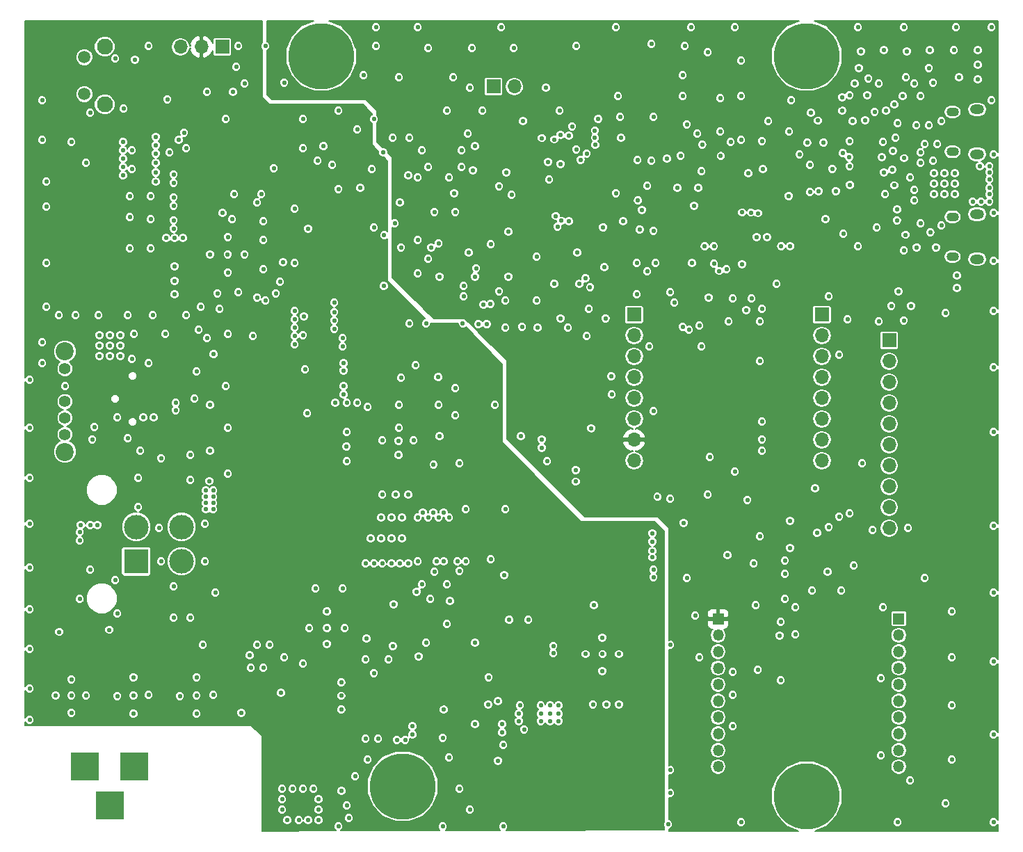
<source format=gbr>
G04 #@! TF.FileFunction,Copper,L3,Inr,Mixed*
%FSLAX46Y46*%
G04 Gerber Fmt 4.6, Leading zero omitted, Abs format (unit mm)*
G04 Created by KiCad (PCBNEW 4.0.7) date 07/05/18 23:16:34*
%MOMM*%
%LPD*%
G01*
G04 APERTURE LIST*
%ADD10C,0.100000*%
%ADD11C,0.558800*%
%ADD12O,1.500000X1.100000*%
%ADD13O,1.700000X1.200000*%
%ADD14R,3.500000X3.500000*%
%ADD15R,3.000000X3.000000*%
%ADD16C,3.000000*%
%ADD17R,1.350000X1.350000*%
%ADD18O,1.350000X1.350000*%
%ADD19R,1.700000X1.700000*%
%ADD20O,1.700000X1.700000*%
%ADD21C,1.498000*%
%ADD22C,1.950000*%
%ADD23C,1.400000*%
%ADD24C,2.200000*%
%ADD25C,8.000000*%
%ADD26C,0.203200*%
G04 APERTURE END LIST*
D10*
D11*
X39624020Y-96012020D03*
X39878020Y-97536020D03*
X57785020Y-78232020D03*
X101473020Y-8128020D03*
X101981020Y-6223020D03*
X102235020Y-4191020D03*
X105029020Y-4064020D03*
X107823020Y-4191020D03*
X107696020Y-7366020D03*
X103124020Y-7493020D03*
X102997020Y-9525020D03*
X104394020Y-8128020D03*
X108712020Y-8128020D03*
X110490020Y-6223020D03*
X110617020Y-4064020D03*
X116459020Y-4064020D03*
X113538020Y-4064020D03*
X116459020Y-5842020D03*
X116459020Y-7620020D03*
X114173020Y-7366020D03*
X110998020Y-8001020D03*
X107315020Y-9652020D03*
X56896020Y-80391020D03*
X55245020Y-76200020D03*
X6096020Y-80645020D03*
X6096020Y-84709020D03*
X4191020Y-82618020D03*
X7874020Y-82618020D03*
X6096020Y-82618020D03*
X11684020Y-82677020D03*
X15494020Y-82550020D03*
X13650000Y-84836020D03*
X13650000Y-80391020D03*
X13650000Y-82618020D03*
X23368020Y-82550020D03*
X19304020Y-82677020D03*
X21336020Y-80391020D03*
X21336020Y-84836020D03*
X21336020Y-82618020D03*
X110667820Y-26212820D03*
X111353620Y-28067020D03*
X109016820Y-28067020D03*
X107670620Y-26517620D03*
X106603820Y-24765020D03*
X106629220Y-23444220D03*
X107492820Y-17195820D03*
X106273620Y-20497820D03*
X106045020Y-18592820D03*
X105029020Y-18923020D03*
X97002620Y-12623820D03*
X97688420Y-15290820D03*
X95681820Y-15316220D03*
X94742020Y-16738620D03*
X93446620Y-21793220D03*
X97078820Y-21209020D03*
X99161620Y-21209020D03*
X98729820Y-18491220D03*
X100888820Y-20447020D03*
X72771020Y-83693020D03*
X69596020Y-83693020D03*
X71247020Y-83693020D03*
X70739020Y-79629020D03*
X70739020Y-75565020D03*
X72771020Y-77564000D03*
X68707020Y-77564000D03*
X70774000Y-77564000D03*
X64389020Y-47498020D03*
X64389020Y-43180020D03*
X66294020Y-45466020D03*
X62357020Y-45466020D03*
X64357347Y-45446195D03*
X18669020Y-33782020D03*
X18669020Y-30353020D03*
X18669020Y-32131020D03*
X25146020Y-26797020D03*
X25146020Y-31115020D03*
X27178020Y-28906020D03*
X22987020Y-28906020D03*
X25140020Y-28906020D03*
X43942020Y-58166020D03*
X47117020Y-58166020D03*
X45593020Y-58166020D03*
X37211020Y-76327020D03*
X37237000Y-72390020D03*
X39370020Y-74422020D03*
X35052020Y-74422020D03*
X37237000Y-74389000D03*
X38956000Y-84328020D03*
X38956000Y-81026020D03*
X38956000Y-82644000D03*
X39624020Y-54102020D03*
X39624020Y-50546020D03*
X39591000Y-52291000D03*
X43942020Y-51562020D03*
X47752020Y-51562020D03*
X45974020Y-50038020D03*
X45941000Y-53340020D03*
X45941000Y-51597000D03*
X3048020Y-20066020D03*
X3048020Y-23114020D03*
X3048020Y-29972020D03*
X52832020Y-48514020D03*
X52832020Y-45212020D03*
X48006020Y-42418020D03*
X46228020Y-43942020D03*
X42164020Y-47498020D03*
X45974020Y-47244020D03*
X53340020Y-54356020D03*
X58928020Y-59944020D03*
X54102020Y-59944020D03*
X25146020Y-38608020D03*
X28194020Y-38862020D03*
X24892020Y-44958020D03*
X25146020Y-50038020D03*
X25146020Y-55626020D03*
X39116020Y-69596020D03*
X35814020Y-69596020D03*
X22098020Y-76454020D03*
X89916020Y-63246020D03*
X83566020Y-58166020D03*
X86868020Y-55372020D03*
X90170020Y-52832020D03*
X81026020Y-68326020D03*
X82042020Y-72898020D03*
X78994020Y-76454020D03*
X82550020Y-77978020D03*
X89662020Y-79502020D03*
X86614020Y-79756020D03*
X101854020Y-27940020D03*
X100076020Y-26416020D03*
X57150020Y-27686020D03*
X76708020Y-3302020D03*
X80772020Y-3556020D03*
X83566020Y-4318020D03*
X76708020Y-17526020D03*
X82804020Y-18796020D03*
X76200020Y-20574020D03*
X90932020Y-12700020D03*
X87630020Y-14986020D03*
X87630020Y-9652020D03*
X87630020Y-5334020D03*
X85090020Y-9906020D03*
X82296020Y-14224020D03*
X85090020Y-13970020D03*
X65532020Y-11430020D03*
X67564020Y-3556020D03*
X59944020Y-3810020D03*
X54864020Y-3810020D03*
X45974020Y-7366020D03*
X52578020Y-7366020D03*
X54610020Y-8636020D03*
X56134020Y-11430020D03*
X49530020Y-18288020D03*
X53594020Y-18288020D03*
X52070020Y-19558020D03*
X54356020Y-14224020D03*
X53594020Y-16256020D03*
X47244020Y-14732020D03*
X48768020Y-16256020D03*
X45212020Y-14732020D03*
X51816020Y-11430020D03*
X38608020Y-11430020D03*
X42926020Y-12446020D03*
X40894020Y-13716020D03*
X34290020Y-12446020D03*
X34290020Y-16002020D03*
X24892020Y-12446020D03*
X27178020Y-8128020D03*
X32004020Y-8001020D03*
X29718020Y-3556020D03*
X26416020Y-3556020D03*
X15494020Y-3556020D03*
X12446020Y-11176020D03*
X2540020Y-14986020D03*
X2540020Y-10160020D03*
X8382020Y-11684020D03*
X6096020Y-15240020D03*
X7874020Y-17780020D03*
X18034020Y-16510020D03*
X20066020Y-16002020D03*
X15748020Y-21844020D03*
X15748020Y-24638020D03*
X15748020Y-28194020D03*
X13208020Y-28194020D03*
X13208020Y-24384020D03*
X13208020Y-21844020D03*
X37846020Y-18034020D03*
X29210020Y-21590020D03*
X25908020Y-21590020D03*
X25654020Y-24638020D03*
X33274020Y-23368020D03*
X29464020Y-24892020D03*
X29464020Y-27178020D03*
X29464020Y-30734020D03*
X31496020Y-32258020D03*
X29718020Y-34544020D03*
X33274020Y-29972020D03*
X34544020Y-42926020D03*
X34798020Y-48260020D03*
X47244020Y-37338020D03*
X49276020Y-37338020D03*
X66548020Y-37846020D03*
X68834020Y-38862020D03*
X78994020Y-33528020D03*
X74930020Y-33782020D03*
X76200020Y-30988020D03*
X77216020Y-29972020D03*
X74930020Y-29972020D03*
X86106020Y-37084020D03*
X82550020Y-37592020D03*
X82804020Y-40132020D03*
X76454020Y-40132020D03*
X76962020Y-48006020D03*
X83820020Y-53594020D03*
X78994020Y-58674020D03*
X90170020Y-49276020D03*
X89916020Y-41910020D03*
X89916020Y-37084020D03*
X88900020Y-34290020D03*
X98298020Y-34036020D03*
X112522020Y-36068020D03*
X104394020Y-37084020D03*
X99568020Y-41148020D03*
X102362020Y-54356020D03*
X107950020Y-62230020D03*
X103632020Y-62484020D03*
X92964020Y-67818020D03*
X92964020Y-70866020D03*
X96266020Y-69850020D03*
X94234020Y-71882020D03*
X92456020Y-73660020D03*
X100838020Y-60452020D03*
X101346020Y-66802020D03*
X99822020Y-69850020D03*
X94234020Y-75184020D03*
X108204020Y-92964020D03*
X112522020Y-95758020D03*
X113284020Y-90424020D03*
X113284020Y-83820020D03*
X113284020Y-77978020D03*
X113284020Y-72390020D03*
X109982020Y-68326020D03*
X104902020Y-71882020D03*
X104648020Y-80518020D03*
X104648020Y-89916020D03*
X92456020Y-80772020D03*
X86614020Y-82550020D03*
X86614020Y-86360020D03*
X78994020Y-91694020D03*
X40640020Y-92456020D03*
X42164020Y-90424020D03*
X58039020Y-83312020D03*
X60706020Y-83820020D03*
X57150020Y-66040020D03*
X50292020Y-67564020D03*
X51816020Y-69088020D03*
X48768020Y-69088020D03*
X49784020Y-70866020D03*
X51816020Y-73914020D03*
X49276020Y-76200020D03*
X44704020Y-78232020D03*
X41910020Y-78232020D03*
X34290020Y-78740020D03*
X32004020Y-77978020D03*
X30226020Y-76454020D03*
X28702020Y-76454020D03*
X23622020Y-70104020D03*
X22352020Y-61722020D03*
X22352020Y-66294020D03*
X16764020Y-62230020D03*
X17018020Y-66294020D03*
X18542020Y-69342020D03*
X20574020Y-73152020D03*
X18542020Y-73152020D03*
X11684020Y-72644020D03*
X7112020Y-70866020D03*
X11430020Y-68580020D03*
X8382020Y-67310020D03*
X14224020Y-56134020D03*
X14224020Y-59690020D03*
X11684020Y-48768020D03*
X12954020Y-51308020D03*
X14478020Y-52832020D03*
X20574020Y-56388020D03*
X20574020Y-53340020D03*
X21082020Y-46482020D03*
X21336020Y-43180020D03*
X13462020Y-41656020D03*
X17526020Y-38608020D03*
X13716020Y-38608020D03*
X21590020Y-38100020D03*
X24130020Y-35560020D03*
X26416020Y-33528020D03*
X23876020Y-33655020D03*
X21844020Y-35306020D03*
X20066020Y-36322020D03*
X16002020Y-36322020D03*
X12954020Y-36322020D03*
X9398020Y-36322020D03*
X6604020Y-36322020D03*
X4572020Y-36322020D03*
X3048020Y-35306020D03*
X2540020Y-39624020D03*
X2540020Y-42164020D03*
X5334020Y-44958020D03*
X1016020Y-44196020D03*
X1016020Y-50038020D03*
X1016020Y-56134020D03*
X1016020Y-61722020D03*
X1016020Y-67056020D03*
X1016020Y-72136020D03*
X1016020Y-76962020D03*
X1016020Y-81788020D03*
X1016020Y-85598020D03*
X38608020Y-98552020D03*
X51308020Y-98552020D03*
X51308020Y-87757020D03*
X52070020Y-90170020D03*
X53340020Y-93980020D03*
X54610020Y-96520020D03*
X58674020Y-98552020D03*
X78994020Y-94488020D03*
X78740020Y-98298020D03*
X87630020Y-98044020D03*
X106680020Y-98044020D03*
X118364020Y-98044020D03*
X118364020Y-87376020D03*
X118364020Y-78486020D03*
X118364020Y-70104020D03*
X118364020Y-61976020D03*
X118364020Y-50546020D03*
X118364020Y-42672020D03*
X118364020Y-35814020D03*
X118364020Y-23876020D03*
X118364020Y-29718020D03*
X107442020Y-28448020D03*
X104140020Y-25654020D03*
X93472020Y-13970020D03*
X93726020Y-10160020D03*
X106680020Y-12954020D03*
X104775020Y-17068820D03*
X106121220Y-16306820D03*
X106426020Y-14732020D03*
X108966020Y-13208020D03*
X110490020Y-13208020D03*
X109474020Y-25146020D03*
X108712020Y-22352020D03*
X108712020Y-21082020D03*
X110998020Y-17526020D03*
X108204020Y-19558020D03*
X109474020Y-17780020D03*
X109474020Y-16510020D03*
X109982020Y-15494020D03*
X111506020Y-15494020D03*
X118364020Y-16764020D03*
X118110020Y-10160020D03*
X118110020Y-1270020D03*
X113792020Y-1270020D03*
X107442020Y-1270020D03*
X101854020Y-1270020D03*
X86868020Y-1270020D03*
X81534020Y-1270020D03*
X72390020Y-1270020D03*
X58420020Y-1270020D03*
X48260020Y-1270020D03*
X43180020Y-1270020D03*
X41656020Y-7112020D03*
X58102520Y-43180020D03*
X79248020Y-96329520D03*
X79184520Y-88773020D03*
X79311520Y-80962520D03*
X79311520Y-72771020D03*
X79629020Y-68326020D03*
X79692520Y-65278020D03*
X76136520Y-60007520D03*
X64770020Y-56515020D03*
X60960020Y-52451020D03*
X59626520Y-43180020D03*
X57658020Y-37719020D03*
X48577520Y-33147020D03*
X43751520Y-13716020D03*
X31432520Y-1397020D03*
X76644520Y-96901020D03*
X76708020Y-89916020D03*
X76708020Y-81915020D03*
X76644520Y-73787020D03*
X77724020Y-70358020D03*
X77914520Y-65405020D03*
X74422020Y-62484020D03*
X62992020Y-56769020D03*
X58102520Y-51435020D03*
X56451520Y-40513020D03*
X45783520Y-33972520D03*
X42227520Y-13716020D03*
X28003520Y-1460520D03*
X64706520Y-8636020D03*
X8636020Y-51435020D03*
X8890020Y-49911020D03*
X58801020Y-67945020D03*
X66421020Y-35052020D03*
X47625020Y-87376020D03*
X47625020Y-86360020D03*
X43434020Y-87884020D03*
X41910020Y-87884020D03*
X42672020Y-18542020D03*
X79883020Y-20828020D03*
X109474020Y-9652020D03*
X112014020Y-12700020D03*
X110998020Y-36830020D03*
X102108020Y-36830020D03*
X108331020Y-35179020D03*
X98425020Y-16637020D03*
X87376020Y-19050020D03*
X84963020Y-21971020D03*
X80010020Y-23114020D03*
X73279020Y-24892020D03*
X73152020Y-13462020D03*
X89281020Y-68072020D03*
X85979020Y-65532020D03*
X95504020Y-47244020D03*
X81915020Y-36449020D03*
X88265020Y-35687020D03*
X59410620Y-73406020D03*
X70993020Y-30480020D03*
X96012020Y-18034020D03*
X7112020Y-63754020D03*
X7112020Y-62738020D03*
X7239020Y-61849020D03*
X8382020Y-61849020D03*
X9271020Y-61849020D03*
X96647020Y-57404020D03*
X98298020Y-62103020D03*
X93599020Y-64643020D03*
X89154020Y-66548020D03*
X98171020Y-67564020D03*
X89408020Y-71628020D03*
X65659020Y-17907020D03*
X65278020Y-25527020D03*
X63881020Y-8636020D03*
X61087020Y-12700020D03*
X80518020Y-7112020D03*
X80518020Y-9652020D03*
X76962020Y-12192020D03*
X90805020Y-26797020D03*
X83693020Y-34163020D03*
X81661020Y-29972020D03*
X80518020Y-37719020D03*
X100584020Y-36830020D03*
X106807020Y-33401020D03*
X113919020Y-33020020D03*
X113919020Y-31496020D03*
X112014020Y-25400020D03*
X115824020Y-22479020D03*
X116840020Y-22479020D03*
X117856020Y-22479020D03*
X117856020Y-21590020D03*
X117856020Y-20828020D03*
X117856020Y-19812020D03*
X117856020Y-18923020D03*
X117856020Y-18161020D03*
X116713020Y-18161020D03*
X97917020Y-24638020D03*
X105156020Y-21590020D03*
X100838020Y-18161020D03*
X104902020Y-15240020D03*
X105283020Y-11430020D03*
X102743020Y-12573020D03*
X103886020Y-11557020D03*
X106299020Y-10668020D03*
X99949020Y-11430020D03*
X99949020Y-9779020D03*
X100838020Y-9525020D03*
X101219020Y-12700020D03*
X96139020Y-11684020D03*
X90170020Y-15113020D03*
X90297020Y-18542020D03*
X88519020Y-19050020D03*
X81915020Y-22987020D03*
X72390020Y-21463020D03*
X69088020Y-35560020D03*
X64871620Y-32512020D03*
X65659020Y-36703020D03*
X60960020Y-37719020D03*
X58166020Y-33401020D03*
X53848020Y-34036020D03*
X44132520Y-32766020D03*
X49530020Y-29464020D03*
X50800020Y-27559020D03*
X54483020Y-28702020D03*
X52705020Y-21463020D03*
X41275020Y-20828020D03*
X45466020Y-25146020D03*
X46101020Y-22606020D03*
X47117020Y-19304020D03*
X38608020Y-20955020D03*
X34925020Y-25781020D03*
X30734020Y-18415020D03*
X49530020Y-3810020D03*
X43180020Y-3556020D03*
X13843020Y-5207020D03*
X11430020Y-5080020D03*
X26162020Y-6096020D03*
X22606020Y-9144020D03*
X17780020Y-10033020D03*
X16383020Y-14605020D03*
X16383020Y-15621020D03*
X16383020Y-16637020D03*
X16383020Y-17780020D03*
X16383020Y-18923020D03*
X16383020Y-20066020D03*
X18542020Y-19177020D03*
X18542020Y-20193020D03*
X18542020Y-21971020D03*
X18542020Y-22987020D03*
X18542020Y-24765020D03*
X18542020Y-25781020D03*
X17653020Y-26924020D03*
X18669020Y-26924020D03*
X19685020Y-26924020D03*
X15494020Y-42164020D03*
X23368020Y-59944020D03*
X23368020Y-59182020D03*
X23368020Y-58420020D03*
X23368020Y-57658020D03*
X22479020Y-57658020D03*
X22479020Y-58420020D03*
X22479020Y-59182020D03*
X22479020Y-59944020D03*
X22987020Y-52832020D03*
X17018020Y-53721020D03*
X18796020Y-46990020D03*
X18796020Y-47879020D03*
X16129020Y-48768020D03*
X14859020Y-48768020D03*
X22987020Y-47244020D03*
X38100020Y-34798020D03*
X38100020Y-35941020D03*
X38100020Y-36957020D03*
X38100020Y-37973020D03*
X39116020Y-39116020D03*
X39116020Y-40132020D03*
X39243020Y-42164020D03*
X39243020Y-43053020D03*
X39243020Y-44958020D03*
X39243020Y-45974020D03*
X38227020Y-46990020D03*
X39624020Y-46990020D03*
X40894020Y-46990020D03*
X50927020Y-51054020D03*
X57658020Y-47244020D03*
X63373020Y-51435020D03*
X63373020Y-52451020D03*
X64008020Y-54102020D03*
X60833020Y-51054020D03*
X69723020Y-71628020D03*
X76962020Y-68199020D03*
X76962020Y-67310020D03*
X76835020Y-65786020D03*
X76835020Y-65024020D03*
X76835020Y-63881020D03*
X76835020Y-62865020D03*
X41910020Y-66548020D03*
X42926020Y-66548020D03*
X43942020Y-66548020D03*
X45085020Y-66548020D03*
X46101020Y-66548020D03*
X47117020Y-66548020D03*
X48260020Y-66294020D03*
X50546020Y-66294020D03*
X51435020Y-66294020D03*
X53086020Y-66294020D03*
X54102020Y-66294020D03*
X53340020Y-67437020D03*
X45339020Y-71501020D03*
X48387020Y-77851020D03*
X42037020Y-75692020D03*
X31623020Y-82296020D03*
X27940020Y-79248020D03*
X26797020Y-84709020D03*
X63246020Y-83820020D03*
X64389020Y-83820020D03*
X65405020Y-83820020D03*
X65405020Y-84836020D03*
X65405020Y-85725020D03*
X64389020Y-85725020D03*
X64389020Y-84836020D03*
X63246020Y-84836020D03*
X63246020Y-85725020D03*
X60579020Y-84836020D03*
X61214020Y-86741020D03*
X60579020Y-85725020D03*
X58547020Y-86106020D03*
X58547020Y-87122020D03*
X55245020Y-86106020D03*
X46736020Y-88011020D03*
X45720020Y-88011020D03*
X35560020Y-93980020D03*
X34290020Y-93980020D03*
X33020020Y-93980020D03*
X31750020Y-93980020D03*
X31750020Y-95250020D03*
X31750020Y-96520020D03*
X32385020Y-97790020D03*
X33782020Y-97790020D03*
X34925020Y-97790020D03*
X36195020Y-97790020D03*
X36195020Y-96520020D03*
X36195020Y-95250020D03*
X38989020Y-94234020D03*
X89154020Y-14224020D03*
X85090020Y-8509020D03*
X85090020Y-5969020D03*
X68961020Y-3175020D03*
X68961020Y-4953020D03*
X68834020Y-8509020D03*
X67945020Y-44196020D03*
X67945020Y-45085020D03*
X67945020Y-46355020D03*
X67945020Y-47625020D03*
X64643020Y-41656020D03*
X63500020Y-41275020D03*
X62230020Y-41275020D03*
X60960020Y-41910020D03*
X60960020Y-43180020D03*
X60960020Y-44450020D03*
X60960020Y-45720020D03*
X60960020Y-46990020D03*
X60960020Y-48260020D03*
X95123020Y-62484020D03*
X66040020Y-31369020D03*
X54483020Y-27178020D03*
X94234020Y-58293020D03*
X82423020Y-33528020D03*
X105156020Y-16256020D03*
X102997020Y-22606020D03*
X94361020Y-24638020D03*
X94361020Y-24638020D03*
X99568020Y-10795020D03*
X90297020Y-19939020D03*
X72771020Y-22733020D03*
X57531020Y-13081020D03*
X62738020Y-12573020D03*
X61849020Y-20828020D03*
X58674020Y-88646020D03*
X9525020Y-76835020D03*
X9525020Y-75565020D03*
X6985020Y-75565020D03*
X5715020Y-75565020D03*
X5715020Y-76835020D03*
X6985020Y-76835020D03*
X9525020Y-38735020D03*
X10795020Y-38735020D03*
X12065020Y-38735020D03*
X12065020Y-40005020D03*
X10795020Y-40005020D03*
X9525020Y-40005020D03*
X9525020Y-41275020D03*
X10795020Y-41275020D03*
X12065020Y-41275020D03*
X111125020Y-21590020D03*
X111125020Y-20320020D03*
X111125020Y-19050020D03*
X112395020Y-19050020D03*
X112395020Y-20320020D03*
X112395020Y-21590020D03*
X113665020Y-21590020D03*
X113665020Y-20320020D03*
X113665020Y-19050020D03*
X60960020Y-62865020D03*
X62230020Y-62865020D03*
X62230020Y-64135020D03*
X60960020Y-65405020D03*
X60960020Y-64135020D03*
X62230020Y-65405020D03*
X66040020Y-66675020D03*
X68580020Y-65405020D03*
X67310020Y-65405020D03*
X66040020Y-65405020D03*
X57785020Y-79375020D03*
X57785020Y-80645020D03*
X57785020Y-81915020D03*
X20066020Y-8382020D03*
X19050020Y-8382020D03*
X20320020Y-18288020D03*
X21209020Y-17526020D03*
X24130020Y-15875020D03*
X22860020Y-15875020D03*
X21590020Y-15875020D03*
X41275020Y-38100020D03*
X45720020Y-39370020D03*
X45085020Y-38100020D03*
X43815020Y-38100020D03*
X42545020Y-38100020D03*
X46355020Y-63500020D03*
X45085020Y-63500020D03*
X43815020Y-63500020D03*
X42545020Y-63500020D03*
X43815020Y-60960020D03*
X45085020Y-60960020D03*
X46355020Y-60960020D03*
X48895020Y-60325020D03*
X50165020Y-60325020D03*
X51435020Y-60325020D03*
X52070020Y-60960020D03*
X50800020Y-60960020D03*
X49530020Y-60960020D03*
X48260020Y-60960020D03*
X34417020Y-36449020D03*
X34290020Y-38735020D03*
X33274020Y-39878020D03*
X33274020Y-38862020D03*
X33274020Y-37846020D03*
X33274020Y-36830020D03*
X33274020Y-35814020D03*
X13462020Y-16256020D03*
X12382520Y-19304020D03*
X13462020Y-18542020D03*
X12382520Y-18288020D03*
X12382520Y-17272020D03*
X12382520Y-15240020D03*
X46355020Y-80010020D03*
X48260020Y-79375020D03*
X48260020Y-83185020D03*
X48260020Y-81915020D03*
X48260020Y-80645020D03*
X47625020Y-80010020D03*
X47625020Y-81280020D03*
X47625020Y-82550020D03*
D12*
X113380000Y-29170000D03*
X113380000Y-24330000D03*
D13*
X116380000Y-29480000D03*
X116380000Y-24020000D03*
D14*
X13750000Y-91281900D03*
X7750000Y-91281900D03*
X10750000Y-95981900D03*
D15*
X14000000Y-66278800D03*
D16*
X14000000Y-62078800D03*
X19500000Y-66278800D03*
X19500000Y-62078800D03*
D17*
X84838000Y-73270000D03*
D18*
X84838000Y-75270000D03*
X84838000Y-77270000D03*
X84838000Y-79270000D03*
X84838000Y-81270000D03*
X84838000Y-83270000D03*
X84838000Y-85270000D03*
X84838000Y-87270000D03*
X84838000Y-89270000D03*
X84838000Y-91270000D03*
D17*
X106838000Y-73270000D03*
D18*
X106838000Y-75270000D03*
X106838000Y-77270000D03*
X106838000Y-79270000D03*
X106838000Y-81270000D03*
X106838000Y-83270000D03*
X106838000Y-85270000D03*
X106838000Y-87270000D03*
X106838000Y-89270000D03*
X106838000Y-91270000D03*
D19*
X74614000Y-36230000D03*
D20*
X74614000Y-38770000D03*
X74614000Y-41310000D03*
X74614000Y-43850000D03*
X74614000Y-46390000D03*
X74614000Y-48930000D03*
X74614000Y-51470000D03*
X74614000Y-54010000D03*
D19*
X97474000Y-36230000D03*
D20*
X97474000Y-38770000D03*
X97474000Y-41310000D03*
X97474000Y-43850000D03*
X97474000Y-46390000D03*
X97474000Y-48930000D03*
X97474000Y-51470000D03*
X97474000Y-54010000D03*
D19*
X57498000Y-8476000D03*
D20*
X60038000Y-8476000D03*
D19*
X24478000Y-3650000D03*
D20*
X21938000Y-3650000D03*
X19398000Y-3650000D03*
D19*
X105664000Y-39370000D03*
D20*
X105664000Y-41910000D03*
X105664000Y-44450000D03*
X105664000Y-46990000D03*
X105664000Y-49530000D03*
X105664000Y-52070000D03*
X105664000Y-54610000D03*
X105664000Y-57150000D03*
X105664000Y-59690000D03*
X105664000Y-62230000D03*
D21*
X7675000Y-4893800D03*
X7675000Y-9393800D03*
D22*
X10165000Y-3638800D03*
X10165000Y-10648800D03*
D23*
X5325000Y-50832600D03*
X5325000Y-48832600D03*
X5325000Y-46832600D03*
D24*
X5325000Y-52932600D03*
X5325000Y-40732600D03*
D23*
X5325000Y-42832600D03*
D12*
X113380000Y-16420000D03*
X113380000Y-11580000D03*
D13*
X116380000Y-16730000D03*
X116380000Y-11270000D03*
D11*
X47625020Y-83693020D03*
X12382520Y-16256020D03*
D25*
X36512500Y-4762500D03*
X95646240Y-4762500D03*
X46433740Y-93662500D03*
X95646240Y-94853760D03*
D11*
X42926020Y-79883020D03*
X44450020Y-75311020D03*
X51429129Y-84331341D03*
X90170020Y-51435020D03*
X61722020Y-73406020D03*
X42926020Y-25654020D03*
X31877020Y-29879054D03*
X23428285Y-41053307D03*
X62865020Y-37846020D03*
X29464020Y-79248020D03*
X64770020Y-77470020D03*
X71127360Y-36699834D03*
X56658789Y-37394043D03*
X57134964Y-34932119D03*
X53848020Y-32766020D03*
X62738020Y-34544020D03*
X58928020Y-34544020D03*
X55245020Y-31623020D03*
X50927020Y-31623020D03*
X48260020Y-27178020D03*
X50292020Y-23749020D03*
X48260020Y-19558020D03*
X24511020Y-23876020D03*
X50800020Y-47244020D03*
X22895633Y-56496849D03*
X22606020Y-39116020D03*
X52832020Y-23749020D03*
X53756544Y-37292982D03*
X87772750Y-23801647D03*
X86614020Y-34290020D03*
X86360020Y-15240020D03*
X87757020Y-30099020D03*
X50197162Y-54499400D03*
X55652796Y-37385851D03*
X56273797Y-35033433D03*
X49911020Y-28067020D03*
X58928020Y-37846020D03*
X64770020Y-76581020D03*
X28702020Y-22606020D03*
X50767000Y-43848040D03*
X67505931Y-55157317D03*
X92329020Y-75311020D03*
X99568020Y-60833020D03*
X90170020Y-35560020D03*
X91948020Y-32512020D03*
X65770456Y-24822288D03*
X71816665Y-43749665D03*
X81280020Y-38100020D03*
X75296213Y-25893213D03*
X70847638Y-25613814D03*
X65090122Y-24232048D03*
X71882020Y-45974020D03*
X76962020Y-26035020D03*
X66675020Y-24892020D03*
X84974681Y-30921930D03*
X83214356Y-27941669D03*
X54991020Y-18669020D03*
X84332499Y-30058730D03*
X84328529Y-27906851D03*
X59055020Y-18923020D03*
X107442020Y-36957020D03*
X105918020Y-35179020D03*
X68083821Y-17387219D03*
X75017486Y-17431451D03*
X78613020Y-17272020D03*
X59691217Y-21673617D03*
X69864224Y-15593706D03*
X73025020Y-14732020D03*
X69845278Y-14703253D03*
X72898020Y-12192020D03*
X69845278Y-13831745D03*
X72644020Y-9652020D03*
X77460821Y-58422950D03*
X36804312Y-15748020D03*
X69380905Y-50066406D03*
X27813020Y-77724020D03*
X10731520Y-74612520D03*
X4635520Y-74866520D03*
X85171223Y-16936817D03*
X45228020Y-76581020D03*
X56854835Y-83691074D03*
X58039020Y-90551020D03*
X19812020Y-14097020D03*
X19177020Y-14986020D03*
X28702020Y-34163020D03*
X30988020Y-33655020D03*
X100788025Y-17070717D03*
X100019616Y-16594268D03*
X96012020Y-21336020D03*
X92527102Y-27904300D03*
X92964020Y-66182407D03*
X93604101Y-27884509D03*
X96887609Y-62810243D03*
X93599020Y-61341020D03*
X85852020Y-30734020D03*
X70251962Y-12425078D03*
X58166020Y-20609580D03*
X48133020Y-69977020D03*
X52197020Y-71120020D03*
X67505931Y-56569519D03*
X64262020Y-19812020D03*
X46228020Y-28067020D03*
X48260020Y-31242020D03*
X36068020Y-17526020D03*
X44069020Y-16510020D03*
X55372020Y-30607020D03*
X44188359Y-26580609D03*
X59309020Y-31623020D03*
X59309020Y-26162020D03*
X67691020Y-28702020D03*
X62738020Y-29210020D03*
X80645020Y-61595020D03*
X69253085Y-32905784D03*
X88392020Y-58801020D03*
X68691202Y-31811033D03*
X80264020Y-16891020D03*
X67564020Y-16129020D03*
X82423020Y-20828020D03*
X68834020Y-16637020D03*
X82896402Y-15561210D03*
X64897020Y-14919980D03*
X55245020Y-15748020D03*
X63391994Y-14750994D03*
X64135020Y-17653020D03*
X75085528Y-22352020D03*
X89707762Y-23892252D03*
X65659020Y-14351020D03*
X89524020Y-26786020D03*
X66675020Y-14478020D03*
X25781020Y-9144020D03*
X79502020Y-34798020D03*
X67945020Y-32512020D03*
X67056020Y-13335020D03*
X81026020Y-13081020D03*
X88835330Y-23810098D03*
X75565020Y-23495020D03*
X100838020Y-15113020D03*
D26*
G36*
X34077212Y-1110940D02*
X32865196Y-2320843D01*
X32208449Y-3902466D01*
X32206954Y-5615021D01*
X32860940Y-7197788D01*
X34070843Y-8409804D01*
X35652466Y-9066551D01*
X37365021Y-9068046D01*
X38130600Y-8751715D01*
X54025719Y-8751715D01*
X54114471Y-8966510D01*
X54278665Y-9130992D01*
X54493306Y-9220118D01*
X54725715Y-9220321D01*
X54940510Y-9131569D01*
X55104992Y-8967375D01*
X55194118Y-8752734D01*
X55194321Y-8520325D01*
X55105569Y-8305530D01*
X54941375Y-8141048D01*
X54726734Y-8051922D01*
X54494325Y-8051719D01*
X54279530Y-8140471D01*
X54115048Y-8304665D01*
X54025922Y-8519306D01*
X54025719Y-8751715D01*
X38130600Y-8751715D01*
X38947788Y-8414060D01*
X40136204Y-7227715D01*
X41071719Y-7227715D01*
X41160471Y-7442510D01*
X41324665Y-7606992D01*
X41539306Y-7696118D01*
X41771715Y-7696321D01*
X41986510Y-7607569D01*
X42112584Y-7481715D01*
X45389719Y-7481715D01*
X45478471Y-7696510D01*
X45642665Y-7860992D01*
X45857306Y-7950118D01*
X46089715Y-7950321D01*
X46304510Y-7861569D01*
X46468992Y-7697375D01*
X46558118Y-7482734D01*
X46558118Y-7481715D01*
X51993719Y-7481715D01*
X52082471Y-7696510D01*
X52246665Y-7860992D01*
X52461306Y-7950118D01*
X52693715Y-7950321D01*
X52908510Y-7861569D01*
X53072992Y-7697375D01*
X53102629Y-7626000D01*
X56337229Y-7626000D01*
X56337229Y-9326000D01*
X56358482Y-9438952D01*
X56425237Y-9542692D01*
X56527093Y-9612287D01*
X56648000Y-9636771D01*
X58348000Y-9636771D01*
X58460952Y-9615518D01*
X58564692Y-9548763D01*
X58634287Y-9446907D01*
X58658771Y-9326000D01*
X58658771Y-8453376D01*
X58883200Y-8453376D01*
X58883200Y-8498624D01*
X58971104Y-8940547D01*
X59221433Y-9315191D01*
X59596077Y-9565520D01*
X60038000Y-9653424D01*
X60479923Y-9565520D01*
X60854567Y-9315191D01*
X61104896Y-8940547D01*
X61142457Y-8751715D01*
X63296719Y-8751715D01*
X63385471Y-8966510D01*
X63549665Y-9130992D01*
X63764306Y-9220118D01*
X63996715Y-9220321D01*
X64211510Y-9131569D01*
X64375992Y-8967375D01*
X64465118Y-8752734D01*
X64465321Y-8520325D01*
X64376569Y-8305530D01*
X64212375Y-8141048D01*
X63997734Y-8051922D01*
X63765325Y-8051719D01*
X63550530Y-8140471D01*
X63386048Y-8304665D01*
X63296922Y-8519306D01*
X63296719Y-8751715D01*
X61142457Y-8751715D01*
X61192800Y-8498624D01*
X61192800Y-8453376D01*
X61104896Y-8011453D01*
X60854567Y-7636809D01*
X60479923Y-7386480D01*
X60038000Y-7298576D01*
X59596077Y-7386480D01*
X59221433Y-7636809D01*
X58971104Y-8011453D01*
X58883200Y-8453376D01*
X58658771Y-8453376D01*
X58658771Y-7626000D01*
X58637518Y-7513048D01*
X58570763Y-7409308D01*
X58468907Y-7339713D01*
X58348000Y-7315229D01*
X56648000Y-7315229D01*
X56535048Y-7336482D01*
X56431308Y-7403237D01*
X56361713Y-7505093D01*
X56337229Y-7626000D01*
X53102629Y-7626000D01*
X53162118Y-7482734D01*
X53162321Y-7250325D01*
X53152979Y-7227715D01*
X79933719Y-7227715D01*
X80022471Y-7442510D01*
X80186665Y-7606992D01*
X80401306Y-7696118D01*
X80633715Y-7696321D01*
X80848510Y-7607569D01*
X81012992Y-7443375D01*
X81102118Y-7228734D01*
X81102321Y-6996325D01*
X81013569Y-6781530D01*
X80849375Y-6617048D01*
X80634734Y-6527922D01*
X80402325Y-6527719D01*
X80187530Y-6616471D01*
X80023048Y-6780665D01*
X79933922Y-6995306D01*
X79933719Y-7227715D01*
X53152979Y-7227715D01*
X53073569Y-7035530D01*
X52909375Y-6871048D01*
X52694734Y-6781922D01*
X52462325Y-6781719D01*
X52247530Y-6870471D01*
X52083048Y-7034665D01*
X51993922Y-7249306D01*
X51993719Y-7481715D01*
X46558118Y-7481715D01*
X46558321Y-7250325D01*
X46469569Y-7035530D01*
X46305375Y-6871048D01*
X46090734Y-6781922D01*
X45858325Y-6781719D01*
X45643530Y-6870471D01*
X45479048Y-7034665D01*
X45389922Y-7249306D01*
X45389719Y-7481715D01*
X42112584Y-7481715D01*
X42150992Y-7443375D01*
X42240118Y-7228734D01*
X42240321Y-6996325D01*
X42151569Y-6781530D01*
X41987375Y-6617048D01*
X41772734Y-6527922D01*
X41540325Y-6527719D01*
X41325530Y-6616471D01*
X41161048Y-6780665D01*
X41071922Y-6995306D01*
X41071719Y-7227715D01*
X40136204Y-7227715D01*
X40159804Y-7204157D01*
X40816551Y-5622534D01*
X40816701Y-5449715D01*
X87045719Y-5449715D01*
X87134471Y-5664510D01*
X87298665Y-5828992D01*
X87513306Y-5918118D01*
X87745715Y-5918321D01*
X87960510Y-5829569D01*
X88124992Y-5665375D01*
X88214118Y-5450734D01*
X88214321Y-5218325D01*
X88125569Y-5003530D01*
X87961375Y-4839048D01*
X87746734Y-4749922D01*
X87514325Y-4749719D01*
X87299530Y-4838471D01*
X87135048Y-5002665D01*
X87045922Y-5217306D01*
X87045719Y-5449715D01*
X40816701Y-5449715D01*
X40817588Y-4433715D01*
X82981719Y-4433715D01*
X83070471Y-4648510D01*
X83234665Y-4812992D01*
X83449306Y-4902118D01*
X83681715Y-4902321D01*
X83896510Y-4813569D01*
X84060992Y-4649375D01*
X84150118Y-4434734D01*
X84150321Y-4202325D01*
X84061569Y-3987530D01*
X83897375Y-3823048D01*
X83682734Y-3733922D01*
X83450325Y-3733719D01*
X83235530Y-3822471D01*
X83071048Y-3986665D01*
X82981922Y-4201306D01*
X82981719Y-4433715D01*
X40817588Y-4433715D01*
X40818046Y-3909979D01*
X40719598Y-3671715D01*
X42595719Y-3671715D01*
X42684471Y-3886510D01*
X42848665Y-4050992D01*
X43063306Y-4140118D01*
X43295715Y-4140321D01*
X43510510Y-4051569D01*
X43636584Y-3925715D01*
X48945719Y-3925715D01*
X49034471Y-4140510D01*
X49198665Y-4304992D01*
X49413306Y-4394118D01*
X49645715Y-4394321D01*
X49860510Y-4305569D01*
X50024992Y-4141375D01*
X50114118Y-3926734D01*
X50114118Y-3925715D01*
X54279719Y-3925715D01*
X54368471Y-4140510D01*
X54532665Y-4304992D01*
X54747306Y-4394118D01*
X54979715Y-4394321D01*
X55194510Y-4305569D01*
X55358992Y-4141375D01*
X55448118Y-3926734D01*
X55448118Y-3925715D01*
X59359719Y-3925715D01*
X59448471Y-4140510D01*
X59612665Y-4304992D01*
X59827306Y-4394118D01*
X60059715Y-4394321D01*
X60274510Y-4305569D01*
X60438992Y-4141375D01*
X60528118Y-3926734D01*
X60528321Y-3694325D01*
X60518979Y-3671715D01*
X66979719Y-3671715D01*
X67068471Y-3886510D01*
X67232665Y-4050992D01*
X67447306Y-4140118D01*
X67679715Y-4140321D01*
X67894510Y-4051569D01*
X68058992Y-3887375D01*
X68148118Y-3672734D01*
X68148321Y-3440325D01*
X68138979Y-3417715D01*
X76123719Y-3417715D01*
X76212471Y-3632510D01*
X76376665Y-3796992D01*
X76591306Y-3886118D01*
X76823715Y-3886321D01*
X77038510Y-3797569D01*
X77164584Y-3671715D01*
X80187719Y-3671715D01*
X80276471Y-3886510D01*
X80440665Y-4050992D01*
X80655306Y-4140118D01*
X80887715Y-4140321D01*
X81102510Y-4051569D01*
X81266992Y-3887375D01*
X81356118Y-3672734D01*
X81356321Y-3440325D01*
X81267569Y-3225530D01*
X81103375Y-3061048D01*
X80888734Y-2971922D01*
X80656325Y-2971719D01*
X80441530Y-3060471D01*
X80277048Y-3224665D01*
X80187922Y-3439306D01*
X80187719Y-3671715D01*
X77164584Y-3671715D01*
X77202992Y-3633375D01*
X77292118Y-3418734D01*
X77292321Y-3186325D01*
X77203569Y-2971530D01*
X77039375Y-2807048D01*
X76824734Y-2717922D01*
X76592325Y-2717719D01*
X76377530Y-2806471D01*
X76213048Y-2970665D01*
X76123922Y-3185306D01*
X76123719Y-3417715D01*
X68138979Y-3417715D01*
X68059569Y-3225530D01*
X67895375Y-3061048D01*
X67680734Y-2971922D01*
X67448325Y-2971719D01*
X67233530Y-3060471D01*
X67069048Y-3224665D01*
X66979922Y-3439306D01*
X66979719Y-3671715D01*
X60518979Y-3671715D01*
X60439569Y-3479530D01*
X60275375Y-3315048D01*
X60060734Y-3225922D01*
X59828325Y-3225719D01*
X59613530Y-3314471D01*
X59449048Y-3478665D01*
X59359922Y-3693306D01*
X59359719Y-3925715D01*
X55448118Y-3925715D01*
X55448321Y-3694325D01*
X55359569Y-3479530D01*
X55195375Y-3315048D01*
X54980734Y-3225922D01*
X54748325Y-3225719D01*
X54533530Y-3314471D01*
X54369048Y-3478665D01*
X54279922Y-3693306D01*
X54279719Y-3925715D01*
X50114118Y-3925715D01*
X50114321Y-3694325D01*
X50025569Y-3479530D01*
X49861375Y-3315048D01*
X49646734Y-3225922D01*
X49414325Y-3225719D01*
X49199530Y-3314471D01*
X49035048Y-3478665D01*
X48945922Y-3693306D01*
X48945719Y-3925715D01*
X43636584Y-3925715D01*
X43674992Y-3887375D01*
X43764118Y-3672734D01*
X43764321Y-3440325D01*
X43675569Y-3225530D01*
X43511375Y-3061048D01*
X43296734Y-2971922D01*
X43064325Y-2971719D01*
X42849530Y-3060471D01*
X42685048Y-3224665D01*
X42595922Y-3439306D01*
X42595719Y-3671715D01*
X40719598Y-3671715D01*
X40164060Y-2327212D01*
X39224205Y-1385715D01*
X42595719Y-1385715D01*
X42684471Y-1600510D01*
X42848665Y-1764992D01*
X43063306Y-1854118D01*
X43295715Y-1854321D01*
X43510510Y-1765569D01*
X43674992Y-1601375D01*
X43764118Y-1386734D01*
X43764118Y-1385715D01*
X47675719Y-1385715D01*
X47764471Y-1600510D01*
X47928665Y-1764992D01*
X48143306Y-1854118D01*
X48375715Y-1854321D01*
X48590510Y-1765569D01*
X48754992Y-1601375D01*
X48844118Y-1386734D01*
X48844118Y-1385715D01*
X57835719Y-1385715D01*
X57924471Y-1600510D01*
X58088665Y-1764992D01*
X58303306Y-1854118D01*
X58535715Y-1854321D01*
X58750510Y-1765569D01*
X58914992Y-1601375D01*
X59004118Y-1386734D01*
X59004118Y-1385715D01*
X71805719Y-1385715D01*
X71894471Y-1600510D01*
X72058665Y-1764992D01*
X72273306Y-1854118D01*
X72505715Y-1854321D01*
X72720510Y-1765569D01*
X72884992Y-1601375D01*
X72974118Y-1386734D01*
X72974118Y-1385715D01*
X80949719Y-1385715D01*
X81038471Y-1600510D01*
X81202665Y-1764992D01*
X81417306Y-1854118D01*
X81649715Y-1854321D01*
X81864510Y-1765569D01*
X82028992Y-1601375D01*
X82118118Y-1386734D01*
X82118118Y-1385715D01*
X86283719Y-1385715D01*
X86372471Y-1600510D01*
X86536665Y-1764992D01*
X86751306Y-1854118D01*
X86983715Y-1854321D01*
X87198510Y-1765569D01*
X87362992Y-1601375D01*
X87452118Y-1386734D01*
X87452321Y-1154325D01*
X87363569Y-939530D01*
X87199375Y-775048D01*
X86984734Y-685922D01*
X86752325Y-685719D01*
X86537530Y-774471D01*
X86373048Y-938665D01*
X86283922Y-1153306D01*
X86283719Y-1385715D01*
X82118118Y-1385715D01*
X82118321Y-1154325D01*
X82029569Y-939530D01*
X81865375Y-775048D01*
X81650734Y-685922D01*
X81418325Y-685719D01*
X81203530Y-774471D01*
X81039048Y-938665D01*
X80949922Y-1153306D01*
X80949719Y-1385715D01*
X72974118Y-1385715D01*
X72974321Y-1154325D01*
X72885569Y-939530D01*
X72721375Y-775048D01*
X72506734Y-685922D01*
X72274325Y-685719D01*
X72059530Y-774471D01*
X71895048Y-938665D01*
X71805922Y-1153306D01*
X71805719Y-1385715D01*
X59004118Y-1385715D01*
X59004321Y-1154325D01*
X58915569Y-939530D01*
X58751375Y-775048D01*
X58536734Y-685922D01*
X58304325Y-685719D01*
X58089530Y-774471D01*
X57925048Y-938665D01*
X57835922Y-1153306D01*
X57835719Y-1385715D01*
X48844118Y-1385715D01*
X48844321Y-1154325D01*
X48755569Y-939530D01*
X48591375Y-775048D01*
X48376734Y-685922D01*
X48144325Y-685719D01*
X47929530Y-774471D01*
X47765048Y-938665D01*
X47675922Y-1153306D01*
X47675719Y-1385715D01*
X43764118Y-1385715D01*
X43764321Y-1154325D01*
X43675569Y-939530D01*
X43511375Y-775048D01*
X43296734Y-685922D01*
X43064325Y-685719D01*
X42849530Y-774471D01*
X42685048Y-938665D01*
X42595922Y-1153306D01*
X42595719Y-1385715D01*
X39224205Y-1385715D01*
X38954157Y-1115196D01*
X37430744Y-482620D01*
X94731603Y-482620D01*
X93210952Y-1110940D01*
X91998936Y-2320843D01*
X91342189Y-3902466D01*
X91340694Y-5615021D01*
X91994680Y-7197788D01*
X93204583Y-8409804D01*
X94786206Y-9066551D01*
X96498761Y-9068046D01*
X98081528Y-8414060D01*
X98252170Y-8243715D01*
X100888719Y-8243715D01*
X100977471Y-8458510D01*
X101141665Y-8622992D01*
X101356306Y-8712118D01*
X101588715Y-8712321D01*
X101803510Y-8623569D01*
X101967992Y-8459375D01*
X102057118Y-8244734D01*
X102057118Y-8243715D01*
X103809719Y-8243715D01*
X103898471Y-8458510D01*
X104062665Y-8622992D01*
X104277306Y-8712118D01*
X104509715Y-8712321D01*
X104724510Y-8623569D01*
X104888992Y-8459375D01*
X104978118Y-8244734D01*
X104978118Y-8243715D01*
X108127719Y-8243715D01*
X108216471Y-8458510D01*
X108380665Y-8622992D01*
X108595306Y-8712118D01*
X108827715Y-8712321D01*
X109042510Y-8623569D01*
X109206992Y-8459375D01*
X109296118Y-8244734D01*
X109296229Y-8116715D01*
X110413719Y-8116715D01*
X110502471Y-8331510D01*
X110666665Y-8495992D01*
X110881306Y-8585118D01*
X111113715Y-8585321D01*
X111328510Y-8496569D01*
X111492992Y-8332375D01*
X111582118Y-8117734D01*
X111582321Y-7885325D01*
X111493569Y-7670530D01*
X111329375Y-7506048D01*
X111270775Y-7481715D01*
X113588719Y-7481715D01*
X113677471Y-7696510D01*
X113841665Y-7860992D01*
X114056306Y-7950118D01*
X114288715Y-7950321D01*
X114503510Y-7861569D01*
X114629584Y-7735715D01*
X115874719Y-7735715D01*
X115963471Y-7950510D01*
X116127665Y-8114992D01*
X116342306Y-8204118D01*
X116574715Y-8204321D01*
X116789510Y-8115569D01*
X116953992Y-7951375D01*
X117043118Y-7736734D01*
X117043321Y-7504325D01*
X116954569Y-7289530D01*
X116790375Y-7125048D01*
X116575734Y-7035922D01*
X116343325Y-7035719D01*
X116128530Y-7124471D01*
X115964048Y-7288665D01*
X115874922Y-7503306D01*
X115874719Y-7735715D01*
X114629584Y-7735715D01*
X114667992Y-7697375D01*
X114757118Y-7482734D01*
X114757321Y-7250325D01*
X114668569Y-7035530D01*
X114504375Y-6871048D01*
X114289734Y-6781922D01*
X114057325Y-6781719D01*
X113842530Y-6870471D01*
X113678048Y-7034665D01*
X113588922Y-7249306D01*
X113588719Y-7481715D01*
X111270775Y-7481715D01*
X111114734Y-7416922D01*
X110882325Y-7416719D01*
X110667530Y-7505471D01*
X110503048Y-7669665D01*
X110413922Y-7884306D01*
X110413719Y-8116715D01*
X109296229Y-8116715D01*
X109296321Y-8012325D01*
X109207569Y-7797530D01*
X109043375Y-7633048D01*
X108828734Y-7543922D01*
X108596325Y-7543719D01*
X108381530Y-7632471D01*
X108217048Y-7796665D01*
X108127922Y-8011306D01*
X108127719Y-8243715D01*
X104978118Y-8243715D01*
X104978321Y-8012325D01*
X104889569Y-7797530D01*
X104725375Y-7633048D01*
X104510734Y-7543922D01*
X104278325Y-7543719D01*
X104063530Y-7632471D01*
X103899048Y-7796665D01*
X103809922Y-8011306D01*
X103809719Y-8243715D01*
X102057118Y-8243715D01*
X102057321Y-8012325D01*
X101968569Y-7797530D01*
X101804375Y-7633048D01*
X101745775Y-7608715D01*
X102539719Y-7608715D01*
X102628471Y-7823510D01*
X102792665Y-7987992D01*
X103007306Y-8077118D01*
X103239715Y-8077321D01*
X103454510Y-7988569D01*
X103618992Y-7824375D01*
X103708118Y-7609734D01*
X103708229Y-7481715D01*
X107111719Y-7481715D01*
X107200471Y-7696510D01*
X107364665Y-7860992D01*
X107579306Y-7950118D01*
X107811715Y-7950321D01*
X108026510Y-7861569D01*
X108190992Y-7697375D01*
X108280118Y-7482734D01*
X108280321Y-7250325D01*
X108191569Y-7035530D01*
X108027375Y-6871048D01*
X107812734Y-6781922D01*
X107580325Y-6781719D01*
X107365530Y-6870471D01*
X107201048Y-7034665D01*
X107111922Y-7249306D01*
X107111719Y-7481715D01*
X103708229Y-7481715D01*
X103708321Y-7377325D01*
X103619569Y-7162530D01*
X103455375Y-6998048D01*
X103240734Y-6908922D01*
X103008325Y-6908719D01*
X102793530Y-6997471D01*
X102629048Y-7161665D01*
X102539922Y-7376306D01*
X102539719Y-7608715D01*
X101745775Y-7608715D01*
X101589734Y-7543922D01*
X101357325Y-7543719D01*
X101142530Y-7632471D01*
X100978048Y-7796665D01*
X100888922Y-8011306D01*
X100888719Y-8243715D01*
X98252170Y-8243715D01*
X99293544Y-7204157D01*
X99652906Y-6338715D01*
X101396719Y-6338715D01*
X101485471Y-6553510D01*
X101649665Y-6717992D01*
X101864306Y-6807118D01*
X102096715Y-6807321D01*
X102311510Y-6718569D01*
X102475992Y-6554375D01*
X102565118Y-6339734D01*
X102565118Y-6338715D01*
X109905719Y-6338715D01*
X109994471Y-6553510D01*
X110158665Y-6717992D01*
X110373306Y-6807118D01*
X110605715Y-6807321D01*
X110820510Y-6718569D01*
X110984992Y-6554375D01*
X111074118Y-6339734D01*
X111074321Y-6107325D01*
X111012504Y-5957715D01*
X115874719Y-5957715D01*
X115963471Y-6172510D01*
X116127665Y-6336992D01*
X116342306Y-6426118D01*
X116574715Y-6426321D01*
X116789510Y-6337569D01*
X116953992Y-6173375D01*
X117043118Y-5958734D01*
X117043321Y-5726325D01*
X116954569Y-5511530D01*
X116790375Y-5347048D01*
X116575734Y-5257922D01*
X116343325Y-5257719D01*
X116128530Y-5346471D01*
X115964048Y-5510665D01*
X115874922Y-5725306D01*
X115874719Y-5957715D01*
X111012504Y-5957715D01*
X110985569Y-5892530D01*
X110821375Y-5728048D01*
X110606734Y-5638922D01*
X110374325Y-5638719D01*
X110159530Y-5727471D01*
X109995048Y-5891665D01*
X109905922Y-6106306D01*
X109905719Y-6338715D01*
X102565118Y-6338715D01*
X102565321Y-6107325D01*
X102476569Y-5892530D01*
X102312375Y-5728048D01*
X102097734Y-5638922D01*
X101865325Y-5638719D01*
X101650530Y-5727471D01*
X101486048Y-5891665D01*
X101396922Y-6106306D01*
X101396719Y-6338715D01*
X99652906Y-6338715D01*
X99950291Y-5622534D01*
X99951439Y-4306715D01*
X101650719Y-4306715D01*
X101739471Y-4521510D01*
X101903665Y-4685992D01*
X102118306Y-4775118D01*
X102350715Y-4775321D01*
X102565510Y-4686569D01*
X102729992Y-4522375D01*
X102819118Y-4307734D01*
X102819229Y-4179715D01*
X104444719Y-4179715D01*
X104533471Y-4394510D01*
X104697665Y-4558992D01*
X104912306Y-4648118D01*
X105144715Y-4648321D01*
X105359510Y-4559569D01*
X105523992Y-4395375D01*
X105560806Y-4306715D01*
X107238719Y-4306715D01*
X107327471Y-4521510D01*
X107491665Y-4685992D01*
X107706306Y-4775118D01*
X107938715Y-4775321D01*
X108153510Y-4686569D01*
X108317992Y-4522375D01*
X108407118Y-4307734D01*
X108407229Y-4179715D01*
X110032719Y-4179715D01*
X110121471Y-4394510D01*
X110285665Y-4558992D01*
X110500306Y-4648118D01*
X110732715Y-4648321D01*
X110947510Y-4559569D01*
X111111992Y-4395375D01*
X111201118Y-4180734D01*
X111201118Y-4179715D01*
X112953719Y-4179715D01*
X113042471Y-4394510D01*
X113206665Y-4558992D01*
X113421306Y-4648118D01*
X113653715Y-4648321D01*
X113868510Y-4559569D01*
X114032992Y-4395375D01*
X114122118Y-4180734D01*
X114122118Y-4179715D01*
X115874719Y-4179715D01*
X115963471Y-4394510D01*
X116127665Y-4558992D01*
X116342306Y-4648118D01*
X116574715Y-4648321D01*
X116789510Y-4559569D01*
X116953992Y-4395375D01*
X117043118Y-4180734D01*
X117043321Y-3948325D01*
X116954569Y-3733530D01*
X116790375Y-3569048D01*
X116575734Y-3479922D01*
X116343325Y-3479719D01*
X116128530Y-3568471D01*
X115964048Y-3732665D01*
X115874922Y-3947306D01*
X115874719Y-4179715D01*
X114122118Y-4179715D01*
X114122321Y-3948325D01*
X114033569Y-3733530D01*
X113869375Y-3569048D01*
X113654734Y-3479922D01*
X113422325Y-3479719D01*
X113207530Y-3568471D01*
X113043048Y-3732665D01*
X112953922Y-3947306D01*
X112953719Y-4179715D01*
X111201118Y-4179715D01*
X111201321Y-3948325D01*
X111112569Y-3733530D01*
X110948375Y-3569048D01*
X110733734Y-3479922D01*
X110501325Y-3479719D01*
X110286530Y-3568471D01*
X110122048Y-3732665D01*
X110032922Y-3947306D01*
X110032719Y-4179715D01*
X108407229Y-4179715D01*
X108407321Y-4075325D01*
X108318569Y-3860530D01*
X108154375Y-3696048D01*
X107939734Y-3606922D01*
X107707325Y-3606719D01*
X107492530Y-3695471D01*
X107328048Y-3859665D01*
X107238922Y-4074306D01*
X107238719Y-4306715D01*
X105560806Y-4306715D01*
X105613118Y-4180734D01*
X105613321Y-3948325D01*
X105524569Y-3733530D01*
X105360375Y-3569048D01*
X105145734Y-3479922D01*
X104913325Y-3479719D01*
X104698530Y-3568471D01*
X104534048Y-3732665D01*
X104444922Y-3947306D01*
X104444719Y-4179715D01*
X102819229Y-4179715D01*
X102819321Y-4075325D01*
X102730569Y-3860530D01*
X102566375Y-3696048D01*
X102351734Y-3606922D01*
X102119325Y-3606719D01*
X101904530Y-3695471D01*
X101740048Y-3859665D01*
X101650922Y-4074306D01*
X101650719Y-4306715D01*
X99951439Y-4306715D01*
X99951786Y-3909979D01*
X99297800Y-2327212D01*
X98357945Y-1385715D01*
X101269719Y-1385715D01*
X101358471Y-1600510D01*
X101522665Y-1764992D01*
X101737306Y-1854118D01*
X101969715Y-1854321D01*
X102184510Y-1765569D01*
X102348992Y-1601375D01*
X102438118Y-1386734D01*
X102438118Y-1385715D01*
X106857719Y-1385715D01*
X106946471Y-1600510D01*
X107110665Y-1764992D01*
X107325306Y-1854118D01*
X107557715Y-1854321D01*
X107772510Y-1765569D01*
X107936992Y-1601375D01*
X108026118Y-1386734D01*
X108026118Y-1385715D01*
X113207719Y-1385715D01*
X113296471Y-1600510D01*
X113460665Y-1764992D01*
X113675306Y-1854118D01*
X113907715Y-1854321D01*
X114122510Y-1765569D01*
X114286992Y-1601375D01*
X114376118Y-1386734D01*
X114376118Y-1385715D01*
X117525719Y-1385715D01*
X117614471Y-1600510D01*
X117778665Y-1764992D01*
X117993306Y-1854118D01*
X118225715Y-1854321D01*
X118440510Y-1765569D01*
X118604992Y-1601375D01*
X118694118Y-1386734D01*
X118694321Y-1154325D01*
X118605569Y-939530D01*
X118441375Y-775048D01*
X118226734Y-685922D01*
X117994325Y-685719D01*
X117779530Y-774471D01*
X117615048Y-938665D01*
X117525922Y-1153306D01*
X117525719Y-1385715D01*
X114376118Y-1385715D01*
X114376321Y-1154325D01*
X114287569Y-939530D01*
X114123375Y-775048D01*
X113908734Y-685922D01*
X113676325Y-685719D01*
X113461530Y-774471D01*
X113297048Y-938665D01*
X113207922Y-1153306D01*
X113207719Y-1385715D01*
X108026118Y-1385715D01*
X108026321Y-1154325D01*
X107937569Y-939530D01*
X107773375Y-775048D01*
X107558734Y-685922D01*
X107326325Y-685719D01*
X107111530Y-774471D01*
X106947048Y-938665D01*
X106857922Y-1153306D01*
X106857719Y-1385715D01*
X102438118Y-1385715D01*
X102438321Y-1154325D01*
X102349569Y-939530D01*
X102185375Y-775048D01*
X101970734Y-685922D01*
X101738325Y-685719D01*
X101523530Y-774471D01*
X101359048Y-938665D01*
X101269922Y-1153306D01*
X101269719Y-1385715D01*
X98357945Y-1385715D01*
X98087897Y-1115196D01*
X96564484Y-482620D01*
X118897420Y-482620D01*
X118897420Y-16525136D01*
X118859569Y-16433530D01*
X118695375Y-16269048D01*
X118480734Y-16179922D01*
X118248325Y-16179719D01*
X118033530Y-16268471D01*
X117869048Y-16432665D01*
X117779922Y-16647306D01*
X117779719Y-16879715D01*
X117868471Y-17094510D01*
X118032665Y-17258992D01*
X118247306Y-17348118D01*
X118479715Y-17348321D01*
X118694510Y-17259569D01*
X118858992Y-17095375D01*
X118897420Y-17002829D01*
X118897420Y-23637136D01*
X118859569Y-23545530D01*
X118695375Y-23381048D01*
X118480734Y-23291922D01*
X118248325Y-23291719D01*
X118033530Y-23380471D01*
X117869048Y-23544665D01*
X117779922Y-23759306D01*
X117779719Y-23991715D01*
X117868471Y-24206510D01*
X118032665Y-24370992D01*
X118247306Y-24460118D01*
X118479715Y-24460321D01*
X118694510Y-24371569D01*
X118858992Y-24207375D01*
X118897420Y-24114829D01*
X118897420Y-29479136D01*
X118859569Y-29387530D01*
X118695375Y-29223048D01*
X118480734Y-29133922D01*
X118248325Y-29133719D01*
X118033530Y-29222471D01*
X117869048Y-29386665D01*
X117779922Y-29601306D01*
X117779719Y-29833715D01*
X117868471Y-30048510D01*
X118032665Y-30212992D01*
X118247306Y-30302118D01*
X118479715Y-30302321D01*
X118694510Y-30213569D01*
X118858992Y-30049375D01*
X118897420Y-29956829D01*
X118897420Y-35575136D01*
X118859569Y-35483530D01*
X118695375Y-35319048D01*
X118480734Y-35229922D01*
X118248325Y-35229719D01*
X118033530Y-35318471D01*
X117869048Y-35482665D01*
X117779922Y-35697306D01*
X117779719Y-35929715D01*
X117868471Y-36144510D01*
X118032665Y-36308992D01*
X118247306Y-36398118D01*
X118479715Y-36398321D01*
X118694510Y-36309569D01*
X118858992Y-36145375D01*
X118897420Y-36052829D01*
X118897420Y-42433136D01*
X118859569Y-42341530D01*
X118695375Y-42177048D01*
X118480734Y-42087922D01*
X118248325Y-42087719D01*
X118033530Y-42176471D01*
X117869048Y-42340665D01*
X117779922Y-42555306D01*
X117779719Y-42787715D01*
X117868471Y-43002510D01*
X118032665Y-43166992D01*
X118247306Y-43256118D01*
X118479715Y-43256321D01*
X118694510Y-43167569D01*
X118858992Y-43003375D01*
X118897420Y-42910829D01*
X118897420Y-50307136D01*
X118859569Y-50215530D01*
X118695375Y-50051048D01*
X118480734Y-49961922D01*
X118248325Y-49961719D01*
X118033530Y-50050471D01*
X117869048Y-50214665D01*
X117779922Y-50429306D01*
X117779719Y-50661715D01*
X117868471Y-50876510D01*
X118032665Y-51040992D01*
X118247306Y-51130118D01*
X118479715Y-51130321D01*
X118694510Y-51041569D01*
X118858992Y-50877375D01*
X118897420Y-50784829D01*
X118897420Y-61737136D01*
X118859569Y-61645530D01*
X118695375Y-61481048D01*
X118480734Y-61391922D01*
X118248325Y-61391719D01*
X118033530Y-61480471D01*
X117869048Y-61644665D01*
X117779922Y-61859306D01*
X117779719Y-62091715D01*
X117868471Y-62306510D01*
X118032665Y-62470992D01*
X118247306Y-62560118D01*
X118479715Y-62560321D01*
X118694510Y-62471569D01*
X118858992Y-62307375D01*
X118897420Y-62214829D01*
X118897420Y-69865136D01*
X118859569Y-69773530D01*
X118695375Y-69609048D01*
X118480734Y-69519922D01*
X118248325Y-69519719D01*
X118033530Y-69608471D01*
X117869048Y-69772665D01*
X117779922Y-69987306D01*
X117779719Y-70219715D01*
X117868471Y-70434510D01*
X118032665Y-70598992D01*
X118247306Y-70688118D01*
X118479715Y-70688321D01*
X118694510Y-70599569D01*
X118858992Y-70435375D01*
X118897420Y-70342829D01*
X118897420Y-78247136D01*
X118859569Y-78155530D01*
X118695375Y-77991048D01*
X118480734Y-77901922D01*
X118248325Y-77901719D01*
X118033530Y-77990471D01*
X117869048Y-78154665D01*
X117779922Y-78369306D01*
X117779719Y-78601715D01*
X117868471Y-78816510D01*
X118032665Y-78980992D01*
X118247306Y-79070118D01*
X118479715Y-79070321D01*
X118694510Y-78981569D01*
X118858992Y-78817375D01*
X118897420Y-78724829D01*
X118897420Y-87137136D01*
X118859569Y-87045530D01*
X118695375Y-86881048D01*
X118480734Y-86791922D01*
X118248325Y-86791719D01*
X118033530Y-86880471D01*
X117869048Y-87044665D01*
X117779922Y-87259306D01*
X117779719Y-87491715D01*
X117868471Y-87706510D01*
X118032665Y-87870992D01*
X118247306Y-87960118D01*
X118479715Y-87960321D01*
X118694510Y-87871569D01*
X118858992Y-87707375D01*
X118897420Y-87614829D01*
X118897420Y-97805136D01*
X118859569Y-97713530D01*
X118695375Y-97549048D01*
X118480734Y-97459922D01*
X118248325Y-97459719D01*
X118033530Y-97548471D01*
X117869048Y-97712665D01*
X117779922Y-97927306D01*
X117779719Y-98159715D01*
X117868471Y-98374510D01*
X118032665Y-98538992D01*
X118247306Y-98628118D01*
X118479715Y-98628321D01*
X118694510Y-98539569D01*
X118858992Y-98375375D01*
X118897420Y-98282829D01*
X118897420Y-99085420D01*
X96677579Y-99085420D01*
X98081528Y-98505320D01*
X98427736Y-98159715D01*
X106095719Y-98159715D01*
X106184471Y-98374510D01*
X106348665Y-98538992D01*
X106563306Y-98628118D01*
X106795715Y-98628321D01*
X107010510Y-98539569D01*
X107174992Y-98375375D01*
X107264118Y-98160734D01*
X107264321Y-97928325D01*
X107175569Y-97713530D01*
X107011375Y-97549048D01*
X106796734Y-97459922D01*
X106564325Y-97459719D01*
X106349530Y-97548471D01*
X106185048Y-97712665D01*
X106095922Y-97927306D01*
X106095719Y-98159715D01*
X98427736Y-98159715D01*
X99293544Y-97295417D01*
X99883886Y-95873715D01*
X111937719Y-95873715D01*
X112026471Y-96088510D01*
X112190665Y-96252992D01*
X112405306Y-96342118D01*
X112637715Y-96342321D01*
X112852510Y-96253569D01*
X113016992Y-96089375D01*
X113106118Y-95874734D01*
X113106321Y-95642325D01*
X113017569Y-95427530D01*
X112853375Y-95263048D01*
X112638734Y-95173922D01*
X112406325Y-95173719D01*
X112191530Y-95262471D01*
X112027048Y-95426665D01*
X111937922Y-95641306D01*
X111937719Y-95873715D01*
X99883886Y-95873715D01*
X99950291Y-95713794D01*
X99951786Y-94001239D01*
X99571021Y-93079715D01*
X107619719Y-93079715D01*
X107708471Y-93294510D01*
X107872665Y-93458992D01*
X108087306Y-93548118D01*
X108319715Y-93548321D01*
X108534510Y-93459569D01*
X108698992Y-93295375D01*
X108788118Y-93080734D01*
X108788321Y-92848325D01*
X108699569Y-92633530D01*
X108535375Y-92469048D01*
X108320734Y-92379922D01*
X108088325Y-92379719D01*
X107873530Y-92468471D01*
X107709048Y-92632665D01*
X107619922Y-92847306D01*
X107619719Y-93079715D01*
X99571021Y-93079715D01*
X99297800Y-92418472D01*
X98151331Y-91270000D01*
X105839005Y-91270000D01*
X105913588Y-91644953D01*
X106125982Y-91962823D01*
X106443852Y-92175217D01*
X106818805Y-92249800D01*
X106857195Y-92249800D01*
X107232148Y-92175217D01*
X107550018Y-91962823D01*
X107762412Y-91644953D01*
X107836995Y-91270000D01*
X107762412Y-90895047D01*
X107550018Y-90577177D01*
X107493953Y-90539715D01*
X112699719Y-90539715D01*
X112788471Y-90754510D01*
X112952665Y-90918992D01*
X113167306Y-91008118D01*
X113399715Y-91008321D01*
X113614510Y-90919569D01*
X113778992Y-90755375D01*
X113868118Y-90540734D01*
X113868321Y-90308325D01*
X113779569Y-90093530D01*
X113615375Y-89929048D01*
X113400734Y-89839922D01*
X113168325Y-89839719D01*
X112953530Y-89928471D01*
X112789048Y-90092665D01*
X112699922Y-90307306D01*
X112699719Y-90539715D01*
X107493953Y-90539715D01*
X107232148Y-90364783D01*
X106857195Y-90290200D01*
X106818805Y-90290200D01*
X106443852Y-90364783D01*
X106125982Y-90577177D01*
X105913588Y-90895047D01*
X105839005Y-91270000D01*
X98151331Y-91270000D01*
X98087897Y-91206456D01*
X96506274Y-90549709D01*
X94793719Y-90548214D01*
X93210952Y-91202200D01*
X91998936Y-92412103D01*
X91342189Y-93993726D01*
X91340694Y-95706281D01*
X91994680Y-97289048D01*
X93204583Y-98501064D01*
X94611869Y-99085420D01*
X78841620Y-99085420D01*
X78841620Y-98882309D01*
X78855715Y-98882321D01*
X79070510Y-98793569D01*
X79234992Y-98629375D01*
X79324118Y-98414734D01*
X79324321Y-98182325D01*
X79314979Y-98159715D01*
X87045719Y-98159715D01*
X87134471Y-98374510D01*
X87298665Y-98538992D01*
X87513306Y-98628118D01*
X87745715Y-98628321D01*
X87960510Y-98539569D01*
X88124992Y-98375375D01*
X88214118Y-98160734D01*
X88214321Y-97928325D01*
X88125569Y-97713530D01*
X87961375Y-97549048D01*
X87746734Y-97459922D01*
X87514325Y-97459719D01*
X87299530Y-97548471D01*
X87135048Y-97712665D01*
X87045922Y-97927306D01*
X87045719Y-98159715D01*
X79314979Y-98159715D01*
X79235569Y-97967530D01*
X79071375Y-97803048D01*
X78856734Y-97713922D01*
X78841620Y-97713909D01*
X78841620Y-95057300D01*
X78877306Y-95072118D01*
X79109715Y-95072321D01*
X79324510Y-94983569D01*
X79488992Y-94819375D01*
X79578118Y-94604734D01*
X79578321Y-94372325D01*
X79489569Y-94157530D01*
X79325375Y-93993048D01*
X79110734Y-93903922D01*
X78878325Y-93903719D01*
X78841620Y-93918885D01*
X78841620Y-92263300D01*
X78877306Y-92278118D01*
X79109715Y-92278321D01*
X79324510Y-92189569D01*
X79488992Y-92025375D01*
X79578118Y-91810734D01*
X79578321Y-91578325D01*
X79489569Y-91363530D01*
X79396203Y-91270000D01*
X83839005Y-91270000D01*
X83913588Y-91644953D01*
X84125982Y-91962823D01*
X84443852Y-92175217D01*
X84818805Y-92249800D01*
X84857195Y-92249800D01*
X85232148Y-92175217D01*
X85550018Y-91962823D01*
X85762412Y-91644953D01*
X85836995Y-91270000D01*
X85762412Y-90895047D01*
X85550018Y-90577177D01*
X85232148Y-90364783D01*
X84857195Y-90290200D01*
X84818805Y-90290200D01*
X84443852Y-90364783D01*
X84125982Y-90577177D01*
X83913588Y-90895047D01*
X83839005Y-91270000D01*
X79396203Y-91270000D01*
X79325375Y-91199048D01*
X79110734Y-91109922D01*
X78878325Y-91109719D01*
X78841620Y-91124885D01*
X78841620Y-89270000D01*
X83839005Y-89270000D01*
X83913588Y-89644953D01*
X84125982Y-89962823D01*
X84443852Y-90175217D01*
X84818805Y-90249800D01*
X84857195Y-90249800D01*
X85232148Y-90175217D01*
X85446913Y-90031715D01*
X104063719Y-90031715D01*
X104152471Y-90246510D01*
X104316665Y-90410992D01*
X104531306Y-90500118D01*
X104763715Y-90500321D01*
X104978510Y-90411569D01*
X105142992Y-90247375D01*
X105232118Y-90032734D01*
X105232321Y-89800325D01*
X105143569Y-89585530D01*
X104979375Y-89421048D01*
X104764734Y-89331922D01*
X104532325Y-89331719D01*
X104317530Y-89420471D01*
X104153048Y-89584665D01*
X104063922Y-89799306D01*
X104063719Y-90031715D01*
X85446913Y-90031715D01*
X85550018Y-89962823D01*
X85762412Y-89644953D01*
X85836995Y-89270000D01*
X105839005Y-89270000D01*
X105913588Y-89644953D01*
X106125982Y-89962823D01*
X106443852Y-90175217D01*
X106818805Y-90249800D01*
X106857195Y-90249800D01*
X107232148Y-90175217D01*
X107550018Y-89962823D01*
X107762412Y-89644953D01*
X107836995Y-89270000D01*
X107762412Y-88895047D01*
X107550018Y-88577177D01*
X107232148Y-88364783D01*
X106857195Y-88290200D01*
X106818805Y-88290200D01*
X106443852Y-88364783D01*
X106125982Y-88577177D01*
X105913588Y-88895047D01*
X105839005Y-89270000D01*
X85836995Y-89270000D01*
X85762412Y-88895047D01*
X85550018Y-88577177D01*
X85232148Y-88364783D01*
X84857195Y-88290200D01*
X84818805Y-88290200D01*
X84443852Y-88364783D01*
X84125982Y-88577177D01*
X83913588Y-88895047D01*
X83839005Y-89270000D01*
X78841620Y-89270000D01*
X78841620Y-87270000D01*
X83839005Y-87270000D01*
X83913588Y-87644953D01*
X84125982Y-87962823D01*
X84443852Y-88175217D01*
X84818805Y-88249800D01*
X84857195Y-88249800D01*
X85232148Y-88175217D01*
X85550018Y-87962823D01*
X85762412Y-87644953D01*
X85836995Y-87270000D01*
X105839005Y-87270000D01*
X105913588Y-87644953D01*
X106125982Y-87962823D01*
X106443852Y-88175217D01*
X106818805Y-88249800D01*
X106857195Y-88249800D01*
X107232148Y-88175217D01*
X107550018Y-87962823D01*
X107762412Y-87644953D01*
X107836995Y-87270000D01*
X107762412Y-86895047D01*
X107550018Y-86577177D01*
X107232148Y-86364783D01*
X106857195Y-86290200D01*
X106818805Y-86290200D01*
X106443852Y-86364783D01*
X106125982Y-86577177D01*
X105913588Y-86895047D01*
X105839005Y-87270000D01*
X85836995Y-87270000D01*
X85762412Y-86895047D01*
X85550018Y-86577177D01*
X85398170Y-86475715D01*
X86029719Y-86475715D01*
X86118471Y-86690510D01*
X86282665Y-86854992D01*
X86497306Y-86944118D01*
X86729715Y-86944321D01*
X86944510Y-86855569D01*
X87108992Y-86691375D01*
X87198118Y-86476734D01*
X87198321Y-86244325D01*
X87109569Y-86029530D01*
X86945375Y-85865048D01*
X86730734Y-85775922D01*
X86498325Y-85775719D01*
X86283530Y-85864471D01*
X86119048Y-86028665D01*
X86029922Y-86243306D01*
X86029719Y-86475715D01*
X85398170Y-86475715D01*
X85232148Y-86364783D01*
X84857195Y-86290200D01*
X84818805Y-86290200D01*
X84443852Y-86364783D01*
X84125982Y-86577177D01*
X83913588Y-86895047D01*
X83839005Y-87270000D01*
X78841620Y-87270000D01*
X78841620Y-85270000D01*
X83839005Y-85270000D01*
X83913588Y-85644953D01*
X84125982Y-85962823D01*
X84443852Y-86175217D01*
X84818805Y-86249800D01*
X84857195Y-86249800D01*
X85232148Y-86175217D01*
X85550018Y-85962823D01*
X85762412Y-85644953D01*
X85836995Y-85270000D01*
X105839005Y-85270000D01*
X105913588Y-85644953D01*
X106125982Y-85962823D01*
X106443852Y-86175217D01*
X106818805Y-86249800D01*
X106857195Y-86249800D01*
X107232148Y-86175217D01*
X107550018Y-85962823D01*
X107762412Y-85644953D01*
X107836995Y-85270000D01*
X107762412Y-84895047D01*
X107550018Y-84577177D01*
X107232148Y-84364783D01*
X106857195Y-84290200D01*
X106818805Y-84290200D01*
X106443852Y-84364783D01*
X106125982Y-84577177D01*
X105913588Y-84895047D01*
X105839005Y-85270000D01*
X85836995Y-85270000D01*
X85762412Y-84895047D01*
X85550018Y-84577177D01*
X85232148Y-84364783D01*
X84857195Y-84290200D01*
X84818805Y-84290200D01*
X84443852Y-84364783D01*
X84125982Y-84577177D01*
X83913588Y-84895047D01*
X83839005Y-85270000D01*
X78841620Y-85270000D01*
X78841620Y-83270000D01*
X83839005Y-83270000D01*
X83913588Y-83644953D01*
X84125982Y-83962823D01*
X84443852Y-84175217D01*
X84818805Y-84249800D01*
X84857195Y-84249800D01*
X85232148Y-84175217D01*
X85550018Y-83962823D01*
X85762412Y-83644953D01*
X85836995Y-83270000D01*
X105839005Y-83270000D01*
X105913588Y-83644953D01*
X106125982Y-83962823D01*
X106443852Y-84175217D01*
X106818805Y-84249800D01*
X106857195Y-84249800D01*
X107232148Y-84175217D01*
X107550018Y-83962823D01*
X107568130Y-83935715D01*
X112699719Y-83935715D01*
X112788471Y-84150510D01*
X112952665Y-84314992D01*
X113167306Y-84404118D01*
X113399715Y-84404321D01*
X113614510Y-84315569D01*
X113778992Y-84151375D01*
X113868118Y-83936734D01*
X113868321Y-83704325D01*
X113779569Y-83489530D01*
X113615375Y-83325048D01*
X113400734Y-83235922D01*
X113168325Y-83235719D01*
X112953530Y-83324471D01*
X112789048Y-83488665D01*
X112699922Y-83703306D01*
X112699719Y-83935715D01*
X107568130Y-83935715D01*
X107762412Y-83644953D01*
X107836995Y-83270000D01*
X107762412Y-82895047D01*
X107550018Y-82577177D01*
X107232148Y-82364783D01*
X106857195Y-82290200D01*
X106818805Y-82290200D01*
X106443852Y-82364783D01*
X106125982Y-82577177D01*
X105913588Y-82895047D01*
X105839005Y-83270000D01*
X85836995Y-83270000D01*
X85762412Y-82895047D01*
X85609178Y-82665715D01*
X86029719Y-82665715D01*
X86118471Y-82880510D01*
X86282665Y-83044992D01*
X86497306Y-83134118D01*
X86729715Y-83134321D01*
X86944510Y-83045569D01*
X87108992Y-82881375D01*
X87198118Y-82666734D01*
X87198321Y-82434325D01*
X87109569Y-82219530D01*
X86945375Y-82055048D01*
X86730734Y-81965922D01*
X86498325Y-81965719D01*
X86283530Y-82054471D01*
X86119048Y-82218665D01*
X86029922Y-82433306D01*
X86029719Y-82665715D01*
X85609178Y-82665715D01*
X85550018Y-82577177D01*
X85232148Y-82364783D01*
X84857195Y-82290200D01*
X84818805Y-82290200D01*
X84443852Y-82364783D01*
X84125982Y-82577177D01*
X83913588Y-82895047D01*
X83839005Y-83270000D01*
X78841620Y-83270000D01*
X78841620Y-81270000D01*
X83839005Y-81270000D01*
X83913588Y-81644953D01*
X84125982Y-81962823D01*
X84443852Y-82175217D01*
X84818805Y-82249800D01*
X84857195Y-82249800D01*
X85232148Y-82175217D01*
X85550018Y-81962823D01*
X85762412Y-81644953D01*
X85836995Y-81270000D01*
X85762412Y-80895047D01*
X85757513Y-80887715D01*
X91871719Y-80887715D01*
X91960471Y-81102510D01*
X92124665Y-81266992D01*
X92339306Y-81356118D01*
X92571715Y-81356321D01*
X92780626Y-81270000D01*
X105839005Y-81270000D01*
X105913588Y-81644953D01*
X106125982Y-81962823D01*
X106443852Y-82175217D01*
X106818805Y-82249800D01*
X106857195Y-82249800D01*
X107232148Y-82175217D01*
X107550018Y-81962823D01*
X107762412Y-81644953D01*
X107836995Y-81270000D01*
X107762412Y-80895047D01*
X107550018Y-80577177D01*
X107232148Y-80364783D01*
X106857195Y-80290200D01*
X106818805Y-80290200D01*
X106443852Y-80364783D01*
X106125982Y-80577177D01*
X105913588Y-80895047D01*
X105839005Y-81270000D01*
X92780626Y-81270000D01*
X92786510Y-81267569D01*
X92950992Y-81103375D01*
X93040118Y-80888734D01*
X93040321Y-80656325D01*
X93030979Y-80633715D01*
X104063719Y-80633715D01*
X104152471Y-80848510D01*
X104316665Y-81012992D01*
X104531306Y-81102118D01*
X104763715Y-81102321D01*
X104978510Y-81013569D01*
X105142992Y-80849375D01*
X105232118Y-80634734D01*
X105232321Y-80402325D01*
X105143569Y-80187530D01*
X104979375Y-80023048D01*
X104764734Y-79933922D01*
X104532325Y-79933719D01*
X104317530Y-80022471D01*
X104153048Y-80186665D01*
X104063922Y-80401306D01*
X104063719Y-80633715D01*
X93030979Y-80633715D01*
X92951569Y-80441530D01*
X92787375Y-80277048D01*
X92572734Y-80187922D01*
X92340325Y-80187719D01*
X92125530Y-80276471D01*
X91961048Y-80440665D01*
X91871922Y-80655306D01*
X91871719Y-80887715D01*
X85757513Y-80887715D01*
X85550018Y-80577177D01*
X85232148Y-80364783D01*
X84857195Y-80290200D01*
X84818805Y-80290200D01*
X84443852Y-80364783D01*
X84125982Y-80577177D01*
X83913588Y-80895047D01*
X83839005Y-81270000D01*
X78841620Y-81270000D01*
X78841620Y-79270000D01*
X83839005Y-79270000D01*
X83913588Y-79644953D01*
X84125982Y-79962823D01*
X84443852Y-80175217D01*
X84818805Y-80249800D01*
X84857195Y-80249800D01*
X85232148Y-80175217D01*
X85550018Y-79962823D01*
X85610894Y-79871715D01*
X86029719Y-79871715D01*
X86118471Y-80086510D01*
X86282665Y-80250992D01*
X86497306Y-80340118D01*
X86729715Y-80340321D01*
X86944510Y-80251569D01*
X87108992Y-80087375D01*
X87198118Y-79872734D01*
X87198321Y-79640325D01*
X87188979Y-79617715D01*
X89077719Y-79617715D01*
X89166471Y-79832510D01*
X89330665Y-79996992D01*
X89545306Y-80086118D01*
X89777715Y-80086321D01*
X89992510Y-79997569D01*
X90156992Y-79833375D01*
X90246118Y-79618734D01*
X90246321Y-79386325D01*
X90198257Y-79270000D01*
X105839005Y-79270000D01*
X105913588Y-79644953D01*
X106125982Y-79962823D01*
X106443852Y-80175217D01*
X106818805Y-80249800D01*
X106857195Y-80249800D01*
X107232148Y-80175217D01*
X107550018Y-79962823D01*
X107762412Y-79644953D01*
X107836995Y-79270000D01*
X107762412Y-78895047D01*
X107550018Y-78577177D01*
X107232148Y-78364783D01*
X106857195Y-78290200D01*
X106818805Y-78290200D01*
X106443852Y-78364783D01*
X106125982Y-78577177D01*
X105913588Y-78895047D01*
X105839005Y-79270000D01*
X90198257Y-79270000D01*
X90157569Y-79171530D01*
X89993375Y-79007048D01*
X89778734Y-78917922D01*
X89546325Y-78917719D01*
X89331530Y-79006471D01*
X89167048Y-79170665D01*
X89077922Y-79385306D01*
X89077719Y-79617715D01*
X87188979Y-79617715D01*
X87109569Y-79425530D01*
X86945375Y-79261048D01*
X86730734Y-79171922D01*
X86498325Y-79171719D01*
X86283530Y-79260471D01*
X86119048Y-79424665D01*
X86029922Y-79639306D01*
X86029719Y-79871715D01*
X85610894Y-79871715D01*
X85762412Y-79644953D01*
X85836995Y-79270000D01*
X85762412Y-78895047D01*
X85550018Y-78577177D01*
X85232148Y-78364783D01*
X84857195Y-78290200D01*
X84818805Y-78290200D01*
X84443852Y-78364783D01*
X84125982Y-78577177D01*
X83913588Y-78895047D01*
X83839005Y-79270000D01*
X78841620Y-79270000D01*
X78841620Y-78093715D01*
X81965719Y-78093715D01*
X82054471Y-78308510D01*
X82218665Y-78472992D01*
X82433306Y-78562118D01*
X82665715Y-78562321D01*
X82880510Y-78473569D01*
X83044992Y-78309375D01*
X83134118Y-78094734D01*
X83134321Y-77862325D01*
X83045569Y-77647530D01*
X82881375Y-77483048D01*
X82666734Y-77393922D01*
X82434325Y-77393719D01*
X82219530Y-77482471D01*
X82055048Y-77646665D01*
X81965922Y-77861306D01*
X81965719Y-78093715D01*
X78841620Y-78093715D01*
X78841620Y-77270000D01*
X83839005Y-77270000D01*
X83913588Y-77644953D01*
X84125982Y-77962823D01*
X84443852Y-78175217D01*
X84818805Y-78249800D01*
X84857195Y-78249800D01*
X85232148Y-78175217D01*
X85550018Y-77962823D01*
X85762412Y-77644953D01*
X85836995Y-77270000D01*
X105839005Y-77270000D01*
X105913588Y-77644953D01*
X106125982Y-77962823D01*
X106443852Y-78175217D01*
X106818805Y-78249800D01*
X106857195Y-78249800D01*
X107232148Y-78175217D01*
X107354124Y-78093715D01*
X112699719Y-78093715D01*
X112788471Y-78308510D01*
X112952665Y-78472992D01*
X113167306Y-78562118D01*
X113399715Y-78562321D01*
X113614510Y-78473569D01*
X113778992Y-78309375D01*
X113868118Y-78094734D01*
X113868321Y-77862325D01*
X113779569Y-77647530D01*
X113615375Y-77483048D01*
X113400734Y-77393922D01*
X113168325Y-77393719D01*
X112953530Y-77482471D01*
X112789048Y-77646665D01*
X112699922Y-77861306D01*
X112699719Y-78093715D01*
X107354124Y-78093715D01*
X107550018Y-77962823D01*
X107762412Y-77644953D01*
X107836995Y-77270000D01*
X107762412Y-76895047D01*
X107550018Y-76577177D01*
X107232148Y-76364783D01*
X106857195Y-76290200D01*
X106818805Y-76290200D01*
X106443852Y-76364783D01*
X106125982Y-76577177D01*
X105913588Y-76895047D01*
X105839005Y-77270000D01*
X85836995Y-77270000D01*
X85762412Y-76895047D01*
X85550018Y-76577177D01*
X85232148Y-76364783D01*
X84857195Y-76290200D01*
X84818805Y-76290200D01*
X84443852Y-76364783D01*
X84125982Y-76577177D01*
X83913588Y-76895047D01*
X83839005Y-77270000D01*
X78841620Y-77270000D01*
X78841620Y-77023300D01*
X78877306Y-77038118D01*
X79109715Y-77038321D01*
X79324510Y-76949569D01*
X79488992Y-76785375D01*
X79578118Y-76570734D01*
X79578321Y-76338325D01*
X79489569Y-76123530D01*
X79325375Y-75959048D01*
X79110734Y-75869922D01*
X78878325Y-75869719D01*
X78841620Y-75884885D01*
X78841620Y-73574800D01*
X83553400Y-73574800D01*
X83553400Y-74066257D01*
X83646206Y-74290311D01*
X83817689Y-74461794D01*
X84041743Y-74554600D01*
X84159771Y-74554600D01*
X84125982Y-74577177D01*
X83913588Y-74895047D01*
X83839005Y-75270000D01*
X83913588Y-75644953D01*
X84125982Y-75962823D01*
X84443852Y-76175217D01*
X84818805Y-76249800D01*
X84857195Y-76249800D01*
X85232148Y-76175217D01*
X85550018Y-75962823D01*
X85762412Y-75644953D01*
X85805822Y-75426715D01*
X91744719Y-75426715D01*
X91833471Y-75641510D01*
X91997665Y-75805992D01*
X92212306Y-75895118D01*
X92444715Y-75895321D01*
X92659510Y-75806569D01*
X92823992Y-75642375D01*
X92913118Y-75427734D01*
X92913229Y-75299715D01*
X93649719Y-75299715D01*
X93738471Y-75514510D01*
X93902665Y-75678992D01*
X94117306Y-75768118D01*
X94349715Y-75768321D01*
X94564510Y-75679569D01*
X94728992Y-75515375D01*
X94818118Y-75300734D01*
X94818144Y-75270000D01*
X105839005Y-75270000D01*
X105913588Y-75644953D01*
X106125982Y-75962823D01*
X106443852Y-76175217D01*
X106818805Y-76249800D01*
X106857195Y-76249800D01*
X107232148Y-76175217D01*
X107550018Y-75962823D01*
X107762412Y-75644953D01*
X107836995Y-75270000D01*
X107762412Y-74895047D01*
X107550018Y-74577177D01*
X107232148Y-74364783D01*
X106857195Y-74290200D01*
X106818805Y-74290200D01*
X106443852Y-74364783D01*
X106125982Y-74577177D01*
X105913588Y-74895047D01*
X105839005Y-75270000D01*
X94818144Y-75270000D01*
X94818321Y-75068325D01*
X94729569Y-74853530D01*
X94565375Y-74689048D01*
X94350734Y-74599922D01*
X94118325Y-74599719D01*
X93903530Y-74688471D01*
X93739048Y-74852665D01*
X93649922Y-75067306D01*
X93649719Y-75299715D01*
X92913229Y-75299715D01*
X92913321Y-75195325D01*
X92824569Y-74980530D01*
X92660375Y-74816048D01*
X92445734Y-74726922D01*
X92213325Y-74726719D01*
X91998530Y-74815471D01*
X91834048Y-74979665D01*
X91744922Y-75194306D01*
X91744719Y-75426715D01*
X85805822Y-75426715D01*
X85836995Y-75270000D01*
X85762412Y-74895047D01*
X85550018Y-74577177D01*
X85516229Y-74554600D01*
X85634257Y-74554600D01*
X85858311Y-74461794D01*
X86029794Y-74290311D01*
X86122600Y-74066257D01*
X86122600Y-73775715D01*
X91871719Y-73775715D01*
X91960471Y-73990510D01*
X92124665Y-74154992D01*
X92339306Y-74244118D01*
X92571715Y-74244321D01*
X92786510Y-74155569D01*
X92950992Y-73991375D01*
X93040118Y-73776734D01*
X93040321Y-73544325D01*
X92951569Y-73329530D01*
X92787375Y-73165048D01*
X92572734Y-73075922D01*
X92340325Y-73075719D01*
X92125530Y-73164471D01*
X91961048Y-73328665D01*
X91871922Y-73543306D01*
X91871719Y-73775715D01*
X86122600Y-73775715D01*
X86122600Y-73574800D01*
X85970200Y-73422400D01*
X84990400Y-73422400D01*
X84990400Y-73442400D01*
X84685600Y-73442400D01*
X84685600Y-73422400D01*
X83705800Y-73422400D01*
X83553400Y-73574800D01*
X78841620Y-73574800D01*
X78841620Y-73013715D01*
X81457719Y-73013715D01*
X81546471Y-73228510D01*
X81710665Y-73392992D01*
X81925306Y-73482118D01*
X82157715Y-73482321D01*
X82372510Y-73393569D01*
X82536992Y-73229375D01*
X82626118Y-73014734D01*
X82626321Y-72782325D01*
X82537569Y-72567530D01*
X82443947Y-72473743D01*
X83553400Y-72473743D01*
X83553400Y-72965200D01*
X83705800Y-73117600D01*
X84685600Y-73117600D01*
X84685600Y-72137800D01*
X84990400Y-72137800D01*
X84990400Y-73117600D01*
X85970200Y-73117600D01*
X86122600Y-72965200D01*
X86122600Y-72595000D01*
X105852229Y-72595000D01*
X105852229Y-73945000D01*
X105873482Y-74057952D01*
X105940237Y-74161692D01*
X106042093Y-74231287D01*
X106163000Y-74255771D01*
X107513000Y-74255771D01*
X107625952Y-74234518D01*
X107729692Y-74167763D01*
X107799287Y-74065907D01*
X107823771Y-73945000D01*
X107823771Y-72595000D01*
X107806972Y-72505715D01*
X112699719Y-72505715D01*
X112788471Y-72720510D01*
X112952665Y-72884992D01*
X113167306Y-72974118D01*
X113399715Y-72974321D01*
X113614510Y-72885569D01*
X113778992Y-72721375D01*
X113868118Y-72506734D01*
X113868321Y-72274325D01*
X113779569Y-72059530D01*
X113615375Y-71895048D01*
X113400734Y-71805922D01*
X113168325Y-71805719D01*
X112953530Y-71894471D01*
X112789048Y-72058665D01*
X112699922Y-72273306D01*
X112699719Y-72505715D01*
X107806972Y-72505715D01*
X107802518Y-72482048D01*
X107735763Y-72378308D01*
X107633907Y-72308713D01*
X107513000Y-72284229D01*
X106163000Y-72284229D01*
X106050048Y-72305482D01*
X105946308Y-72372237D01*
X105876713Y-72474093D01*
X105852229Y-72595000D01*
X86122600Y-72595000D01*
X86122600Y-72473743D01*
X86029794Y-72249689D01*
X85858311Y-72078206D01*
X85634257Y-71985400D01*
X85142800Y-71985400D01*
X84990400Y-72137800D01*
X84685600Y-72137800D01*
X84533200Y-71985400D01*
X84041743Y-71985400D01*
X83817689Y-72078206D01*
X83646206Y-72249689D01*
X83553400Y-72473743D01*
X82443947Y-72473743D01*
X82373375Y-72403048D01*
X82158734Y-72313922D01*
X81926325Y-72313719D01*
X81711530Y-72402471D01*
X81547048Y-72566665D01*
X81457922Y-72781306D01*
X81457719Y-73013715D01*
X78841620Y-73013715D01*
X78841620Y-71743715D01*
X88823719Y-71743715D01*
X88912471Y-71958510D01*
X89076665Y-72122992D01*
X89291306Y-72212118D01*
X89523715Y-72212321D01*
X89738510Y-72123569D01*
X89864584Y-71997715D01*
X93649719Y-71997715D01*
X93738471Y-72212510D01*
X93902665Y-72376992D01*
X94117306Y-72466118D01*
X94349715Y-72466321D01*
X94564510Y-72377569D01*
X94728992Y-72213375D01*
X94818118Y-71998734D01*
X94818118Y-71997715D01*
X104317719Y-71997715D01*
X104406471Y-72212510D01*
X104570665Y-72376992D01*
X104785306Y-72466118D01*
X105017715Y-72466321D01*
X105232510Y-72377569D01*
X105396992Y-72213375D01*
X105486118Y-71998734D01*
X105486321Y-71766325D01*
X105397569Y-71551530D01*
X105233375Y-71387048D01*
X105018734Y-71297922D01*
X104786325Y-71297719D01*
X104571530Y-71386471D01*
X104407048Y-71550665D01*
X104317922Y-71765306D01*
X104317719Y-71997715D01*
X94818118Y-71997715D01*
X94818321Y-71766325D01*
X94729569Y-71551530D01*
X94565375Y-71387048D01*
X94350734Y-71297922D01*
X94118325Y-71297719D01*
X93903530Y-71386471D01*
X93739048Y-71550665D01*
X93649922Y-71765306D01*
X93649719Y-71997715D01*
X89864584Y-71997715D01*
X89902992Y-71959375D01*
X89992118Y-71744734D01*
X89992321Y-71512325D01*
X89903569Y-71297530D01*
X89739375Y-71133048D01*
X89524734Y-71043922D01*
X89292325Y-71043719D01*
X89077530Y-71132471D01*
X88913048Y-71296665D01*
X88823922Y-71511306D01*
X88823719Y-71743715D01*
X78841620Y-71743715D01*
X78841620Y-70981715D01*
X92379719Y-70981715D01*
X92468471Y-71196510D01*
X92632665Y-71360992D01*
X92847306Y-71450118D01*
X93079715Y-71450321D01*
X93294510Y-71361569D01*
X93458992Y-71197375D01*
X93548118Y-70982734D01*
X93548321Y-70750325D01*
X93459569Y-70535530D01*
X93295375Y-70371048D01*
X93080734Y-70281922D01*
X92848325Y-70281719D01*
X92633530Y-70370471D01*
X92469048Y-70534665D01*
X92379922Y-70749306D01*
X92379719Y-70981715D01*
X78841620Y-70981715D01*
X78841620Y-69965715D01*
X95681719Y-69965715D01*
X95770471Y-70180510D01*
X95934665Y-70344992D01*
X96149306Y-70434118D01*
X96381715Y-70434321D01*
X96596510Y-70345569D01*
X96760992Y-70181375D01*
X96850118Y-69966734D01*
X96850118Y-69965715D01*
X99237719Y-69965715D01*
X99326471Y-70180510D01*
X99490665Y-70344992D01*
X99705306Y-70434118D01*
X99937715Y-70434321D01*
X100152510Y-70345569D01*
X100316992Y-70181375D01*
X100406118Y-69966734D01*
X100406321Y-69734325D01*
X100317569Y-69519530D01*
X100153375Y-69355048D01*
X99938734Y-69265922D01*
X99706325Y-69265719D01*
X99491530Y-69354471D01*
X99327048Y-69518665D01*
X99237922Y-69733306D01*
X99237719Y-69965715D01*
X96850118Y-69965715D01*
X96850321Y-69734325D01*
X96761569Y-69519530D01*
X96597375Y-69355048D01*
X96382734Y-69265922D01*
X96150325Y-69265719D01*
X95935530Y-69354471D01*
X95771048Y-69518665D01*
X95681922Y-69733306D01*
X95681719Y-69965715D01*
X78841620Y-69965715D01*
X78841620Y-68441715D01*
X80441719Y-68441715D01*
X80530471Y-68656510D01*
X80694665Y-68820992D01*
X80909306Y-68910118D01*
X81141715Y-68910321D01*
X81356510Y-68821569D01*
X81520992Y-68657375D01*
X81610118Y-68442734D01*
X81610118Y-68441715D01*
X109397719Y-68441715D01*
X109486471Y-68656510D01*
X109650665Y-68820992D01*
X109865306Y-68910118D01*
X110097715Y-68910321D01*
X110312510Y-68821569D01*
X110476992Y-68657375D01*
X110566118Y-68442734D01*
X110566321Y-68210325D01*
X110477569Y-67995530D01*
X110313375Y-67831048D01*
X110098734Y-67741922D01*
X109866325Y-67741719D01*
X109651530Y-67830471D01*
X109487048Y-67994665D01*
X109397922Y-68209306D01*
X109397719Y-68441715D01*
X81610118Y-68441715D01*
X81610321Y-68210325D01*
X81521569Y-67995530D01*
X81459863Y-67933715D01*
X92379719Y-67933715D01*
X92468471Y-68148510D01*
X92632665Y-68312992D01*
X92847306Y-68402118D01*
X93079715Y-68402321D01*
X93294510Y-68313569D01*
X93458992Y-68149375D01*
X93548118Y-67934734D01*
X93548321Y-67702325D01*
X93538979Y-67679715D01*
X97586719Y-67679715D01*
X97675471Y-67894510D01*
X97839665Y-68058992D01*
X98054306Y-68148118D01*
X98286715Y-68148321D01*
X98501510Y-68059569D01*
X98665992Y-67895375D01*
X98755118Y-67680734D01*
X98755321Y-67448325D01*
X98666569Y-67233530D01*
X98502375Y-67069048D01*
X98287734Y-66979922D01*
X98055325Y-66979719D01*
X97840530Y-67068471D01*
X97676048Y-67232665D01*
X97586922Y-67447306D01*
X97586719Y-67679715D01*
X93538979Y-67679715D01*
X93459569Y-67487530D01*
X93295375Y-67323048D01*
X93080734Y-67233922D01*
X92848325Y-67233719D01*
X92633530Y-67322471D01*
X92469048Y-67486665D01*
X92379922Y-67701306D01*
X92379719Y-67933715D01*
X81459863Y-67933715D01*
X81357375Y-67831048D01*
X81142734Y-67741922D01*
X80910325Y-67741719D01*
X80695530Y-67830471D01*
X80531048Y-67994665D01*
X80441922Y-68209306D01*
X80441719Y-68441715D01*
X78841620Y-68441715D01*
X78841620Y-66663715D01*
X88569719Y-66663715D01*
X88658471Y-66878510D01*
X88822665Y-67042992D01*
X89037306Y-67132118D01*
X89269715Y-67132321D01*
X89484510Y-67043569D01*
X89610584Y-66917715D01*
X100761719Y-66917715D01*
X100850471Y-67132510D01*
X101014665Y-67296992D01*
X101229306Y-67386118D01*
X101461715Y-67386321D01*
X101676510Y-67297569D01*
X101840992Y-67133375D01*
X101930118Y-66918734D01*
X101930321Y-66686325D01*
X101841569Y-66471530D01*
X101677375Y-66307048D01*
X101462734Y-66217922D01*
X101230325Y-66217719D01*
X101015530Y-66306471D01*
X100851048Y-66470665D01*
X100761922Y-66685306D01*
X100761719Y-66917715D01*
X89610584Y-66917715D01*
X89648992Y-66879375D01*
X89738118Y-66664734D01*
X89738321Y-66432325D01*
X89682861Y-66298102D01*
X92379719Y-66298102D01*
X92468471Y-66512897D01*
X92632665Y-66677379D01*
X92847306Y-66766505D01*
X93079715Y-66766708D01*
X93294510Y-66677956D01*
X93458992Y-66513762D01*
X93548118Y-66299121D01*
X93548321Y-66066712D01*
X93459569Y-65851917D01*
X93295375Y-65687435D01*
X93080734Y-65598309D01*
X92848325Y-65598106D01*
X92633530Y-65686858D01*
X92469048Y-65851052D01*
X92379922Y-66065693D01*
X92379719Y-66298102D01*
X89682861Y-66298102D01*
X89649569Y-66217530D01*
X89485375Y-66053048D01*
X89270734Y-65963922D01*
X89038325Y-65963719D01*
X88823530Y-66052471D01*
X88659048Y-66216665D01*
X88569922Y-66431306D01*
X88569719Y-66663715D01*
X78841620Y-66663715D01*
X78841620Y-65647715D01*
X85394719Y-65647715D01*
X85483471Y-65862510D01*
X85647665Y-66026992D01*
X85862306Y-66116118D01*
X86094715Y-66116321D01*
X86309510Y-66027569D01*
X86473992Y-65863375D01*
X86563118Y-65648734D01*
X86563321Y-65416325D01*
X86474569Y-65201530D01*
X86310375Y-65037048D01*
X86095734Y-64947922D01*
X85863325Y-64947719D01*
X85648530Y-65036471D01*
X85484048Y-65200665D01*
X85394922Y-65415306D01*
X85394719Y-65647715D01*
X78841620Y-65647715D01*
X78841620Y-64758715D01*
X93014719Y-64758715D01*
X93103471Y-64973510D01*
X93267665Y-65137992D01*
X93482306Y-65227118D01*
X93714715Y-65227321D01*
X93929510Y-65138569D01*
X94093992Y-64974375D01*
X94183118Y-64759734D01*
X94183321Y-64527325D01*
X94094569Y-64312530D01*
X93930375Y-64148048D01*
X93715734Y-64058922D01*
X93483325Y-64058719D01*
X93268530Y-64147471D01*
X93104048Y-64311665D01*
X93014922Y-64526306D01*
X93014719Y-64758715D01*
X78841620Y-64758715D01*
X78841620Y-63361715D01*
X89331719Y-63361715D01*
X89420471Y-63576510D01*
X89584665Y-63740992D01*
X89799306Y-63830118D01*
X90031715Y-63830321D01*
X90246510Y-63741569D01*
X90410992Y-63577375D01*
X90500118Y-63362734D01*
X90500321Y-63130325D01*
X90415870Y-62925938D01*
X96303308Y-62925938D01*
X96392060Y-63140733D01*
X96556254Y-63305215D01*
X96770895Y-63394341D01*
X97003304Y-63394544D01*
X97218099Y-63305792D01*
X97382581Y-63141598D01*
X97471707Y-62926957D01*
X97471910Y-62694548D01*
X97383158Y-62479753D01*
X97218964Y-62315271D01*
X97004323Y-62226145D01*
X96771914Y-62225942D01*
X96557119Y-62314694D01*
X96392637Y-62478888D01*
X96303511Y-62693529D01*
X96303308Y-62925938D01*
X90415870Y-62925938D01*
X90411569Y-62915530D01*
X90247375Y-62751048D01*
X90032734Y-62661922D01*
X89800325Y-62661719D01*
X89585530Y-62750471D01*
X89421048Y-62914665D01*
X89331922Y-63129306D01*
X89331719Y-63361715D01*
X78841620Y-63361715D01*
X78841620Y-62230020D01*
X78839331Y-62218715D01*
X97713719Y-62218715D01*
X97802471Y-62433510D01*
X97966665Y-62597992D01*
X98181306Y-62687118D01*
X98413715Y-62687321D01*
X98625736Y-62599715D01*
X103047719Y-62599715D01*
X103136471Y-62814510D01*
X103300665Y-62978992D01*
X103515306Y-63068118D01*
X103747715Y-63068321D01*
X103962510Y-62979569D01*
X104126992Y-62815375D01*
X104216118Y-62600734D01*
X104216321Y-62368325D01*
X104159166Y-62230000D01*
X104486576Y-62230000D01*
X104574480Y-62671923D01*
X104824809Y-63046567D01*
X105199453Y-63296896D01*
X105641376Y-63384800D01*
X105686624Y-63384800D01*
X106128547Y-63296896D01*
X106503191Y-63046567D01*
X106753520Y-62671923D01*
X106818406Y-62345715D01*
X107365719Y-62345715D01*
X107454471Y-62560510D01*
X107618665Y-62724992D01*
X107833306Y-62814118D01*
X108065715Y-62814321D01*
X108280510Y-62725569D01*
X108444992Y-62561375D01*
X108534118Y-62346734D01*
X108534321Y-62114325D01*
X108445569Y-61899530D01*
X108281375Y-61735048D01*
X108066734Y-61645922D01*
X107834325Y-61645719D01*
X107619530Y-61734471D01*
X107455048Y-61898665D01*
X107365922Y-62113306D01*
X107365719Y-62345715D01*
X106818406Y-62345715D01*
X106841424Y-62230000D01*
X106753520Y-61788077D01*
X106503191Y-61413433D01*
X106128547Y-61163104D01*
X105686624Y-61075200D01*
X105641376Y-61075200D01*
X105199453Y-61163104D01*
X104824809Y-61413433D01*
X104574480Y-61788077D01*
X104486576Y-62230000D01*
X104159166Y-62230000D01*
X104127569Y-62153530D01*
X103963375Y-61989048D01*
X103748734Y-61899922D01*
X103516325Y-61899719D01*
X103301530Y-61988471D01*
X103137048Y-62152665D01*
X103047922Y-62367306D01*
X103047719Y-62599715D01*
X98625736Y-62599715D01*
X98628510Y-62598569D01*
X98792992Y-62434375D01*
X98882118Y-62219734D01*
X98882321Y-61987325D01*
X98793569Y-61772530D01*
X98629375Y-61608048D01*
X98414734Y-61518922D01*
X98182325Y-61518719D01*
X97967530Y-61607471D01*
X97803048Y-61771665D01*
X97713922Y-61986306D01*
X97713719Y-62218715D01*
X78839331Y-62218715D01*
X78833615Y-62190492D01*
X78811862Y-62158178D01*
X78364399Y-61710715D01*
X80060719Y-61710715D01*
X80149471Y-61925510D01*
X80313665Y-62089992D01*
X80528306Y-62179118D01*
X80760715Y-62179321D01*
X80975510Y-62090569D01*
X81139992Y-61926375D01*
X81229118Y-61711734D01*
X81229321Y-61479325D01*
X81219979Y-61456715D01*
X93014719Y-61456715D01*
X93103471Y-61671510D01*
X93267665Y-61835992D01*
X93482306Y-61925118D01*
X93714715Y-61925321D01*
X93929510Y-61836569D01*
X94093992Y-61672375D01*
X94183118Y-61457734D01*
X94183321Y-61225325D01*
X94094569Y-61010530D01*
X94032863Y-60948715D01*
X98983719Y-60948715D01*
X99072471Y-61163510D01*
X99236665Y-61327992D01*
X99451306Y-61417118D01*
X99683715Y-61417321D01*
X99898510Y-61328569D01*
X100062992Y-61164375D01*
X100152118Y-60949734D01*
X100152321Y-60717325D01*
X100090504Y-60567715D01*
X100253719Y-60567715D01*
X100342471Y-60782510D01*
X100506665Y-60946992D01*
X100721306Y-61036118D01*
X100953715Y-61036321D01*
X101168510Y-60947569D01*
X101332992Y-60783375D01*
X101422118Y-60568734D01*
X101422321Y-60336325D01*
X101333569Y-60121530D01*
X101169375Y-59957048D01*
X100954734Y-59867922D01*
X100722325Y-59867719D01*
X100507530Y-59956471D01*
X100343048Y-60120665D01*
X100253922Y-60335306D01*
X100253719Y-60567715D01*
X100090504Y-60567715D01*
X100063569Y-60502530D01*
X99899375Y-60338048D01*
X99684734Y-60248922D01*
X99452325Y-60248719D01*
X99237530Y-60337471D01*
X99073048Y-60501665D01*
X98983922Y-60716306D01*
X98983719Y-60948715D01*
X94032863Y-60948715D01*
X93930375Y-60846048D01*
X93715734Y-60756922D01*
X93483325Y-60756719D01*
X93268530Y-60845471D01*
X93104048Y-61009665D01*
X93014922Y-61224306D01*
X93014719Y-61456715D01*
X81219979Y-61456715D01*
X81140569Y-61264530D01*
X80976375Y-61100048D01*
X80761734Y-61010922D01*
X80529325Y-61010719D01*
X80314530Y-61099471D01*
X80150048Y-61263665D01*
X80060922Y-61478306D01*
X80060719Y-61710715D01*
X78364399Y-61710715D01*
X77541862Y-60888178D01*
X77508251Y-60865888D01*
X77470020Y-60858420D01*
X68622104Y-60858420D01*
X67453684Y-59690000D01*
X104486576Y-59690000D01*
X104574480Y-60131923D01*
X104824809Y-60506567D01*
X105199453Y-60756896D01*
X105641376Y-60844800D01*
X105686624Y-60844800D01*
X106128547Y-60756896D01*
X106503191Y-60506567D01*
X106753520Y-60131923D01*
X106841424Y-59690000D01*
X106753520Y-59248077D01*
X106503191Y-58873433D01*
X106128547Y-58623104D01*
X105686624Y-58535200D01*
X105641376Y-58535200D01*
X105199453Y-58623104D01*
X104824809Y-58873433D01*
X104574480Y-59248077D01*
X104486576Y-59690000D01*
X67453684Y-59690000D01*
X66302329Y-58538645D01*
X76876520Y-58538645D01*
X76965272Y-58753440D01*
X77129466Y-58917922D01*
X77344107Y-59007048D01*
X77576516Y-59007251D01*
X77791311Y-58918499D01*
X77920320Y-58789715D01*
X78409719Y-58789715D01*
X78498471Y-59004510D01*
X78662665Y-59168992D01*
X78877306Y-59258118D01*
X79109715Y-59258321D01*
X79324510Y-59169569D01*
X79488992Y-59005375D01*
X79525806Y-58916715D01*
X87807719Y-58916715D01*
X87896471Y-59131510D01*
X88060665Y-59295992D01*
X88275306Y-59385118D01*
X88507715Y-59385321D01*
X88722510Y-59296569D01*
X88886992Y-59132375D01*
X88976118Y-58917734D01*
X88976321Y-58685325D01*
X88887569Y-58470530D01*
X88723375Y-58306048D01*
X88508734Y-58216922D01*
X88276325Y-58216719D01*
X88061530Y-58305471D01*
X87897048Y-58469665D01*
X87807922Y-58684306D01*
X87807719Y-58916715D01*
X79525806Y-58916715D01*
X79578118Y-58790734D01*
X79578321Y-58558325D01*
X79489569Y-58343530D01*
X79427863Y-58281715D01*
X82981719Y-58281715D01*
X83070471Y-58496510D01*
X83234665Y-58660992D01*
X83449306Y-58750118D01*
X83681715Y-58750321D01*
X83896510Y-58661569D01*
X84060992Y-58497375D01*
X84150118Y-58282734D01*
X84150321Y-58050325D01*
X84061569Y-57835530D01*
X83897375Y-57671048D01*
X83682734Y-57581922D01*
X83450325Y-57581719D01*
X83235530Y-57670471D01*
X83071048Y-57834665D01*
X82981922Y-58049306D01*
X82981719Y-58281715D01*
X79427863Y-58281715D01*
X79325375Y-58179048D01*
X79110734Y-58089922D01*
X78878325Y-58089719D01*
X78663530Y-58178471D01*
X78499048Y-58342665D01*
X78409922Y-58557306D01*
X78409719Y-58789715D01*
X77920320Y-58789715D01*
X77955793Y-58754305D01*
X78044919Y-58539664D01*
X78045122Y-58307255D01*
X77956370Y-58092460D01*
X77792176Y-57927978D01*
X77577535Y-57838852D01*
X77345126Y-57838649D01*
X77130331Y-57927401D01*
X76965849Y-58091595D01*
X76876723Y-58306236D01*
X76876520Y-58538645D01*
X66302329Y-58538645D01*
X65283399Y-57519715D01*
X96062719Y-57519715D01*
X96151471Y-57734510D01*
X96315665Y-57898992D01*
X96530306Y-57988118D01*
X96762715Y-57988321D01*
X96977510Y-57899569D01*
X97141992Y-57735375D01*
X97231118Y-57520734D01*
X97231321Y-57288325D01*
X97174166Y-57150000D01*
X104486576Y-57150000D01*
X104574480Y-57591923D01*
X104824809Y-57966567D01*
X105199453Y-58216896D01*
X105641376Y-58304800D01*
X105686624Y-58304800D01*
X106128547Y-58216896D01*
X106503191Y-57966567D01*
X106753520Y-57591923D01*
X106841424Y-57150000D01*
X106753520Y-56708077D01*
X106503191Y-56333433D01*
X106128547Y-56083104D01*
X105686624Y-55995200D01*
X105641376Y-55995200D01*
X105199453Y-56083104D01*
X104824809Y-56333433D01*
X104574480Y-56708077D01*
X104486576Y-57150000D01*
X97174166Y-57150000D01*
X97142569Y-57073530D01*
X96978375Y-56909048D01*
X96763734Y-56819922D01*
X96531325Y-56819719D01*
X96316530Y-56908471D01*
X96152048Y-57072665D01*
X96062922Y-57287306D01*
X96062719Y-57519715D01*
X65283399Y-57519715D01*
X64448898Y-56685214D01*
X66921630Y-56685214D01*
X67010382Y-56900009D01*
X67174576Y-57064491D01*
X67389217Y-57153617D01*
X67621626Y-57153820D01*
X67836421Y-57065068D01*
X68000903Y-56900874D01*
X68090029Y-56686233D01*
X68090232Y-56453824D01*
X68001480Y-56239029D01*
X67837286Y-56074547D01*
X67622645Y-55985421D01*
X67390236Y-55985218D01*
X67175441Y-56073970D01*
X67010959Y-56238164D01*
X66921833Y-56452805D01*
X66921630Y-56685214D01*
X64448898Y-56685214D01*
X63036696Y-55273012D01*
X66921630Y-55273012D01*
X67010382Y-55487807D01*
X67174576Y-55652289D01*
X67389217Y-55741415D01*
X67621626Y-55741618D01*
X67836421Y-55652866D01*
X68000903Y-55488672D01*
X68001300Y-55487715D01*
X86283719Y-55487715D01*
X86372471Y-55702510D01*
X86536665Y-55866992D01*
X86751306Y-55956118D01*
X86983715Y-55956321D01*
X87198510Y-55867569D01*
X87362992Y-55703375D01*
X87452118Y-55488734D01*
X87452321Y-55256325D01*
X87363569Y-55041530D01*
X87199375Y-54877048D01*
X86984734Y-54787922D01*
X86752325Y-54787719D01*
X86537530Y-54876471D01*
X86373048Y-55040665D01*
X86283922Y-55255306D01*
X86283719Y-55487715D01*
X68001300Y-55487715D01*
X68090029Y-55274031D01*
X68090232Y-55041622D01*
X68001480Y-54826827D01*
X67837286Y-54662345D01*
X67622645Y-54573219D01*
X67390236Y-54573016D01*
X67175441Y-54661768D01*
X67010959Y-54825962D01*
X66921833Y-55040603D01*
X66921630Y-55273012D01*
X63036696Y-55273012D01*
X61981399Y-54217715D01*
X63423719Y-54217715D01*
X63512471Y-54432510D01*
X63676665Y-54596992D01*
X63891306Y-54686118D01*
X64123715Y-54686321D01*
X64338510Y-54597569D01*
X64502992Y-54433375D01*
X64592118Y-54218734D01*
X64592321Y-53986325D01*
X64503569Y-53771530D01*
X64339375Y-53607048D01*
X64124734Y-53517922D01*
X63892325Y-53517719D01*
X63677530Y-53606471D01*
X63513048Y-53770665D01*
X63423922Y-53985306D01*
X63423719Y-54217715D01*
X61981399Y-54217715D01*
X59156620Y-51392936D01*
X59156620Y-51169715D01*
X60248719Y-51169715D01*
X60337471Y-51384510D01*
X60501665Y-51548992D01*
X60716306Y-51638118D01*
X60948715Y-51638321D01*
X61160736Y-51550715D01*
X62788719Y-51550715D01*
X62877471Y-51765510D01*
X63041665Y-51929992D01*
X63072852Y-51942942D01*
X63042530Y-51955471D01*
X62878048Y-52119665D01*
X62788922Y-52334306D01*
X62788719Y-52566715D01*
X62877471Y-52781510D01*
X63041665Y-52945992D01*
X63256306Y-53035118D01*
X63488715Y-53035321D01*
X63703510Y-52946569D01*
X63867992Y-52782375D01*
X63957118Y-52567734D01*
X63957321Y-52335325D01*
X63868569Y-52120530D01*
X63704375Y-51956048D01*
X63673188Y-51943098D01*
X63703510Y-51930569D01*
X63786617Y-51847607D01*
X73204090Y-51847607D01*
X73350025Y-52199954D01*
X73725581Y-52628092D01*
X74236391Y-52879921D01*
X74461598Y-52769235D01*
X74461598Y-52881014D01*
X74149453Y-52943104D01*
X73774809Y-53193433D01*
X73524480Y-53568077D01*
X73436576Y-54010000D01*
X73524480Y-54451923D01*
X73774809Y-54826567D01*
X74149453Y-55076896D01*
X74591376Y-55164800D01*
X74636624Y-55164800D01*
X75078547Y-55076896D01*
X75453191Y-54826567D01*
X75703520Y-54451923D01*
X75791424Y-54010000D01*
X75731694Y-53709715D01*
X83235719Y-53709715D01*
X83324471Y-53924510D01*
X83488665Y-54088992D01*
X83703306Y-54178118D01*
X83935715Y-54178321D01*
X84150510Y-54089569D01*
X84230218Y-54010000D01*
X96296576Y-54010000D01*
X96384480Y-54451923D01*
X96634809Y-54826567D01*
X97009453Y-55076896D01*
X97451376Y-55164800D01*
X97496624Y-55164800D01*
X97938547Y-55076896D01*
X98313191Y-54826567D01*
X98550295Y-54471715D01*
X101777719Y-54471715D01*
X101866471Y-54686510D01*
X102030665Y-54850992D01*
X102245306Y-54940118D01*
X102477715Y-54940321D01*
X102692510Y-54851569D01*
X102856992Y-54687375D01*
X102889120Y-54610000D01*
X104486576Y-54610000D01*
X104574480Y-55051923D01*
X104824809Y-55426567D01*
X105199453Y-55676896D01*
X105641376Y-55764800D01*
X105686624Y-55764800D01*
X106128547Y-55676896D01*
X106503191Y-55426567D01*
X106753520Y-55051923D01*
X106841424Y-54610000D01*
X106753520Y-54168077D01*
X106503191Y-53793433D01*
X106128547Y-53543104D01*
X105686624Y-53455200D01*
X105641376Y-53455200D01*
X105199453Y-53543104D01*
X104824809Y-53793433D01*
X104574480Y-54168077D01*
X104486576Y-54610000D01*
X102889120Y-54610000D01*
X102946118Y-54472734D01*
X102946321Y-54240325D01*
X102857569Y-54025530D01*
X102693375Y-53861048D01*
X102478734Y-53771922D01*
X102246325Y-53771719D01*
X102031530Y-53860471D01*
X101867048Y-54024665D01*
X101777922Y-54239306D01*
X101777719Y-54471715D01*
X98550295Y-54471715D01*
X98563520Y-54451923D01*
X98651424Y-54010000D01*
X98563520Y-53568077D01*
X98313191Y-53193433D01*
X97938547Y-52943104D01*
X97496624Y-52855200D01*
X97451376Y-52855200D01*
X97009453Y-52943104D01*
X96634809Y-53193433D01*
X96384480Y-53568077D01*
X96296576Y-54010000D01*
X84230218Y-54010000D01*
X84314992Y-53925375D01*
X84404118Y-53710734D01*
X84404321Y-53478325D01*
X84315569Y-53263530D01*
X84151375Y-53099048D01*
X83936734Y-53009922D01*
X83704325Y-53009719D01*
X83489530Y-53098471D01*
X83325048Y-53262665D01*
X83235922Y-53477306D01*
X83235719Y-53709715D01*
X75731694Y-53709715D01*
X75703520Y-53568077D01*
X75453191Y-53193433D01*
X75085448Y-52947715D01*
X89585719Y-52947715D01*
X89674471Y-53162510D01*
X89838665Y-53326992D01*
X90053306Y-53416118D01*
X90285715Y-53416321D01*
X90500510Y-53327569D01*
X90664992Y-53163375D01*
X90754118Y-52948734D01*
X90754321Y-52716325D01*
X90665569Y-52501530D01*
X90501375Y-52337048D01*
X90286734Y-52247922D01*
X90054325Y-52247719D01*
X89839530Y-52336471D01*
X89675048Y-52500665D01*
X89585922Y-52715306D01*
X89585719Y-52947715D01*
X75085448Y-52947715D01*
X75078547Y-52943104D01*
X74766402Y-52881014D01*
X74766402Y-52769235D01*
X74991609Y-52879921D01*
X75502419Y-52628092D01*
X75877975Y-52199954D01*
X76023910Y-51847607D01*
X75912286Y-51622400D01*
X74766400Y-51622400D01*
X74766400Y-51642400D01*
X74461600Y-51642400D01*
X74461600Y-51622400D01*
X73315714Y-51622400D01*
X73204090Y-51847607D01*
X63786617Y-51847607D01*
X63867992Y-51766375D01*
X63957118Y-51551734D01*
X63957118Y-51550715D01*
X89585719Y-51550715D01*
X89674471Y-51765510D01*
X89838665Y-51929992D01*
X90053306Y-52019118D01*
X90285715Y-52019321D01*
X90500510Y-51930569D01*
X90664992Y-51766375D01*
X90754118Y-51551734D01*
X90754189Y-51470000D01*
X96296576Y-51470000D01*
X96384480Y-51911923D01*
X96634809Y-52286567D01*
X97009453Y-52536896D01*
X97451376Y-52624800D01*
X97496624Y-52624800D01*
X97938547Y-52536896D01*
X98313191Y-52286567D01*
X98457896Y-52070000D01*
X104486576Y-52070000D01*
X104574480Y-52511923D01*
X104824809Y-52886567D01*
X105199453Y-53136896D01*
X105641376Y-53224800D01*
X105686624Y-53224800D01*
X106128547Y-53136896D01*
X106503191Y-52886567D01*
X106753520Y-52511923D01*
X106841424Y-52070000D01*
X106753520Y-51628077D01*
X106503191Y-51253433D01*
X106128547Y-51003104D01*
X105686624Y-50915200D01*
X105641376Y-50915200D01*
X105199453Y-51003104D01*
X104824809Y-51253433D01*
X104574480Y-51628077D01*
X104486576Y-52070000D01*
X98457896Y-52070000D01*
X98563520Y-51911923D01*
X98651424Y-51470000D01*
X98563520Y-51028077D01*
X98313191Y-50653433D01*
X97938547Y-50403104D01*
X97496624Y-50315200D01*
X97451376Y-50315200D01*
X97009453Y-50403104D01*
X96634809Y-50653433D01*
X96384480Y-51028077D01*
X96296576Y-51470000D01*
X90754189Y-51470000D01*
X90754321Y-51319325D01*
X90665569Y-51104530D01*
X90501375Y-50940048D01*
X90286734Y-50850922D01*
X90054325Y-50850719D01*
X89839530Y-50939471D01*
X89675048Y-51103665D01*
X89585922Y-51318306D01*
X89585719Y-51550715D01*
X63957118Y-51550715D01*
X63957321Y-51319325D01*
X63868569Y-51104530D01*
X63856454Y-51092393D01*
X73204090Y-51092393D01*
X73315714Y-51317600D01*
X74461600Y-51317600D01*
X74461600Y-51297600D01*
X74766400Y-51297600D01*
X74766400Y-51317600D01*
X75912286Y-51317600D01*
X76023910Y-51092393D01*
X75877975Y-50740046D01*
X75502419Y-50311908D01*
X74991609Y-50060079D01*
X74766402Y-50170765D01*
X74766402Y-50058986D01*
X75078547Y-49996896D01*
X75453191Y-49746567D01*
X75690295Y-49391715D01*
X89585719Y-49391715D01*
X89674471Y-49606510D01*
X89838665Y-49770992D01*
X90053306Y-49860118D01*
X90285715Y-49860321D01*
X90500510Y-49771569D01*
X90664992Y-49607375D01*
X90754118Y-49392734D01*
X90754321Y-49160325D01*
X90665569Y-48945530D01*
X90650067Y-48930000D01*
X96296576Y-48930000D01*
X96384480Y-49371923D01*
X96634809Y-49746567D01*
X97009453Y-49996896D01*
X97451376Y-50084800D01*
X97496624Y-50084800D01*
X97938547Y-49996896D01*
X98313191Y-49746567D01*
X98457896Y-49530000D01*
X104486576Y-49530000D01*
X104574480Y-49971923D01*
X104824809Y-50346567D01*
X105199453Y-50596896D01*
X105641376Y-50684800D01*
X105686624Y-50684800D01*
X106128547Y-50596896D01*
X106503191Y-50346567D01*
X106753520Y-49971923D01*
X106841424Y-49530000D01*
X106753520Y-49088077D01*
X106503191Y-48713433D01*
X106128547Y-48463104D01*
X105686624Y-48375200D01*
X105641376Y-48375200D01*
X105199453Y-48463104D01*
X104824809Y-48713433D01*
X104574480Y-49088077D01*
X104486576Y-49530000D01*
X98457896Y-49530000D01*
X98563520Y-49371923D01*
X98651424Y-48930000D01*
X98563520Y-48488077D01*
X98313191Y-48113433D01*
X97938547Y-47863104D01*
X97496624Y-47775200D01*
X97451376Y-47775200D01*
X97009453Y-47863104D01*
X96634809Y-48113433D01*
X96384480Y-48488077D01*
X96296576Y-48930000D01*
X90650067Y-48930000D01*
X90501375Y-48781048D01*
X90286734Y-48691922D01*
X90054325Y-48691719D01*
X89839530Y-48780471D01*
X89675048Y-48944665D01*
X89585922Y-49159306D01*
X89585719Y-49391715D01*
X75690295Y-49391715D01*
X75703520Y-49371923D01*
X75791424Y-48930000D01*
X75703520Y-48488077D01*
X75458725Y-48121715D01*
X76377719Y-48121715D01*
X76466471Y-48336510D01*
X76630665Y-48500992D01*
X76845306Y-48590118D01*
X77077715Y-48590321D01*
X77292510Y-48501569D01*
X77456992Y-48337375D01*
X77546118Y-48122734D01*
X77546321Y-47890325D01*
X77457569Y-47675530D01*
X77293375Y-47511048D01*
X77078734Y-47421922D01*
X76846325Y-47421719D01*
X76631530Y-47510471D01*
X76467048Y-47674665D01*
X76377922Y-47889306D01*
X76377719Y-48121715D01*
X75458725Y-48121715D01*
X75453191Y-48113433D01*
X75078547Y-47863104D01*
X74636624Y-47775200D01*
X74591376Y-47775200D01*
X74149453Y-47863104D01*
X73774809Y-48113433D01*
X73524480Y-48488077D01*
X73436576Y-48930000D01*
X73524480Y-49371923D01*
X73774809Y-49746567D01*
X74149453Y-49996896D01*
X74461598Y-50058986D01*
X74461598Y-50170765D01*
X74236391Y-50060079D01*
X73725581Y-50311908D01*
X73350025Y-50740046D01*
X73204090Y-51092393D01*
X63856454Y-51092393D01*
X63704375Y-50940048D01*
X63489734Y-50850922D01*
X63257325Y-50850719D01*
X63042530Y-50939471D01*
X62878048Y-51103665D01*
X62788922Y-51318306D01*
X62788719Y-51550715D01*
X61160736Y-51550715D01*
X61163510Y-51549569D01*
X61327992Y-51385375D01*
X61417118Y-51170734D01*
X61417321Y-50938325D01*
X61328569Y-50723530D01*
X61164375Y-50559048D01*
X60949734Y-50469922D01*
X60717325Y-50469719D01*
X60502530Y-50558471D01*
X60338048Y-50722665D01*
X60248922Y-50937306D01*
X60248719Y-51169715D01*
X59156620Y-51169715D01*
X59156620Y-50182101D01*
X68796604Y-50182101D01*
X68885356Y-50396896D01*
X69049550Y-50561378D01*
X69264191Y-50650504D01*
X69496600Y-50650707D01*
X69711395Y-50561955D01*
X69875877Y-50397761D01*
X69965003Y-50183120D01*
X69965206Y-49950711D01*
X69876454Y-49735916D01*
X69712260Y-49571434D01*
X69497619Y-49482308D01*
X69265210Y-49482105D01*
X69050415Y-49570857D01*
X68885933Y-49735051D01*
X68796807Y-49949692D01*
X68796604Y-50182101D01*
X59156620Y-50182101D01*
X59156620Y-46089715D01*
X71297719Y-46089715D01*
X71386471Y-46304510D01*
X71550665Y-46468992D01*
X71765306Y-46558118D01*
X71997715Y-46558321D01*
X72212510Y-46469569D01*
X72292218Y-46390000D01*
X73436576Y-46390000D01*
X73524480Y-46831923D01*
X73774809Y-47206567D01*
X74149453Y-47456896D01*
X74591376Y-47544800D01*
X74636624Y-47544800D01*
X75078547Y-47456896D01*
X75453191Y-47206567D01*
X75703520Y-46831923D01*
X75791424Y-46390000D01*
X96296576Y-46390000D01*
X96384480Y-46831923D01*
X96634809Y-47206567D01*
X97009453Y-47456896D01*
X97451376Y-47544800D01*
X97496624Y-47544800D01*
X97938547Y-47456896D01*
X98313191Y-47206567D01*
X98457896Y-46990000D01*
X104486576Y-46990000D01*
X104574480Y-47431923D01*
X104824809Y-47806567D01*
X105199453Y-48056896D01*
X105641376Y-48144800D01*
X105686624Y-48144800D01*
X106128547Y-48056896D01*
X106503191Y-47806567D01*
X106753520Y-47431923D01*
X106841424Y-46990000D01*
X106753520Y-46548077D01*
X106503191Y-46173433D01*
X106128547Y-45923104D01*
X105686624Y-45835200D01*
X105641376Y-45835200D01*
X105199453Y-45923104D01*
X104824809Y-46173433D01*
X104574480Y-46548077D01*
X104486576Y-46990000D01*
X98457896Y-46990000D01*
X98563520Y-46831923D01*
X98651424Y-46390000D01*
X98563520Y-45948077D01*
X98313191Y-45573433D01*
X97938547Y-45323104D01*
X97496624Y-45235200D01*
X97451376Y-45235200D01*
X97009453Y-45323104D01*
X96634809Y-45573433D01*
X96384480Y-45948077D01*
X96296576Y-46390000D01*
X75791424Y-46390000D01*
X75703520Y-45948077D01*
X75453191Y-45573433D01*
X75078547Y-45323104D01*
X74636624Y-45235200D01*
X74591376Y-45235200D01*
X74149453Y-45323104D01*
X73774809Y-45573433D01*
X73524480Y-45948077D01*
X73436576Y-46390000D01*
X72292218Y-46390000D01*
X72376992Y-46305375D01*
X72466118Y-46090734D01*
X72466321Y-45858325D01*
X72377569Y-45643530D01*
X72213375Y-45479048D01*
X71998734Y-45389922D01*
X71766325Y-45389719D01*
X71551530Y-45478471D01*
X71387048Y-45642665D01*
X71297922Y-45857306D01*
X71297719Y-46089715D01*
X59156620Y-46089715D01*
X59156620Y-43865360D01*
X71232364Y-43865360D01*
X71321116Y-44080155D01*
X71485310Y-44244637D01*
X71699951Y-44333763D01*
X71932360Y-44333966D01*
X72147155Y-44245214D01*
X72311637Y-44081020D01*
X72400763Y-43866379D01*
X72400777Y-43850000D01*
X73436576Y-43850000D01*
X73524480Y-44291923D01*
X73774809Y-44666567D01*
X74149453Y-44916896D01*
X74591376Y-45004800D01*
X74636624Y-45004800D01*
X75078547Y-44916896D01*
X75453191Y-44666567D01*
X75703520Y-44291923D01*
X75791424Y-43850000D01*
X96296576Y-43850000D01*
X96384480Y-44291923D01*
X96634809Y-44666567D01*
X97009453Y-44916896D01*
X97451376Y-45004800D01*
X97496624Y-45004800D01*
X97938547Y-44916896D01*
X98313191Y-44666567D01*
X98457896Y-44450000D01*
X104486576Y-44450000D01*
X104574480Y-44891923D01*
X104824809Y-45266567D01*
X105199453Y-45516896D01*
X105641376Y-45604800D01*
X105686624Y-45604800D01*
X106128547Y-45516896D01*
X106503191Y-45266567D01*
X106753520Y-44891923D01*
X106841424Y-44450000D01*
X106753520Y-44008077D01*
X106503191Y-43633433D01*
X106128547Y-43383104D01*
X105686624Y-43295200D01*
X105641376Y-43295200D01*
X105199453Y-43383104D01*
X104824809Y-43633433D01*
X104574480Y-44008077D01*
X104486576Y-44450000D01*
X98457896Y-44450000D01*
X98563520Y-44291923D01*
X98651424Y-43850000D01*
X98563520Y-43408077D01*
X98313191Y-43033433D01*
X97938547Y-42783104D01*
X97496624Y-42695200D01*
X97451376Y-42695200D01*
X97009453Y-42783104D01*
X96634809Y-43033433D01*
X96384480Y-43408077D01*
X96296576Y-43850000D01*
X75791424Y-43850000D01*
X75703520Y-43408077D01*
X75453191Y-43033433D01*
X75078547Y-42783104D01*
X74636624Y-42695200D01*
X74591376Y-42695200D01*
X74149453Y-42783104D01*
X73774809Y-43033433D01*
X73524480Y-43408077D01*
X73436576Y-43850000D01*
X72400777Y-43850000D01*
X72400966Y-43633970D01*
X72312214Y-43419175D01*
X72148020Y-43254693D01*
X71933379Y-43165567D01*
X71700970Y-43165364D01*
X71486175Y-43254116D01*
X71321693Y-43418310D01*
X71232567Y-43632951D01*
X71232364Y-43865360D01*
X59156620Y-43865360D01*
X59156620Y-41910020D01*
X59148615Y-41870492D01*
X59126862Y-41838178D01*
X58598684Y-41310000D01*
X73436576Y-41310000D01*
X73524480Y-41751923D01*
X73774809Y-42126567D01*
X74149453Y-42376896D01*
X74591376Y-42464800D01*
X74636624Y-42464800D01*
X75078547Y-42376896D01*
X75453191Y-42126567D01*
X75520578Y-42025715D01*
X89331719Y-42025715D01*
X89420471Y-42240510D01*
X89584665Y-42404992D01*
X89799306Y-42494118D01*
X90031715Y-42494321D01*
X90246510Y-42405569D01*
X90410992Y-42241375D01*
X90500118Y-42026734D01*
X90500321Y-41794325D01*
X90411569Y-41579530D01*
X90247375Y-41415048D01*
X90032734Y-41325922D01*
X89800325Y-41325719D01*
X89585530Y-41414471D01*
X89421048Y-41578665D01*
X89331922Y-41793306D01*
X89331719Y-42025715D01*
X75520578Y-42025715D01*
X75703520Y-41751923D01*
X75791424Y-41310000D01*
X96296576Y-41310000D01*
X96384480Y-41751923D01*
X96634809Y-42126567D01*
X97009453Y-42376896D01*
X97451376Y-42464800D01*
X97496624Y-42464800D01*
X97938547Y-42376896D01*
X98313191Y-42126567D01*
X98457896Y-41910000D01*
X104486576Y-41910000D01*
X104574480Y-42351923D01*
X104824809Y-42726567D01*
X105199453Y-42976896D01*
X105641376Y-43064800D01*
X105686624Y-43064800D01*
X106128547Y-42976896D01*
X106503191Y-42726567D01*
X106753520Y-42351923D01*
X106841424Y-41910000D01*
X106753520Y-41468077D01*
X106503191Y-41093433D01*
X106128547Y-40843104D01*
X105686624Y-40755200D01*
X105641376Y-40755200D01*
X105199453Y-40843104D01*
X104824809Y-41093433D01*
X104574480Y-41468077D01*
X104486576Y-41910000D01*
X98457896Y-41910000D01*
X98563520Y-41751923D01*
X98651424Y-41310000D01*
X98642218Y-41263715D01*
X98983719Y-41263715D01*
X99072471Y-41478510D01*
X99236665Y-41642992D01*
X99451306Y-41732118D01*
X99683715Y-41732321D01*
X99898510Y-41643569D01*
X100062992Y-41479375D01*
X100152118Y-41264734D01*
X100152321Y-41032325D01*
X100063569Y-40817530D01*
X99899375Y-40653048D01*
X99684734Y-40563922D01*
X99452325Y-40563719D01*
X99237530Y-40652471D01*
X99073048Y-40816665D01*
X98983922Y-41031306D01*
X98983719Y-41263715D01*
X98642218Y-41263715D01*
X98563520Y-40868077D01*
X98313191Y-40493433D01*
X97938547Y-40243104D01*
X97496624Y-40155200D01*
X97451376Y-40155200D01*
X97009453Y-40243104D01*
X96634809Y-40493433D01*
X96384480Y-40868077D01*
X96296576Y-41310000D01*
X75791424Y-41310000D01*
X75703520Y-40868077D01*
X75453191Y-40493433D01*
X75085448Y-40247715D01*
X75869719Y-40247715D01*
X75958471Y-40462510D01*
X76122665Y-40626992D01*
X76337306Y-40716118D01*
X76569715Y-40716321D01*
X76784510Y-40627569D01*
X76948992Y-40463375D01*
X77038118Y-40248734D01*
X77038118Y-40247715D01*
X82219719Y-40247715D01*
X82308471Y-40462510D01*
X82472665Y-40626992D01*
X82687306Y-40716118D01*
X82919715Y-40716321D01*
X83134510Y-40627569D01*
X83298992Y-40463375D01*
X83388118Y-40248734D01*
X83388321Y-40016325D01*
X83299569Y-39801530D01*
X83135375Y-39637048D01*
X82920734Y-39547922D01*
X82688325Y-39547719D01*
X82473530Y-39636471D01*
X82309048Y-39800665D01*
X82219922Y-40015306D01*
X82219719Y-40247715D01*
X77038118Y-40247715D01*
X77038321Y-40016325D01*
X76949569Y-39801530D01*
X76785375Y-39637048D01*
X76570734Y-39547922D01*
X76338325Y-39547719D01*
X76123530Y-39636471D01*
X75959048Y-39800665D01*
X75869922Y-40015306D01*
X75869719Y-40247715D01*
X75085448Y-40247715D01*
X75078547Y-40243104D01*
X74636624Y-40155200D01*
X74591376Y-40155200D01*
X74149453Y-40243104D01*
X73774809Y-40493433D01*
X73524480Y-40868077D01*
X73436576Y-41310000D01*
X58598684Y-41310000D01*
X56266399Y-38977715D01*
X68249719Y-38977715D01*
X68338471Y-39192510D01*
X68502665Y-39356992D01*
X68717306Y-39446118D01*
X68949715Y-39446321D01*
X69164510Y-39357569D01*
X69328992Y-39193375D01*
X69418118Y-38978734D01*
X69418300Y-38770000D01*
X73436576Y-38770000D01*
X73524480Y-39211923D01*
X73774809Y-39586567D01*
X74149453Y-39836896D01*
X74591376Y-39924800D01*
X74636624Y-39924800D01*
X75078547Y-39836896D01*
X75453191Y-39586567D01*
X75703520Y-39211923D01*
X75791424Y-38770000D01*
X96296576Y-38770000D01*
X96384480Y-39211923D01*
X96634809Y-39586567D01*
X97009453Y-39836896D01*
X97451376Y-39924800D01*
X97496624Y-39924800D01*
X97938547Y-39836896D01*
X98313191Y-39586567D01*
X98563520Y-39211923D01*
X98651424Y-38770000D01*
X98601696Y-38520000D01*
X104503229Y-38520000D01*
X104503229Y-40220000D01*
X104524482Y-40332952D01*
X104591237Y-40436692D01*
X104693093Y-40506287D01*
X104814000Y-40530771D01*
X106514000Y-40530771D01*
X106626952Y-40509518D01*
X106730692Y-40442763D01*
X106800287Y-40340907D01*
X106824771Y-40220000D01*
X106824771Y-38520000D01*
X106803518Y-38407048D01*
X106736763Y-38303308D01*
X106634907Y-38233713D01*
X106514000Y-38209229D01*
X104814000Y-38209229D01*
X104701048Y-38230482D01*
X104597308Y-38297237D01*
X104527713Y-38399093D01*
X104503229Y-38520000D01*
X98601696Y-38520000D01*
X98563520Y-38328077D01*
X98313191Y-37953433D01*
X97938547Y-37703104D01*
X97496624Y-37615200D01*
X97451376Y-37615200D01*
X97009453Y-37703104D01*
X96634809Y-37953433D01*
X96384480Y-38328077D01*
X96296576Y-38770000D01*
X75791424Y-38770000D01*
X75703520Y-38328077D01*
X75453191Y-37953433D01*
X75275517Y-37834715D01*
X79933719Y-37834715D01*
X80022471Y-38049510D01*
X80186665Y-38213992D01*
X80401306Y-38303118D01*
X80633715Y-38303321D01*
X80717596Y-38268662D01*
X80784471Y-38430510D01*
X80948665Y-38594992D01*
X81163306Y-38684118D01*
X81395715Y-38684321D01*
X81610510Y-38595569D01*
X81774992Y-38431375D01*
X81864118Y-38216734D01*
X81864321Y-37984325D01*
X81775569Y-37769530D01*
X81713863Y-37707715D01*
X81965719Y-37707715D01*
X82054471Y-37922510D01*
X82218665Y-38086992D01*
X82433306Y-38176118D01*
X82665715Y-38176321D01*
X82880510Y-38087569D01*
X83044992Y-37923375D01*
X83134118Y-37708734D01*
X83134321Y-37476325D01*
X83045569Y-37261530D01*
X82983863Y-37199715D01*
X85521719Y-37199715D01*
X85610471Y-37414510D01*
X85774665Y-37578992D01*
X85989306Y-37668118D01*
X86221715Y-37668321D01*
X86436510Y-37579569D01*
X86600992Y-37415375D01*
X86690118Y-37200734D01*
X86690118Y-37199715D01*
X89331719Y-37199715D01*
X89420471Y-37414510D01*
X89584665Y-37578992D01*
X89799306Y-37668118D01*
X90031715Y-37668321D01*
X90246510Y-37579569D01*
X90410992Y-37415375D01*
X90500118Y-37200734D01*
X90500321Y-36968325D01*
X90411569Y-36753530D01*
X90247375Y-36589048D01*
X90032734Y-36499922D01*
X89800325Y-36499719D01*
X89585530Y-36588471D01*
X89421048Y-36752665D01*
X89331922Y-36967306D01*
X89331719Y-37199715D01*
X86690118Y-37199715D01*
X86690321Y-36968325D01*
X86601569Y-36753530D01*
X86437375Y-36589048D01*
X86222734Y-36499922D01*
X85990325Y-36499719D01*
X85775530Y-36588471D01*
X85611048Y-36752665D01*
X85521922Y-36967306D01*
X85521719Y-37199715D01*
X82983863Y-37199715D01*
X82881375Y-37097048D01*
X82666734Y-37007922D01*
X82434325Y-37007719D01*
X82219530Y-37096471D01*
X82055048Y-37260665D01*
X81965922Y-37475306D01*
X81965719Y-37707715D01*
X81713863Y-37707715D01*
X81611375Y-37605048D01*
X81396734Y-37515922D01*
X81164325Y-37515719D01*
X81080444Y-37550378D01*
X81013569Y-37388530D01*
X80849375Y-37224048D01*
X80634734Y-37134922D01*
X80402325Y-37134719D01*
X80187530Y-37223471D01*
X80023048Y-37387665D01*
X79933922Y-37602306D01*
X79933719Y-37834715D01*
X75275517Y-37834715D01*
X75078547Y-37703104D01*
X74636624Y-37615200D01*
X74591376Y-37615200D01*
X74149453Y-37703104D01*
X73774809Y-37953433D01*
X73524480Y-38328077D01*
X73436576Y-38770000D01*
X69418300Y-38770000D01*
X69418321Y-38746325D01*
X69329569Y-38531530D01*
X69165375Y-38367048D01*
X68950734Y-38277922D01*
X68718325Y-38277719D01*
X68503530Y-38366471D01*
X68339048Y-38530665D01*
X68249922Y-38745306D01*
X68249719Y-38977715D01*
X56266399Y-38977715D01*
X54790230Y-37501546D01*
X55068495Y-37501546D01*
X55157247Y-37716341D01*
X55321441Y-37880823D01*
X55536082Y-37969949D01*
X55768491Y-37970152D01*
X55983286Y-37881400D01*
X56147768Y-37717206D01*
X56154006Y-37702184D01*
X56163240Y-37724533D01*
X56327434Y-37889015D01*
X56542075Y-37978141D01*
X56774484Y-37978344D01*
X56814729Y-37961715D01*
X58343719Y-37961715D01*
X58432471Y-38176510D01*
X58596665Y-38340992D01*
X58811306Y-38430118D01*
X59043715Y-38430321D01*
X59258510Y-38341569D01*
X59422992Y-38177375D01*
X59512118Y-37962734D01*
X59512229Y-37834715D01*
X60375719Y-37834715D01*
X60464471Y-38049510D01*
X60628665Y-38213992D01*
X60843306Y-38303118D01*
X61075715Y-38303321D01*
X61290510Y-38214569D01*
X61454992Y-38050375D01*
X61491806Y-37961715D01*
X62280719Y-37961715D01*
X62369471Y-38176510D01*
X62533665Y-38340992D01*
X62748306Y-38430118D01*
X62980715Y-38430321D01*
X63195510Y-38341569D01*
X63359992Y-38177375D01*
X63449118Y-37962734D01*
X63449118Y-37961715D01*
X65963719Y-37961715D01*
X66052471Y-38176510D01*
X66216665Y-38340992D01*
X66431306Y-38430118D01*
X66663715Y-38430321D01*
X66878510Y-38341569D01*
X67042992Y-38177375D01*
X67132118Y-37962734D01*
X67132321Y-37730325D01*
X67043569Y-37515530D01*
X66879375Y-37351048D01*
X66664734Y-37261922D01*
X66432325Y-37261719D01*
X66217530Y-37350471D01*
X66053048Y-37514665D01*
X65963922Y-37729306D01*
X65963719Y-37961715D01*
X63449118Y-37961715D01*
X63449321Y-37730325D01*
X63360569Y-37515530D01*
X63196375Y-37351048D01*
X62981734Y-37261922D01*
X62749325Y-37261719D01*
X62534530Y-37350471D01*
X62370048Y-37514665D01*
X62280922Y-37729306D01*
X62280719Y-37961715D01*
X61491806Y-37961715D01*
X61544118Y-37835734D01*
X61544321Y-37603325D01*
X61455569Y-37388530D01*
X61291375Y-37224048D01*
X61076734Y-37134922D01*
X60844325Y-37134719D01*
X60629530Y-37223471D01*
X60465048Y-37387665D01*
X60375922Y-37602306D01*
X60375719Y-37834715D01*
X59512229Y-37834715D01*
X59512321Y-37730325D01*
X59423569Y-37515530D01*
X59259375Y-37351048D01*
X59044734Y-37261922D01*
X58812325Y-37261719D01*
X58597530Y-37350471D01*
X58433048Y-37514665D01*
X58343922Y-37729306D01*
X58343719Y-37961715D01*
X56814729Y-37961715D01*
X56989279Y-37889592D01*
X57153761Y-37725398D01*
X57242887Y-37510757D01*
X57243090Y-37278348D01*
X57154338Y-37063553D01*
X56990144Y-36899071D01*
X56796624Y-36818715D01*
X65074719Y-36818715D01*
X65163471Y-37033510D01*
X65327665Y-37197992D01*
X65542306Y-37287118D01*
X65774715Y-37287321D01*
X65989510Y-37198569D01*
X66153992Y-37034375D01*
X66243118Y-36819734D01*
X66243121Y-36815529D01*
X70543059Y-36815529D01*
X70631811Y-37030324D01*
X70796005Y-37194806D01*
X71010646Y-37283932D01*
X71243055Y-37284135D01*
X71457850Y-37195383D01*
X71622332Y-37031189D01*
X71711458Y-36816548D01*
X71711661Y-36584139D01*
X71622909Y-36369344D01*
X71458715Y-36204862D01*
X71244074Y-36115736D01*
X71011665Y-36115533D01*
X70796870Y-36204285D01*
X70632388Y-36368479D01*
X70543262Y-36583120D01*
X70543059Y-36815529D01*
X66243121Y-36815529D01*
X66243321Y-36587325D01*
X66154569Y-36372530D01*
X65990375Y-36208048D01*
X65775734Y-36118922D01*
X65543325Y-36118719D01*
X65328530Y-36207471D01*
X65164048Y-36371665D01*
X65074922Y-36586306D01*
X65074719Y-36818715D01*
X56796624Y-36818715D01*
X56775503Y-36809945D01*
X56543094Y-36809742D01*
X56328299Y-36898494D01*
X56163817Y-37062688D01*
X56157579Y-37077710D01*
X56148345Y-37055361D01*
X55984151Y-36890879D01*
X55769510Y-36801753D01*
X55537101Y-36801550D01*
X55322306Y-36890302D01*
X55157824Y-37054496D01*
X55068698Y-37269137D01*
X55068495Y-37501546D01*
X54790230Y-37501546D01*
X54252739Y-36964055D01*
X54252093Y-36962492D01*
X54087899Y-36798010D01*
X54085838Y-36797154D01*
X54046862Y-36758178D01*
X54013251Y-36735888D01*
X53975020Y-36728420D01*
X53920306Y-36728420D01*
X53873258Y-36708884D01*
X53640849Y-36708681D01*
X53593077Y-36728420D01*
X50207104Y-36728420D01*
X49154399Y-35675715D01*
X68503719Y-35675715D01*
X68592471Y-35890510D01*
X68756665Y-36054992D01*
X68971306Y-36144118D01*
X69203715Y-36144321D01*
X69418510Y-36055569D01*
X69582992Y-35891375D01*
X69672118Y-35676734D01*
X69672321Y-35444325D01*
X69645743Y-35380000D01*
X73453229Y-35380000D01*
X73453229Y-37080000D01*
X73474482Y-37192952D01*
X73541237Y-37296692D01*
X73643093Y-37366287D01*
X73764000Y-37390771D01*
X75464000Y-37390771D01*
X75576952Y-37369518D01*
X75680692Y-37302763D01*
X75750287Y-37200907D01*
X75774771Y-37080000D01*
X75774771Y-35802715D01*
X87680719Y-35802715D01*
X87769471Y-36017510D01*
X87933665Y-36181992D01*
X88148306Y-36271118D01*
X88380715Y-36271321D01*
X88595510Y-36182569D01*
X88759992Y-36018375D01*
X88849118Y-35803734D01*
X88849229Y-35675715D01*
X89585719Y-35675715D01*
X89674471Y-35890510D01*
X89838665Y-36054992D01*
X90053306Y-36144118D01*
X90285715Y-36144321D01*
X90500510Y-36055569D01*
X90664992Y-35891375D01*
X90754118Y-35676734D01*
X90754321Y-35444325D01*
X90727743Y-35380000D01*
X96313229Y-35380000D01*
X96313229Y-37080000D01*
X96334482Y-37192952D01*
X96401237Y-37296692D01*
X96503093Y-37366287D01*
X96624000Y-37390771D01*
X98324000Y-37390771D01*
X98436952Y-37369518D01*
X98540692Y-37302763D01*
X98610287Y-37200907D01*
X98634771Y-37080000D01*
X98634771Y-36945715D01*
X99999719Y-36945715D01*
X100088471Y-37160510D01*
X100252665Y-37324992D01*
X100467306Y-37414118D01*
X100699715Y-37414321D01*
X100914510Y-37325569D01*
X101040584Y-37199715D01*
X103809719Y-37199715D01*
X103898471Y-37414510D01*
X104062665Y-37578992D01*
X104277306Y-37668118D01*
X104509715Y-37668321D01*
X104724510Y-37579569D01*
X104888992Y-37415375D01*
X104978118Y-37200734D01*
X104978229Y-37072715D01*
X106857719Y-37072715D01*
X106946471Y-37287510D01*
X107110665Y-37451992D01*
X107325306Y-37541118D01*
X107557715Y-37541321D01*
X107772510Y-37452569D01*
X107936992Y-37288375D01*
X108026118Y-37073734D01*
X108026321Y-36841325D01*
X107937569Y-36626530D01*
X107773375Y-36462048D01*
X107558734Y-36372922D01*
X107326325Y-36372719D01*
X107111530Y-36461471D01*
X106947048Y-36625665D01*
X106857922Y-36840306D01*
X106857719Y-37072715D01*
X104978229Y-37072715D01*
X104978321Y-36968325D01*
X104889569Y-36753530D01*
X104725375Y-36589048D01*
X104510734Y-36499922D01*
X104278325Y-36499719D01*
X104063530Y-36588471D01*
X103899048Y-36752665D01*
X103809922Y-36967306D01*
X103809719Y-37199715D01*
X101040584Y-37199715D01*
X101078992Y-37161375D01*
X101168118Y-36946734D01*
X101168321Y-36714325D01*
X101079569Y-36499530D01*
X100915375Y-36335048D01*
X100700734Y-36245922D01*
X100468325Y-36245719D01*
X100253530Y-36334471D01*
X100089048Y-36498665D01*
X99999922Y-36713306D01*
X99999719Y-36945715D01*
X98634771Y-36945715D01*
X98634771Y-36183715D01*
X111937719Y-36183715D01*
X112026471Y-36398510D01*
X112190665Y-36562992D01*
X112405306Y-36652118D01*
X112637715Y-36652321D01*
X112852510Y-36563569D01*
X113016992Y-36399375D01*
X113106118Y-36184734D01*
X113106321Y-35952325D01*
X113017569Y-35737530D01*
X112853375Y-35573048D01*
X112638734Y-35483922D01*
X112406325Y-35483719D01*
X112191530Y-35572471D01*
X112027048Y-35736665D01*
X111937922Y-35951306D01*
X111937719Y-36183715D01*
X98634771Y-36183715D01*
X98634771Y-35380000D01*
X98618724Y-35294715D01*
X105333719Y-35294715D01*
X105422471Y-35509510D01*
X105586665Y-35673992D01*
X105801306Y-35763118D01*
X106033715Y-35763321D01*
X106248510Y-35674569D01*
X106412992Y-35510375D01*
X106502118Y-35295734D01*
X106502118Y-35294715D01*
X107746719Y-35294715D01*
X107835471Y-35509510D01*
X107999665Y-35673992D01*
X108214306Y-35763118D01*
X108446715Y-35763321D01*
X108661510Y-35674569D01*
X108825992Y-35510375D01*
X108915118Y-35295734D01*
X108915321Y-35063325D01*
X108826569Y-34848530D01*
X108662375Y-34684048D01*
X108447734Y-34594922D01*
X108215325Y-34594719D01*
X108000530Y-34683471D01*
X107836048Y-34847665D01*
X107746922Y-35062306D01*
X107746719Y-35294715D01*
X106502118Y-35294715D01*
X106502321Y-35063325D01*
X106413569Y-34848530D01*
X106249375Y-34684048D01*
X106034734Y-34594922D01*
X105802325Y-34594719D01*
X105587530Y-34683471D01*
X105423048Y-34847665D01*
X105333922Y-35062306D01*
X105333719Y-35294715D01*
X98618724Y-35294715D01*
X98613518Y-35267048D01*
X98546763Y-35163308D01*
X98444907Y-35093713D01*
X98324000Y-35069229D01*
X96624000Y-35069229D01*
X96511048Y-35090482D01*
X96407308Y-35157237D01*
X96337713Y-35259093D01*
X96313229Y-35380000D01*
X90727743Y-35380000D01*
X90665569Y-35229530D01*
X90501375Y-35065048D01*
X90286734Y-34975922D01*
X90054325Y-34975719D01*
X89839530Y-35064471D01*
X89675048Y-35228665D01*
X89585922Y-35443306D01*
X89585719Y-35675715D01*
X88849229Y-35675715D01*
X88849321Y-35571325D01*
X88760569Y-35356530D01*
X88596375Y-35192048D01*
X88381734Y-35102922D01*
X88149325Y-35102719D01*
X87934530Y-35191471D01*
X87770048Y-35355665D01*
X87680922Y-35570306D01*
X87680719Y-35802715D01*
X75774771Y-35802715D01*
X75774771Y-35380000D01*
X75753518Y-35267048D01*
X75686763Y-35163308D01*
X75584907Y-35093713D01*
X75464000Y-35069229D01*
X73764000Y-35069229D01*
X73651048Y-35090482D01*
X73547308Y-35157237D01*
X73477713Y-35259093D01*
X73453229Y-35380000D01*
X69645743Y-35380000D01*
X69583569Y-35229530D01*
X69419375Y-35065048D01*
X69204734Y-34975922D01*
X68972325Y-34975719D01*
X68757530Y-35064471D01*
X68593048Y-35228665D01*
X68503922Y-35443306D01*
X68503719Y-35675715D01*
X49154399Y-35675715D01*
X48627812Y-35149128D01*
X55689496Y-35149128D01*
X55778248Y-35363923D01*
X55942442Y-35528405D01*
X56157083Y-35617531D01*
X56389492Y-35617734D01*
X56604287Y-35528982D01*
X56755068Y-35378465D01*
X56803609Y-35427091D01*
X57018250Y-35516217D01*
X57250659Y-35516420D01*
X57465454Y-35427668D01*
X57629936Y-35263474D01*
X57719062Y-35048833D01*
X57719265Y-34816424D01*
X57654514Y-34659715D01*
X58343719Y-34659715D01*
X58432471Y-34874510D01*
X58596665Y-35038992D01*
X58811306Y-35128118D01*
X59043715Y-35128321D01*
X59258510Y-35039569D01*
X59422992Y-34875375D01*
X59512118Y-34660734D01*
X59512118Y-34659715D01*
X62153719Y-34659715D01*
X62242471Y-34874510D01*
X62406665Y-35038992D01*
X62621306Y-35128118D01*
X62853715Y-35128321D01*
X63068510Y-35039569D01*
X63194584Y-34913715D01*
X78917719Y-34913715D01*
X79006471Y-35128510D01*
X79170665Y-35292992D01*
X79385306Y-35382118D01*
X79617715Y-35382321D01*
X79832510Y-35293569D01*
X79996992Y-35129375D01*
X80086118Y-34914734D01*
X80086321Y-34682325D01*
X79997569Y-34467530D01*
X79833375Y-34303048D01*
X79774775Y-34278715D01*
X83108719Y-34278715D01*
X83197471Y-34493510D01*
X83361665Y-34657992D01*
X83576306Y-34747118D01*
X83808715Y-34747321D01*
X84023510Y-34658569D01*
X84187992Y-34494375D01*
X84224806Y-34405715D01*
X86029719Y-34405715D01*
X86118471Y-34620510D01*
X86282665Y-34784992D01*
X86497306Y-34874118D01*
X86729715Y-34874321D01*
X86944510Y-34785569D01*
X87108992Y-34621375D01*
X87198118Y-34406734D01*
X87198118Y-34405715D01*
X88315719Y-34405715D01*
X88404471Y-34620510D01*
X88568665Y-34784992D01*
X88783306Y-34874118D01*
X89015715Y-34874321D01*
X89230510Y-34785569D01*
X89394992Y-34621375D01*
X89484118Y-34406734D01*
X89484321Y-34174325D01*
X89474979Y-34151715D01*
X97713719Y-34151715D01*
X97802471Y-34366510D01*
X97966665Y-34530992D01*
X98181306Y-34620118D01*
X98413715Y-34620321D01*
X98628510Y-34531569D01*
X98792992Y-34367375D01*
X98882118Y-34152734D01*
X98882321Y-33920325D01*
X98793569Y-33705530D01*
X98629375Y-33541048D01*
X98570775Y-33516715D01*
X106222719Y-33516715D01*
X106311471Y-33731510D01*
X106475665Y-33895992D01*
X106690306Y-33985118D01*
X106922715Y-33985321D01*
X107137510Y-33896569D01*
X107301992Y-33732375D01*
X107391118Y-33517734D01*
X107391321Y-33285325D01*
X107329504Y-33135715D01*
X113334719Y-33135715D01*
X113423471Y-33350510D01*
X113587665Y-33514992D01*
X113802306Y-33604118D01*
X114034715Y-33604321D01*
X114249510Y-33515569D01*
X114413992Y-33351375D01*
X114503118Y-33136734D01*
X114503321Y-32904325D01*
X114414569Y-32689530D01*
X114250375Y-32525048D01*
X114035734Y-32435922D01*
X113803325Y-32435719D01*
X113588530Y-32524471D01*
X113424048Y-32688665D01*
X113334922Y-32903306D01*
X113334719Y-33135715D01*
X107329504Y-33135715D01*
X107302569Y-33070530D01*
X107138375Y-32906048D01*
X106923734Y-32816922D01*
X106691325Y-32816719D01*
X106476530Y-32905471D01*
X106312048Y-33069665D01*
X106222922Y-33284306D01*
X106222719Y-33516715D01*
X98570775Y-33516715D01*
X98414734Y-33451922D01*
X98182325Y-33451719D01*
X97967530Y-33540471D01*
X97803048Y-33704665D01*
X97713922Y-33919306D01*
X97713719Y-34151715D01*
X89474979Y-34151715D01*
X89395569Y-33959530D01*
X89231375Y-33795048D01*
X89016734Y-33705922D01*
X88784325Y-33705719D01*
X88569530Y-33794471D01*
X88405048Y-33958665D01*
X88315922Y-34173306D01*
X88315719Y-34405715D01*
X87198118Y-34405715D01*
X87198321Y-34174325D01*
X87109569Y-33959530D01*
X86945375Y-33795048D01*
X86730734Y-33705922D01*
X86498325Y-33705719D01*
X86283530Y-33794471D01*
X86119048Y-33958665D01*
X86029922Y-34173306D01*
X86029719Y-34405715D01*
X84224806Y-34405715D01*
X84277118Y-34279734D01*
X84277321Y-34047325D01*
X84188569Y-33832530D01*
X84024375Y-33668048D01*
X83809734Y-33578922D01*
X83577325Y-33578719D01*
X83362530Y-33667471D01*
X83198048Y-33831665D01*
X83108922Y-34046306D01*
X83108719Y-34278715D01*
X79774775Y-34278715D01*
X79618734Y-34213922D01*
X79386325Y-34213719D01*
X79171530Y-34302471D01*
X79007048Y-34466665D01*
X78917922Y-34681306D01*
X78917719Y-34913715D01*
X63194584Y-34913715D01*
X63232992Y-34875375D01*
X63322118Y-34660734D01*
X63322321Y-34428325D01*
X63233569Y-34213530D01*
X63069375Y-34049048D01*
X62854734Y-33959922D01*
X62622325Y-33959719D01*
X62407530Y-34048471D01*
X62243048Y-34212665D01*
X62153922Y-34427306D01*
X62153719Y-34659715D01*
X59512118Y-34659715D01*
X59512321Y-34428325D01*
X59423569Y-34213530D01*
X59259375Y-34049048D01*
X59044734Y-33959922D01*
X58812325Y-33959719D01*
X58597530Y-34048471D01*
X58433048Y-34212665D01*
X58343922Y-34427306D01*
X58343719Y-34659715D01*
X57654514Y-34659715D01*
X57630513Y-34601629D01*
X57466319Y-34437147D01*
X57251678Y-34348021D01*
X57019269Y-34347818D01*
X56804474Y-34436570D01*
X56653693Y-34587087D01*
X56605152Y-34538461D01*
X56390511Y-34449335D01*
X56158102Y-34449132D01*
X55943307Y-34537884D01*
X55778825Y-34702078D01*
X55689699Y-34916719D01*
X55689496Y-35149128D01*
X48627812Y-35149128D01*
X47630399Y-34151715D01*
X53263719Y-34151715D01*
X53352471Y-34366510D01*
X53516665Y-34530992D01*
X53731306Y-34620118D01*
X53963715Y-34620321D01*
X54178510Y-34531569D01*
X54342992Y-34367375D01*
X54432118Y-34152734D01*
X54432321Y-33920325D01*
X54343569Y-33705530D01*
X54179375Y-33541048D01*
X54120775Y-33516715D01*
X57581719Y-33516715D01*
X57670471Y-33731510D01*
X57834665Y-33895992D01*
X58049306Y-33985118D01*
X58281715Y-33985321D01*
X58493736Y-33897715D01*
X74345719Y-33897715D01*
X74434471Y-34112510D01*
X74598665Y-34276992D01*
X74813306Y-34366118D01*
X75045715Y-34366321D01*
X75260510Y-34277569D01*
X75424992Y-34113375D01*
X75514118Y-33898734D01*
X75514321Y-33666325D01*
X75504979Y-33643715D01*
X78409719Y-33643715D01*
X78498471Y-33858510D01*
X78662665Y-34022992D01*
X78877306Y-34112118D01*
X79109715Y-34112321D01*
X79324510Y-34023569D01*
X79488992Y-33859375D01*
X79578118Y-33644734D01*
X79578321Y-33412325D01*
X79489569Y-33197530D01*
X79325375Y-33033048D01*
X79110734Y-32943922D01*
X78878325Y-32943719D01*
X78663530Y-33032471D01*
X78499048Y-33196665D01*
X78409922Y-33411306D01*
X78409719Y-33643715D01*
X75504979Y-33643715D01*
X75425569Y-33451530D01*
X75261375Y-33287048D01*
X75046734Y-33197922D01*
X74814325Y-33197719D01*
X74599530Y-33286471D01*
X74435048Y-33450665D01*
X74345922Y-33665306D01*
X74345719Y-33897715D01*
X58493736Y-33897715D01*
X58496510Y-33896569D01*
X58660992Y-33732375D01*
X58750118Y-33517734D01*
X58750321Y-33285325D01*
X58661569Y-33070530D01*
X58497375Y-32906048D01*
X58282734Y-32816922D01*
X58050325Y-32816719D01*
X57835530Y-32905471D01*
X57671048Y-33069665D01*
X57581922Y-33284306D01*
X57581719Y-33516715D01*
X54120775Y-33516715D01*
X53964734Y-33451922D01*
X53732325Y-33451719D01*
X53517530Y-33540471D01*
X53353048Y-33704665D01*
X53263922Y-33919306D01*
X53263719Y-34151715D01*
X47630399Y-34151715D01*
X46360399Y-32881715D01*
X53263719Y-32881715D01*
X53352471Y-33096510D01*
X53516665Y-33260992D01*
X53731306Y-33350118D01*
X53963715Y-33350321D01*
X54178510Y-33261569D01*
X54342992Y-33097375D01*
X54432118Y-32882734D01*
X54432321Y-32650325D01*
X54422979Y-32627715D01*
X64287319Y-32627715D01*
X64376071Y-32842510D01*
X64540265Y-33006992D01*
X64754906Y-33096118D01*
X64987315Y-33096321D01*
X65202110Y-33007569D01*
X65366592Y-32843375D01*
X65455718Y-32628734D01*
X65455718Y-32627715D01*
X67360719Y-32627715D01*
X67449471Y-32842510D01*
X67613665Y-33006992D01*
X67828306Y-33096118D01*
X68060715Y-33096321D01*
X68241845Y-33021479D01*
X68668784Y-33021479D01*
X68757536Y-33236274D01*
X68921730Y-33400756D01*
X69136371Y-33489882D01*
X69368780Y-33490085D01*
X69583575Y-33401333D01*
X69748057Y-33237139D01*
X69837183Y-33022498D01*
X69837386Y-32790089D01*
X69770295Y-32627715D01*
X91363719Y-32627715D01*
X91452471Y-32842510D01*
X91616665Y-33006992D01*
X91831306Y-33096118D01*
X92063715Y-33096321D01*
X92278510Y-33007569D01*
X92442992Y-32843375D01*
X92532118Y-32628734D01*
X92532321Y-32396325D01*
X92443569Y-32181530D01*
X92279375Y-32017048D01*
X92064734Y-31927922D01*
X91832325Y-31927719D01*
X91617530Y-32016471D01*
X91453048Y-32180665D01*
X91363922Y-32395306D01*
X91363719Y-32627715D01*
X69770295Y-32627715D01*
X69748634Y-32575294D01*
X69584440Y-32410812D01*
X69369799Y-32321686D01*
X69137390Y-32321483D01*
X68922595Y-32410235D01*
X68758113Y-32574429D01*
X68668987Y-32789070D01*
X68668784Y-33021479D01*
X68241845Y-33021479D01*
X68275510Y-33007569D01*
X68439992Y-32843375D01*
X68529118Y-32628734D01*
X68529321Y-32396325D01*
X68519371Y-32372245D01*
X68574488Y-32395131D01*
X68806897Y-32395334D01*
X69021692Y-32306582D01*
X69186174Y-32142388D01*
X69275300Y-31927747D01*
X69275503Y-31695338D01*
X69240951Y-31611715D01*
X113334719Y-31611715D01*
X113423471Y-31826510D01*
X113587665Y-31990992D01*
X113802306Y-32080118D01*
X114034715Y-32080321D01*
X114249510Y-31991569D01*
X114413992Y-31827375D01*
X114503118Y-31612734D01*
X114503321Y-31380325D01*
X114414569Y-31165530D01*
X114250375Y-31001048D01*
X114035734Y-30911922D01*
X113803325Y-30911719D01*
X113588530Y-31000471D01*
X113424048Y-31164665D01*
X113334922Y-31379306D01*
X113334719Y-31611715D01*
X69240951Y-31611715D01*
X69186751Y-31480543D01*
X69022557Y-31316061D01*
X68807916Y-31226935D01*
X68575507Y-31226732D01*
X68360712Y-31315484D01*
X68196230Y-31479678D01*
X68107104Y-31694319D01*
X68106901Y-31926728D01*
X68116851Y-31950808D01*
X68061734Y-31927922D01*
X67829325Y-31927719D01*
X67614530Y-32016471D01*
X67450048Y-32180665D01*
X67360922Y-32395306D01*
X67360719Y-32627715D01*
X65455718Y-32627715D01*
X65455921Y-32396325D01*
X65367169Y-32181530D01*
X65202975Y-32017048D01*
X64988334Y-31927922D01*
X64755925Y-31927719D01*
X64541130Y-32016471D01*
X64376648Y-32180665D01*
X64287522Y-32395306D01*
X64287319Y-32627715D01*
X54422979Y-32627715D01*
X54343569Y-32435530D01*
X54179375Y-32271048D01*
X53964734Y-32181922D01*
X53732325Y-32181719D01*
X53517530Y-32270471D01*
X53353048Y-32434665D01*
X53263922Y-32649306D01*
X53263719Y-32881715D01*
X46360399Y-32881715D01*
X45186620Y-31707936D01*
X45186620Y-31357715D01*
X47675719Y-31357715D01*
X47764471Y-31572510D01*
X47928665Y-31736992D01*
X48143306Y-31826118D01*
X48375715Y-31826321D01*
X48587736Y-31738715D01*
X50342719Y-31738715D01*
X50431471Y-31953510D01*
X50595665Y-32117992D01*
X50810306Y-32207118D01*
X51042715Y-32207321D01*
X51257510Y-32118569D01*
X51421992Y-31954375D01*
X51511118Y-31739734D01*
X51511118Y-31738715D01*
X54660719Y-31738715D01*
X54749471Y-31953510D01*
X54913665Y-32117992D01*
X55128306Y-32207118D01*
X55360715Y-32207321D01*
X55575510Y-32118569D01*
X55739992Y-31954375D01*
X55829118Y-31739734D01*
X55829118Y-31738715D01*
X58724719Y-31738715D01*
X58813471Y-31953510D01*
X58977665Y-32117992D01*
X59192306Y-32207118D01*
X59424715Y-32207321D01*
X59639510Y-32118569D01*
X59803992Y-31954375D01*
X59893118Y-31739734D01*
X59893321Y-31507325D01*
X59804569Y-31292530D01*
X59640375Y-31128048D01*
X59581775Y-31103715D01*
X75615719Y-31103715D01*
X75704471Y-31318510D01*
X75868665Y-31482992D01*
X76083306Y-31572118D01*
X76315715Y-31572321D01*
X76530510Y-31483569D01*
X76694992Y-31319375D01*
X76784118Y-31104734D01*
X76784321Y-30872325D01*
X76695569Y-30657530D01*
X76531375Y-30493048D01*
X76316734Y-30403922D01*
X76084325Y-30403719D01*
X75869530Y-30492471D01*
X75705048Y-30656665D01*
X75615922Y-30871306D01*
X75615719Y-31103715D01*
X59581775Y-31103715D01*
X59425734Y-31038922D01*
X59193325Y-31038719D01*
X58978530Y-31127471D01*
X58814048Y-31291665D01*
X58724922Y-31506306D01*
X58724719Y-31738715D01*
X55829118Y-31738715D01*
X55829321Y-31507325D01*
X55740569Y-31292530D01*
X55595202Y-31146908D01*
X55702510Y-31102569D01*
X55866992Y-30938375D01*
X55956118Y-30723734D01*
X55956229Y-30595715D01*
X70408719Y-30595715D01*
X70497471Y-30810510D01*
X70661665Y-30974992D01*
X70876306Y-31064118D01*
X71108715Y-31064321D01*
X71323510Y-30975569D01*
X71487992Y-30811375D01*
X71577118Y-30596734D01*
X71577321Y-30364325D01*
X71488569Y-30149530D01*
X71426863Y-30087715D01*
X74345719Y-30087715D01*
X74434471Y-30302510D01*
X74598665Y-30466992D01*
X74813306Y-30556118D01*
X75045715Y-30556321D01*
X75260510Y-30467569D01*
X75424992Y-30303375D01*
X75514118Y-30088734D01*
X75514118Y-30087715D01*
X76631719Y-30087715D01*
X76720471Y-30302510D01*
X76884665Y-30466992D01*
X77099306Y-30556118D01*
X77331715Y-30556321D01*
X77546510Y-30467569D01*
X77710992Y-30303375D01*
X77800118Y-30088734D01*
X77800118Y-30087715D01*
X81076719Y-30087715D01*
X81165471Y-30302510D01*
X81329665Y-30466992D01*
X81544306Y-30556118D01*
X81776715Y-30556321D01*
X81991510Y-30467569D01*
X82155992Y-30303375D01*
X82209536Y-30174425D01*
X83748198Y-30174425D01*
X83836950Y-30389220D01*
X84001144Y-30553702D01*
X84215785Y-30642828D01*
X84448194Y-30643031D01*
X84459943Y-30638176D01*
X84390583Y-30805216D01*
X84390380Y-31037625D01*
X84479132Y-31252420D01*
X84643326Y-31416902D01*
X84857967Y-31506028D01*
X85090376Y-31506231D01*
X85305171Y-31417479D01*
X85469653Y-31253285D01*
X85491763Y-31200039D01*
X85520665Y-31228992D01*
X85735306Y-31318118D01*
X85967715Y-31318321D01*
X86182510Y-31229569D01*
X86346992Y-31065375D01*
X86436118Y-30850734D01*
X86436321Y-30618325D01*
X86347569Y-30403530D01*
X86183375Y-30239048D01*
X86124775Y-30214715D01*
X87172719Y-30214715D01*
X87261471Y-30429510D01*
X87425665Y-30593992D01*
X87640306Y-30683118D01*
X87872715Y-30683321D01*
X88087510Y-30594569D01*
X88251992Y-30430375D01*
X88341118Y-30215734D01*
X88341321Y-29983325D01*
X88252569Y-29768530D01*
X88088375Y-29604048D01*
X87873734Y-29514922D01*
X87641325Y-29514719D01*
X87426530Y-29603471D01*
X87262048Y-29767665D01*
X87172922Y-29982306D01*
X87172719Y-30214715D01*
X86124775Y-30214715D01*
X85968734Y-30149922D01*
X85736325Y-30149719D01*
X85521530Y-30238471D01*
X85357048Y-30402665D01*
X85334938Y-30455911D01*
X85306036Y-30426958D01*
X85091395Y-30337832D01*
X84858986Y-30337629D01*
X84847237Y-30342484D01*
X84916597Y-30175444D01*
X84916800Y-29943035D01*
X84828048Y-29728240D01*
X84663854Y-29563758D01*
X84449213Y-29474632D01*
X84216804Y-29474429D01*
X84002009Y-29563181D01*
X83837527Y-29727375D01*
X83748401Y-29942016D01*
X83748198Y-30174425D01*
X82209536Y-30174425D01*
X82245118Y-30088734D01*
X82245321Y-29856325D01*
X82156569Y-29641530D01*
X81992375Y-29477048D01*
X81777734Y-29387922D01*
X81545325Y-29387719D01*
X81330530Y-29476471D01*
X81166048Y-29640665D01*
X81076922Y-29855306D01*
X81076719Y-30087715D01*
X77800118Y-30087715D01*
X77800321Y-29856325D01*
X77711569Y-29641530D01*
X77547375Y-29477048D01*
X77332734Y-29387922D01*
X77100325Y-29387719D01*
X76885530Y-29476471D01*
X76721048Y-29640665D01*
X76631922Y-29855306D01*
X76631719Y-30087715D01*
X75514118Y-30087715D01*
X75514321Y-29856325D01*
X75425569Y-29641530D01*
X75261375Y-29477048D01*
X75046734Y-29387922D01*
X74814325Y-29387719D01*
X74599530Y-29476471D01*
X74435048Y-29640665D01*
X74345922Y-29855306D01*
X74345719Y-30087715D01*
X71426863Y-30087715D01*
X71324375Y-29985048D01*
X71109734Y-29895922D01*
X70877325Y-29895719D01*
X70662530Y-29984471D01*
X70498048Y-30148665D01*
X70408922Y-30363306D01*
X70408719Y-30595715D01*
X55956229Y-30595715D01*
X55956321Y-30491325D01*
X55867569Y-30276530D01*
X55703375Y-30112048D01*
X55488734Y-30022922D01*
X55256325Y-30022719D01*
X55041530Y-30111471D01*
X54877048Y-30275665D01*
X54787922Y-30490306D01*
X54787719Y-30722715D01*
X54876471Y-30937510D01*
X55021838Y-31083132D01*
X54914530Y-31127471D01*
X54750048Y-31291665D01*
X54660922Y-31506306D01*
X54660719Y-31738715D01*
X51511118Y-31738715D01*
X51511321Y-31507325D01*
X51422569Y-31292530D01*
X51258375Y-31128048D01*
X51043734Y-31038922D01*
X50811325Y-31038719D01*
X50596530Y-31127471D01*
X50432048Y-31291665D01*
X50342922Y-31506306D01*
X50342719Y-31738715D01*
X48587736Y-31738715D01*
X48590510Y-31737569D01*
X48754992Y-31573375D01*
X48844118Y-31358734D01*
X48844321Y-31126325D01*
X48755569Y-30911530D01*
X48591375Y-30747048D01*
X48376734Y-30657922D01*
X48144325Y-30657719D01*
X47929530Y-30746471D01*
X47765048Y-30910665D01*
X47675922Y-31125306D01*
X47675719Y-31357715D01*
X45186620Y-31357715D01*
X45186620Y-29579715D01*
X48945719Y-29579715D01*
X49034471Y-29794510D01*
X49198665Y-29958992D01*
X49413306Y-30048118D01*
X49645715Y-30048321D01*
X49860510Y-29959569D01*
X50024992Y-29795375D01*
X50114118Y-29580734D01*
X50114321Y-29348325D01*
X50104979Y-29325715D01*
X62153719Y-29325715D01*
X62242471Y-29540510D01*
X62406665Y-29704992D01*
X62621306Y-29794118D01*
X62853715Y-29794321D01*
X63068510Y-29705569D01*
X63232992Y-29541375D01*
X63322118Y-29326734D01*
X63322321Y-29094325D01*
X63233569Y-28879530D01*
X63171863Y-28817715D01*
X67106719Y-28817715D01*
X67195471Y-29032510D01*
X67359665Y-29196992D01*
X67574306Y-29286118D01*
X67806715Y-29286321D01*
X68021510Y-29197569D01*
X68049127Y-29170000D01*
X112304535Y-29170000D01*
X112369603Y-29497118D01*
X112554900Y-29774435D01*
X112832217Y-29959732D01*
X113159335Y-30024800D01*
X113600665Y-30024800D01*
X113927783Y-29959732D01*
X114205100Y-29774435D01*
X114390397Y-29497118D01*
X114393801Y-29480000D01*
X115202576Y-29480000D01*
X115271450Y-29826252D01*
X115467586Y-30119790D01*
X115761124Y-30315926D01*
X116107376Y-30384800D01*
X116652624Y-30384800D01*
X116998876Y-30315926D01*
X117292414Y-30119790D01*
X117488550Y-29826252D01*
X117557424Y-29480000D01*
X117488550Y-29133748D01*
X117292414Y-28840210D01*
X116998876Y-28644074D01*
X116652624Y-28575200D01*
X116107376Y-28575200D01*
X115761124Y-28644074D01*
X115467586Y-28840210D01*
X115271450Y-29133748D01*
X115202576Y-29480000D01*
X114393801Y-29480000D01*
X114455465Y-29170000D01*
X114390397Y-28842882D01*
X114205100Y-28565565D01*
X113927783Y-28380268D01*
X113600665Y-28315200D01*
X113159335Y-28315200D01*
X112832217Y-28380268D01*
X112554900Y-28565565D01*
X112369603Y-28842882D01*
X112304535Y-29170000D01*
X68049127Y-29170000D01*
X68185992Y-29033375D01*
X68275118Y-28818734D01*
X68275321Y-28586325D01*
X68265979Y-28563715D01*
X106857719Y-28563715D01*
X106946471Y-28778510D01*
X107110665Y-28942992D01*
X107325306Y-29032118D01*
X107557715Y-29032321D01*
X107772510Y-28943569D01*
X107936992Y-28779375D01*
X108026118Y-28564734D01*
X108026321Y-28332325D01*
X107964504Y-28182715D01*
X108432519Y-28182715D01*
X108521271Y-28397510D01*
X108685465Y-28561992D01*
X108900106Y-28651118D01*
X109132515Y-28651321D01*
X109347310Y-28562569D01*
X109511792Y-28398375D01*
X109600918Y-28183734D01*
X109600918Y-28182715D01*
X110769319Y-28182715D01*
X110858071Y-28397510D01*
X111022265Y-28561992D01*
X111236906Y-28651118D01*
X111469315Y-28651321D01*
X111684110Y-28562569D01*
X111848592Y-28398375D01*
X111937718Y-28183734D01*
X111937921Y-27951325D01*
X111849169Y-27736530D01*
X111684975Y-27572048D01*
X111470334Y-27482922D01*
X111237925Y-27482719D01*
X111023130Y-27571471D01*
X110858648Y-27735665D01*
X110769522Y-27950306D01*
X110769319Y-28182715D01*
X109600918Y-28182715D01*
X109601121Y-27951325D01*
X109512369Y-27736530D01*
X109348175Y-27572048D01*
X109133534Y-27482922D01*
X108901125Y-27482719D01*
X108686330Y-27571471D01*
X108521848Y-27735665D01*
X108432722Y-27950306D01*
X108432519Y-28182715D01*
X107964504Y-28182715D01*
X107937569Y-28117530D01*
X107773375Y-27953048D01*
X107558734Y-27863922D01*
X107326325Y-27863719D01*
X107111530Y-27952471D01*
X106947048Y-28116665D01*
X106857922Y-28331306D01*
X106857719Y-28563715D01*
X68265979Y-28563715D01*
X68186569Y-28371530D01*
X68022375Y-28207048D01*
X67807734Y-28117922D01*
X67575325Y-28117719D01*
X67360530Y-28206471D01*
X67196048Y-28370665D01*
X67106922Y-28585306D01*
X67106719Y-28817715D01*
X63171863Y-28817715D01*
X63069375Y-28715048D01*
X62854734Y-28625922D01*
X62622325Y-28625719D01*
X62407530Y-28714471D01*
X62243048Y-28878665D01*
X62153922Y-29093306D01*
X62153719Y-29325715D01*
X50104979Y-29325715D01*
X50025569Y-29133530D01*
X49861375Y-28969048D01*
X49646734Y-28879922D01*
X49414325Y-28879719D01*
X49199530Y-28968471D01*
X49035048Y-29132665D01*
X48945922Y-29347306D01*
X48945719Y-29579715D01*
X45186620Y-29579715D01*
X45186620Y-28817715D01*
X53898719Y-28817715D01*
X53987471Y-29032510D01*
X54151665Y-29196992D01*
X54366306Y-29286118D01*
X54598715Y-29286321D01*
X54813510Y-29197569D01*
X54977992Y-29033375D01*
X55067118Y-28818734D01*
X55067321Y-28586325D01*
X54978569Y-28371530D01*
X54814375Y-28207048D01*
X54599734Y-28117922D01*
X54367325Y-28117719D01*
X54152530Y-28206471D01*
X53988048Y-28370665D01*
X53898922Y-28585306D01*
X53898719Y-28817715D01*
X45186620Y-28817715D01*
X45186620Y-28182715D01*
X45643719Y-28182715D01*
X45732471Y-28397510D01*
X45896665Y-28561992D01*
X46111306Y-28651118D01*
X46343715Y-28651321D01*
X46558510Y-28562569D01*
X46722992Y-28398375D01*
X46812118Y-28183734D01*
X46812118Y-28182715D01*
X49326719Y-28182715D01*
X49415471Y-28397510D01*
X49579665Y-28561992D01*
X49794306Y-28651118D01*
X50026715Y-28651321D01*
X50241510Y-28562569D01*
X50405992Y-28398375D01*
X50495118Y-28183734D01*
X50495222Y-28065019D01*
X50683306Y-28143118D01*
X50915715Y-28143321D01*
X51130510Y-28054569D01*
X51294992Y-27890375D01*
X51331806Y-27801715D01*
X56565719Y-27801715D01*
X56654471Y-28016510D01*
X56818665Y-28180992D01*
X57033306Y-28270118D01*
X57265715Y-28270321D01*
X57480510Y-28181569D01*
X57604932Y-28057364D01*
X82630055Y-28057364D01*
X82718807Y-28272159D01*
X82883001Y-28436641D01*
X83097642Y-28525767D01*
X83330051Y-28525970D01*
X83544846Y-28437218D01*
X83709328Y-28273024D01*
X83778696Y-28105965D01*
X83832980Y-28237341D01*
X83997174Y-28401823D01*
X84211815Y-28490949D01*
X84444224Y-28491152D01*
X84659019Y-28402400D01*
X84823501Y-28238206D01*
X84912627Y-28023565D01*
X84912630Y-28019995D01*
X91942801Y-28019995D01*
X92031553Y-28234790D01*
X92195747Y-28399272D01*
X92410388Y-28488398D01*
X92642797Y-28488601D01*
X92857592Y-28399849D01*
X93022074Y-28235655D01*
X93069697Y-28120964D01*
X93108552Y-28214999D01*
X93272746Y-28379481D01*
X93487387Y-28468607D01*
X93719796Y-28468810D01*
X93934591Y-28380058D01*
X94099073Y-28215864D01*
X94165572Y-28055715D01*
X101269719Y-28055715D01*
X101358471Y-28270510D01*
X101522665Y-28434992D01*
X101737306Y-28524118D01*
X101969715Y-28524321D01*
X102184510Y-28435569D01*
X102348992Y-28271375D01*
X102438118Y-28056734D01*
X102438321Y-27824325D01*
X102349569Y-27609530D01*
X102185375Y-27445048D01*
X101970734Y-27355922D01*
X101738325Y-27355719D01*
X101523530Y-27444471D01*
X101359048Y-27608665D01*
X101269922Y-27823306D01*
X101269719Y-28055715D01*
X94165572Y-28055715D01*
X94188199Y-28001223D01*
X94188402Y-27768814D01*
X94099650Y-27554019D01*
X93935456Y-27389537D01*
X93720815Y-27300411D01*
X93488406Y-27300208D01*
X93273611Y-27388960D01*
X93109129Y-27553154D01*
X93061506Y-27667845D01*
X93022651Y-27573810D01*
X92858457Y-27409328D01*
X92643816Y-27320202D01*
X92411407Y-27319999D01*
X92196612Y-27408751D01*
X92032130Y-27572945D01*
X91943004Y-27787586D01*
X91942801Y-28019995D01*
X84912630Y-28019995D01*
X84912830Y-27791156D01*
X84824078Y-27576361D01*
X84659884Y-27411879D01*
X84445243Y-27322753D01*
X84212834Y-27322550D01*
X83998039Y-27411302D01*
X83833557Y-27575496D01*
X83764189Y-27742555D01*
X83709905Y-27611179D01*
X83545711Y-27446697D01*
X83331070Y-27357571D01*
X83098661Y-27357368D01*
X82883866Y-27446120D01*
X82719384Y-27610314D01*
X82630258Y-27824955D01*
X82630055Y-28057364D01*
X57604932Y-28057364D01*
X57644992Y-28017375D01*
X57734118Y-27802734D01*
X57734321Y-27570325D01*
X57645569Y-27355530D01*
X57481375Y-27191048D01*
X57266734Y-27101922D01*
X57034325Y-27101719D01*
X56819530Y-27190471D01*
X56655048Y-27354665D01*
X56565922Y-27569306D01*
X56565719Y-27801715D01*
X51331806Y-27801715D01*
X51384118Y-27675734D01*
X51384321Y-27443325D01*
X51295569Y-27228530D01*
X51131375Y-27064048D01*
X50916734Y-26974922D01*
X50684325Y-26974719D01*
X50469530Y-27063471D01*
X50305048Y-27227665D01*
X50215922Y-27442306D01*
X50215818Y-27561021D01*
X50027734Y-27482922D01*
X49795325Y-27482719D01*
X49580530Y-27571471D01*
X49416048Y-27735665D01*
X49326922Y-27950306D01*
X49326719Y-28182715D01*
X46812118Y-28182715D01*
X46812321Y-27951325D01*
X46723569Y-27736530D01*
X46559375Y-27572048D01*
X46344734Y-27482922D01*
X46112325Y-27482719D01*
X45897530Y-27571471D01*
X45733048Y-27735665D01*
X45643922Y-27950306D01*
X45643719Y-28182715D01*
X45186620Y-28182715D01*
X45186620Y-27293715D01*
X47675719Y-27293715D01*
X47764471Y-27508510D01*
X47928665Y-27672992D01*
X48143306Y-27762118D01*
X48375715Y-27762321D01*
X48590510Y-27673569D01*
X48754992Y-27509375D01*
X48844118Y-27294734D01*
X48844321Y-27062325D01*
X48777958Y-26901715D01*
X88939719Y-26901715D01*
X89028471Y-27116510D01*
X89192665Y-27280992D01*
X89407306Y-27370118D01*
X89639715Y-27370321D01*
X89854510Y-27281569D01*
X90018992Y-27117375D01*
X90103973Y-26912715D01*
X90220719Y-26912715D01*
X90309471Y-27127510D01*
X90473665Y-27291992D01*
X90688306Y-27381118D01*
X90920715Y-27381321D01*
X91135510Y-27292569D01*
X91299992Y-27128375D01*
X91389118Y-26913734D01*
X91389321Y-26681325D01*
X91327504Y-26531715D01*
X99491719Y-26531715D01*
X99580471Y-26746510D01*
X99744665Y-26910992D01*
X99959306Y-27000118D01*
X100191715Y-27000321D01*
X100406510Y-26911569D01*
X100570992Y-26747375D01*
X100618353Y-26633315D01*
X107086319Y-26633315D01*
X107175071Y-26848110D01*
X107339265Y-27012592D01*
X107553906Y-27101718D01*
X107786315Y-27101921D01*
X108001110Y-27013169D01*
X108165592Y-26848975D01*
X108254718Y-26634334D01*
X108254921Y-26401925D01*
X108224589Y-26328515D01*
X110083519Y-26328515D01*
X110172271Y-26543310D01*
X110336465Y-26707792D01*
X110551106Y-26796918D01*
X110783515Y-26797121D01*
X110998310Y-26708369D01*
X111162792Y-26544175D01*
X111251918Y-26329534D01*
X111252121Y-26097125D01*
X111163369Y-25882330D01*
X110999175Y-25717848D01*
X110784534Y-25628722D01*
X110552125Y-25628519D01*
X110337330Y-25717271D01*
X110172848Y-25881465D01*
X110083722Y-26096106D01*
X110083519Y-26328515D01*
X108224589Y-26328515D01*
X108166169Y-26187130D01*
X108001975Y-26022648D01*
X107787334Y-25933522D01*
X107554925Y-25933319D01*
X107340130Y-26022071D01*
X107175648Y-26186265D01*
X107086522Y-26400906D01*
X107086319Y-26633315D01*
X100618353Y-26633315D01*
X100660118Y-26532734D01*
X100660321Y-26300325D01*
X100571569Y-26085530D01*
X100407375Y-25921048D01*
X100192734Y-25831922D01*
X99960325Y-25831719D01*
X99745530Y-25920471D01*
X99581048Y-26084665D01*
X99491922Y-26299306D01*
X99491719Y-26531715D01*
X91327504Y-26531715D01*
X91300569Y-26466530D01*
X91136375Y-26302048D01*
X90921734Y-26212922D01*
X90689325Y-26212719D01*
X90474530Y-26301471D01*
X90310048Y-26465665D01*
X90220922Y-26680306D01*
X90220719Y-26912715D01*
X90103973Y-26912715D01*
X90108118Y-26902734D01*
X90108321Y-26670325D01*
X90019569Y-26455530D01*
X89855375Y-26291048D01*
X89640734Y-26201922D01*
X89408325Y-26201719D01*
X89193530Y-26290471D01*
X89029048Y-26454665D01*
X88939922Y-26669306D01*
X88939719Y-26901715D01*
X48777958Y-26901715D01*
X48755569Y-26847530D01*
X48591375Y-26683048D01*
X48376734Y-26593922D01*
X48144325Y-26593719D01*
X47929530Y-26682471D01*
X47765048Y-26846665D01*
X47675922Y-27061306D01*
X47675719Y-27293715D01*
X45186620Y-27293715D01*
X45186620Y-26277715D01*
X58724719Y-26277715D01*
X58813471Y-26492510D01*
X58977665Y-26656992D01*
X59192306Y-26746118D01*
X59424715Y-26746321D01*
X59639510Y-26657569D01*
X59803992Y-26493375D01*
X59893118Y-26278734D01*
X59893321Y-26046325D01*
X59804569Y-25831530D01*
X59640375Y-25667048D01*
X59425734Y-25577922D01*
X59193325Y-25577719D01*
X58978530Y-25666471D01*
X58814048Y-25830665D01*
X58724922Y-26045306D01*
X58724719Y-26277715D01*
X45186620Y-26277715D01*
X45186620Y-25662565D01*
X45349306Y-25730118D01*
X45581715Y-25730321D01*
X45796510Y-25641569D01*
X45960992Y-25477375D01*
X46050118Y-25262734D01*
X46050321Y-25030325D01*
X45961569Y-24815530D01*
X45797375Y-24651048D01*
X45582734Y-24561922D01*
X45350325Y-24561719D01*
X45186620Y-24629361D01*
X45186620Y-24347743D01*
X64505821Y-24347743D01*
X64594573Y-24562538D01*
X64758767Y-24727020D01*
X64973408Y-24816146D01*
X65186261Y-24816332D01*
X65186155Y-24937983D01*
X65188121Y-24942742D01*
X65162325Y-24942719D01*
X64947530Y-25031471D01*
X64783048Y-25195665D01*
X64693922Y-25410306D01*
X64693719Y-25642715D01*
X64782471Y-25857510D01*
X64946665Y-26021992D01*
X65161306Y-26111118D01*
X65393715Y-26111321D01*
X65608510Y-26022569D01*
X65772992Y-25858375D01*
X65826501Y-25729509D01*
X70263337Y-25729509D01*
X70352089Y-25944304D01*
X70516283Y-26108786D01*
X70730924Y-26197912D01*
X70963333Y-26198115D01*
X71178128Y-26109363D01*
X71278759Y-26008908D01*
X74711912Y-26008908D01*
X74800664Y-26223703D01*
X74964858Y-26388185D01*
X75179499Y-26477311D01*
X75411908Y-26477514D01*
X75626703Y-26388762D01*
X75791185Y-26224568D01*
X75821851Y-26150715D01*
X76377719Y-26150715D01*
X76466471Y-26365510D01*
X76630665Y-26529992D01*
X76845306Y-26619118D01*
X77077715Y-26619321D01*
X77292510Y-26530569D01*
X77456992Y-26366375D01*
X77546118Y-26151734D01*
X77546321Y-25919325D01*
X77484504Y-25769715D01*
X103555719Y-25769715D01*
X103644471Y-25984510D01*
X103808665Y-26148992D01*
X104023306Y-26238118D01*
X104255715Y-26238321D01*
X104470510Y-26149569D01*
X104634992Y-25985375D01*
X104724118Y-25770734D01*
X104724321Y-25538325D01*
X104635569Y-25323530D01*
X104471375Y-25159048D01*
X104256734Y-25069922D01*
X104024325Y-25069719D01*
X103809530Y-25158471D01*
X103645048Y-25322665D01*
X103555922Y-25537306D01*
X103555719Y-25769715D01*
X77484504Y-25769715D01*
X77457569Y-25704530D01*
X77293375Y-25540048D01*
X77078734Y-25450922D01*
X76846325Y-25450719D01*
X76631530Y-25539471D01*
X76467048Y-25703665D01*
X76377922Y-25918306D01*
X76377719Y-26150715D01*
X75821851Y-26150715D01*
X75880311Y-26009927D01*
X75880514Y-25777518D01*
X75791762Y-25562723D01*
X75627568Y-25398241D01*
X75412927Y-25309115D01*
X75180518Y-25308912D01*
X74965723Y-25397664D01*
X74801241Y-25561858D01*
X74712115Y-25776499D01*
X74711912Y-26008908D01*
X71278759Y-26008908D01*
X71342610Y-25945169D01*
X71431736Y-25730528D01*
X71431939Y-25498119D01*
X71343187Y-25283324D01*
X71178993Y-25118842D01*
X70964352Y-25029716D01*
X70731943Y-25029513D01*
X70517148Y-25118265D01*
X70352666Y-25282459D01*
X70263540Y-25497100D01*
X70263337Y-25729509D01*
X65826501Y-25729509D01*
X65862118Y-25643734D01*
X65862321Y-25411325D01*
X65860355Y-25406566D01*
X65886151Y-25406589D01*
X66100946Y-25317837D01*
X66187941Y-25230995D01*
X66343665Y-25386992D01*
X66558306Y-25476118D01*
X66790715Y-25476321D01*
X67005510Y-25387569D01*
X67169992Y-25223375D01*
X67259118Y-25008734D01*
X67259118Y-25007715D01*
X72694719Y-25007715D01*
X72783471Y-25222510D01*
X72947665Y-25386992D01*
X73162306Y-25476118D01*
X73394715Y-25476321D01*
X73609510Y-25387569D01*
X73773992Y-25223375D01*
X73863118Y-25008734D01*
X73863321Y-24776325D01*
X73853979Y-24753715D01*
X97332719Y-24753715D01*
X97421471Y-24968510D01*
X97585665Y-25132992D01*
X97800306Y-25222118D01*
X98032715Y-25222321D01*
X98247510Y-25133569D01*
X98411992Y-24969375D01*
X98448806Y-24880715D01*
X106019519Y-24880715D01*
X106108271Y-25095510D01*
X106272465Y-25259992D01*
X106487106Y-25349118D01*
X106719515Y-25349321D01*
X106931536Y-25261715D01*
X108889719Y-25261715D01*
X108978471Y-25476510D01*
X109142665Y-25640992D01*
X109357306Y-25730118D01*
X109589715Y-25730321D01*
X109804510Y-25641569D01*
X109930584Y-25515715D01*
X111429719Y-25515715D01*
X111518471Y-25730510D01*
X111682665Y-25894992D01*
X111897306Y-25984118D01*
X112129715Y-25984321D01*
X112344510Y-25895569D01*
X112508992Y-25731375D01*
X112598118Y-25516734D01*
X112598321Y-25284325D01*
X112509569Y-25069530D01*
X112345375Y-24905048D01*
X112130734Y-24815922D01*
X111898325Y-24815719D01*
X111683530Y-24904471D01*
X111519048Y-25068665D01*
X111429922Y-25283306D01*
X111429719Y-25515715D01*
X109930584Y-25515715D01*
X109968992Y-25477375D01*
X110058118Y-25262734D01*
X110058321Y-25030325D01*
X109969569Y-24815530D01*
X109805375Y-24651048D01*
X109590734Y-24561922D01*
X109358325Y-24561719D01*
X109143530Y-24650471D01*
X108979048Y-24814665D01*
X108889922Y-25029306D01*
X108889719Y-25261715D01*
X106931536Y-25261715D01*
X106934310Y-25260569D01*
X107098792Y-25096375D01*
X107187918Y-24881734D01*
X107188121Y-24649325D01*
X107099369Y-24434530D01*
X106995023Y-24330000D01*
X112304535Y-24330000D01*
X112369603Y-24657118D01*
X112554900Y-24934435D01*
X112832217Y-25119732D01*
X113159335Y-25184800D01*
X113600665Y-25184800D01*
X113927783Y-25119732D01*
X114205100Y-24934435D01*
X114390397Y-24657118D01*
X114455465Y-24330000D01*
X114393802Y-24020000D01*
X115202576Y-24020000D01*
X115271450Y-24366252D01*
X115467586Y-24659790D01*
X115761124Y-24855926D01*
X116107376Y-24924800D01*
X116652624Y-24924800D01*
X116998876Y-24855926D01*
X117292414Y-24659790D01*
X117488550Y-24366252D01*
X117557424Y-24020000D01*
X117488550Y-23673748D01*
X117292414Y-23380210D01*
X116998876Y-23184074D01*
X116652624Y-23115200D01*
X116107376Y-23115200D01*
X115761124Y-23184074D01*
X115467586Y-23380210D01*
X115271450Y-23673748D01*
X115202576Y-24020000D01*
X114393802Y-24020000D01*
X114390397Y-24002882D01*
X114205100Y-23725565D01*
X113927783Y-23540268D01*
X113600665Y-23475200D01*
X113159335Y-23475200D01*
X112832217Y-23540268D01*
X112554900Y-23725565D01*
X112369603Y-24002882D01*
X112304535Y-24330000D01*
X106995023Y-24330000D01*
X106935175Y-24270048D01*
X106720534Y-24180922D01*
X106488125Y-24180719D01*
X106273330Y-24269471D01*
X106108848Y-24433665D01*
X106019722Y-24648306D01*
X106019519Y-24880715D01*
X98448806Y-24880715D01*
X98501118Y-24754734D01*
X98501321Y-24522325D01*
X98412569Y-24307530D01*
X98248375Y-24143048D01*
X98033734Y-24053922D01*
X97801325Y-24053719D01*
X97586530Y-24142471D01*
X97422048Y-24306665D01*
X97332922Y-24521306D01*
X97332719Y-24753715D01*
X73853979Y-24753715D01*
X73774569Y-24561530D01*
X73610375Y-24397048D01*
X73395734Y-24307922D01*
X73163325Y-24307719D01*
X72948530Y-24396471D01*
X72784048Y-24560665D01*
X72694922Y-24775306D01*
X72694719Y-25007715D01*
X67259118Y-25007715D01*
X67259321Y-24776325D01*
X67170569Y-24561530D01*
X67006375Y-24397048D01*
X66791734Y-24307922D01*
X66559325Y-24307719D01*
X66344530Y-24396471D01*
X66257535Y-24483313D01*
X66101811Y-24327316D01*
X65887170Y-24238190D01*
X65674317Y-24238004D01*
X65674423Y-24116353D01*
X65585671Y-23901558D01*
X65421477Y-23737076D01*
X65206836Y-23647950D01*
X64974427Y-23647747D01*
X64759632Y-23736499D01*
X64595150Y-23900693D01*
X64506024Y-24115334D01*
X64505821Y-24347743D01*
X45186620Y-24347743D01*
X45186620Y-23864715D01*
X49707719Y-23864715D01*
X49796471Y-24079510D01*
X49960665Y-24243992D01*
X50175306Y-24333118D01*
X50407715Y-24333321D01*
X50622510Y-24244569D01*
X50786992Y-24080375D01*
X50876118Y-23865734D01*
X50876118Y-23864715D01*
X52247719Y-23864715D01*
X52336471Y-24079510D01*
X52500665Y-24243992D01*
X52715306Y-24333118D01*
X52947715Y-24333321D01*
X53162510Y-24244569D01*
X53326992Y-24080375D01*
X53416118Y-23865734D01*
X53416321Y-23633325D01*
X53406979Y-23610715D01*
X74980719Y-23610715D01*
X75069471Y-23825510D01*
X75233665Y-23989992D01*
X75448306Y-24079118D01*
X75680715Y-24079321D01*
X75895510Y-23990569D01*
X75968865Y-23917342D01*
X87188449Y-23917342D01*
X87277201Y-24132137D01*
X87441395Y-24296619D01*
X87656036Y-24385745D01*
X87888445Y-24385948D01*
X88103240Y-24297196D01*
X88267722Y-24133002D01*
X88302269Y-24049803D01*
X88339781Y-24140588D01*
X88503975Y-24305070D01*
X88718616Y-24394196D01*
X88951025Y-24394399D01*
X89165820Y-24305647D01*
X89230510Y-24241071D01*
X89376407Y-24387224D01*
X89591048Y-24476350D01*
X89823457Y-24476553D01*
X90038252Y-24387801D01*
X90202734Y-24223607D01*
X90291860Y-24008966D01*
X90292063Y-23776557D01*
X90203311Y-23561762D01*
X90201468Y-23559915D01*
X106044919Y-23559915D01*
X106133671Y-23774710D01*
X106297865Y-23939192D01*
X106512506Y-24028318D01*
X106744915Y-24028521D01*
X106959710Y-23939769D01*
X107124192Y-23775575D01*
X107213318Y-23560934D01*
X107213521Y-23328525D01*
X107124769Y-23113730D01*
X106960575Y-22949248D01*
X106745934Y-22860122D01*
X106513525Y-22859919D01*
X106298730Y-22948671D01*
X106134248Y-23112865D01*
X106045122Y-23327506D01*
X106044919Y-23559915D01*
X90201468Y-23559915D01*
X90039117Y-23397280D01*
X89824476Y-23308154D01*
X89592067Y-23307951D01*
X89377272Y-23396703D01*
X89312582Y-23461279D01*
X89166685Y-23315126D01*
X88952044Y-23226000D01*
X88719635Y-23225797D01*
X88504840Y-23314549D01*
X88340358Y-23478743D01*
X88305811Y-23561942D01*
X88268299Y-23471157D01*
X88104105Y-23306675D01*
X87889464Y-23217549D01*
X87657055Y-23217346D01*
X87442260Y-23306098D01*
X87277778Y-23470292D01*
X87188652Y-23684933D01*
X87188449Y-23917342D01*
X75968865Y-23917342D01*
X76059992Y-23826375D01*
X76149118Y-23611734D01*
X76149321Y-23379325D01*
X76060569Y-23164530D01*
X75998863Y-23102715D01*
X81330719Y-23102715D01*
X81419471Y-23317510D01*
X81583665Y-23481992D01*
X81798306Y-23571118D01*
X82030715Y-23571321D01*
X82245510Y-23482569D01*
X82409992Y-23318375D01*
X82499118Y-23103734D01*
X82499321Y-22871325D01*
X82410569Y-22656530D01*
X82246375Y-22492048D01*
X82187775Y-22467715D01*
X108127719Y-22467715D01*
X108216471Y-22682510D01*
X108380665Y-22846992D01*
X108595306Y-22936118D01*
X108827715Y-22936321D01*
X109042510Y-22847569D01*
X109206992Y-22683375D01*
X109296118Y-22468734D01*
X109296321Y-22236325D01*
X109207569Y-22021530D01*
X109043375Y-21857048D01*
X108828734Y-21767922D01*
X108596325Y-21767719D01*
X108381530Y-21856471D01*
X108217048Y-22020665D01*
X108127922Y-22235306D01*
X108127719Y-22467715D01*
X82187775Y-22467715D01*
X82031734Y-22402922D01*
X81799325Y-22402719D01*
X81584530Y-22491471D01*
X81420048Y-22655665D01*
X81330922Y-22870306D01*
X81330719Y-23102715D01*
X75998863Y-23102715D01*
X75896375Y-23000048D01*
X75681734Y-22910922D01*
X75449325Y-22910719D01*
X75234530Y-22999471D01*
X75070048Y-23163665D01*
X74980922Y-23378306D01*
X74980719Y-23610715D01*
X53406979Y-23610715D01*
X53327569Y-23418530D01*
X53163375Y-23254048D01*
X52948734Y-23164922D01*
X52716325Y-23164719D01*
X52501530Y-23253471D01*
X52337048Y-23417665D01*
X52247922Y-23632306D01*
X52247719Y-23864715D01*
X50876118Y-23864715D01*
X50876321Y-23633325D01*
X50787569Y-23418530D01*
X50623375Y-23254048D01*
X50408734Y-23164922D01*
X50176325Y-23164719D01*
X49961530Y-23253471D01*
X49797048Y-23417665D01*
X49707922Y-23632306D01*
X49707719Y-23864715D01*
X45186620Y-23864715D01*
X45186620Y-22721715D01*
X45516719Y-22721715D01*
X45605471Y-22936510D01*
X45769665Y-23100992D01*
X45984306Y-23190118D01*
X46216715Y-23190321D01*
X46431510Y-23101569D01*
X46595992Y-22937375D01*
X46685118Y-22722734D01*
X46685321Y-22490325D01*
X46675979Y-22467715D01*
X74501227Y-22467715D01*
X74589979Y-22682510D01*
X74754173Y-22846992D01*
X74968814Y-22936118D01*
X75201223Y-22936321D01*
X75416018Y-22847569D01*
X75580500Y-22683375D01*
X75669626Y-22468734D01*
X75669829Y-22236325D01*
X75581077Y-22021530D01*
X75468660Y-21908915D01*
X92862319Y-21908915D01*
X92951071Y-22123710D01*
X93115265Y-22288192D01*
X93329906Y-22377318D01*
X93562315Y-22377521D01*
X93777110Y-22288769D01*
X93941592Y-22124575D01*
X94030718Y-21909934D01*
X94030921Y-21677525D01*
X93942169Y-21462730D01*
X93931174Y-21451715D01*
X95427719Y-21451715D01*
X95516471Y-21666510D01*
X95680665Y-21830992D01*
X95895306Y-21920118D01*
X96127715Y-21920321D01*
X96342510Y-21831569D01*
X96506992Y-21667375D01*
X96571707Y-21511523D01*
X96583271Y-21539510D01*
X96747465Y-21703992D01*
X96962106Y-21793118D01*
X97194515Y-21793321D01*
X97409310Y-21704569D01*
X97573792Y-21540375D01*
X97662918Y-21325734D01*
X97662918Y-21324715D01*
X98577319Y-21324715D01*
X98666071Y-21539510D01*
X98830265Y-21703992D01*
X99044906Y-21793118D01*
X99277315Y-21793321D01*
X99489336Y-21705715D01*
X104571719Y-21705715D01*
X104660471Y-21920510D01*
X104824665Y-22084992D01*
X105039306Y-22174118D01*
X105271715Y-22174321D01*
X105486510Y-22085569D01*
X105650992Y-21921375D01*
X105740118Y-21706734D01*
X105740118Y-21705715D01*
X110540719Y-21705715D01*
X110629471Y-21920510D01*
X110793665Y-22084992D01*
X111008306Y-22174118D01*
X111240715Y-22174321D01*
X111455510Y-22085569D01*
X111619992Y-21921375D01*
X111709118Y-21706734D01*
X111709118Y-21705715D01*
X111810719Y-21705715D01*
X111899471Y-21920510D01*
X112063665Y-22084992D01*
X112278306Y-22174118D01*
X112510715Y-22174321D01*
X112725510Y-22085569D01*
X112889992Y-21921375D01*
X112979118Y-21706734D01*
X112979118Y-21705715D01*
X113080719Y-21705715D01*
X113169471Y-21920510D01*
X113333665Y-22084992D01*
X113548306Y-22174118D01*
X113780715Y-22174321D01*
X113995510Y-22085569D01*
X114159992Y-21921375D01*
X114249118Y-21706734D01*
X114249321Y-21474325D01*
X114160569Y-21259530D01*
X113996375Y-21095048D01*
X113781734Y-21005922D01*
X113549325Y-21005719D01*
X113334530Y-21094471D01*
X113170048Y-21258665D01*
X113080922Y-21473306D01*
X113080719Y-21705715D01*
X112979118Y-21705715D01*
X112979321Y-21474325D01*
X112890569Y-21259530D01*
X112726375Y-21095048D01*
X112511734Y-21005922D01*
X112279325Y-21005719D01*
X112064530Y-21094471D01*
X111900048Y-21258665D01*
X111810922Y-21473306D01*
X111810719Y-21705715D01*
X111709118Y-21705715D01*
X111709321Y-21474325D01*
X111620569Y-21259530D01*
X111456375Y-21095048D01*
X111241734Y-21005922D01*
X111009325Y-21005719D01*
X110794530Y-21094471D01*
X110630048Y-21258665D01*
X110540922Y-21473306D01*
X110540719Y-21705715D01*
X105740118Y-21705715D01*
X105740321Y-21474325D01*
X105651569Y-21259530D01*
X105589863Y-21197715D01*
X108127719Y-21197715D01*
X108216471Y-21412510D01*
X108380665Y-21576992D01*
X108595306Y-21666118D01*
X108827715Y-21666321D01*
X109042510Y-21577569D01*
X109206992Y-21413375D01*
X109296118Y-21198734D01*
X109296321Y-20966325D01*
X109207569Y-20751530D01*
X109043375Y-20587048D01*
X108828734Y-20497922D01*
X108596325Y-20497719D01*
X108381530Y-20586471D01*
X108217048Y-20750665D01*
X108127922Y-20965306D01*
X108127719Y-21197715D01*
X105589863Y-21197715D01*
X105487375Y-21095048D01*
X105272734Y-21005922D01*
X105040325Y-21005719D01*
X104825530Y-21094471D01*
X104661048Y-21258665D01*
X104571922Y-21473306D01*
X104571719Y-21705715D01*
X99489336Y-21705715D01*
X99492110Y-21704569D01*
X99656592Y-21540375D01*
X99745718Y-21325734D01*
X99745921Y-21093325D01*
X99657169Y-20878530D01*
X99492975Y-20714048D01*
X99278334Y-20624922D01*
X99045925Y-20624719D01*
X98831130Y-20713471D01*
X98666648Y-20877665D01*
X98577522Y-21092306D01*
X98577319Y-21324715D01*
X97662918Y-21324715D01*
X97663121Y-21093325D01*
X97574369Y-20878530D01*
X97410175Y-20714048D01*
X97195534Y-20624922D01*
X96963125Y-20624719D01*
X96748330Y-20713471D01*
X96583848Y-20877665D01*
X96519133Y-21033517D01*
X96507569Y-21005530D01*
X96343375Y-20841048D01*
X96128734Y-20751922D01*
X95896325Y-20751719D01*
X95681530Y-20840471D01*
X95517048Y-21004665D01*
X95427922Y-21219306D01*
X95427719Y-21451715D01*
X93931174Y-21451715D01*
X93777975Y-21298248D01*
X93563334Y-21209122D01*
X93330925Y-21208919D01*
X93116130Y-21297671D01*
X92951648Y-21461865D01*
X92862522Y-21676506D01*
X92862319Y-21908915D01*
X75468660Y-21908915D01*
X75416883Y-21857048D01*
X75202242Y-21767922D01*
X74969833Y-21767719D01*
X74755038Y-21856471D01*
X74590556Y-22020665D01*
X74501430Y-22235306D01*
X74501227Y-22467715D01*
X46675979Y-22467715D01*
X46596569Y-22275530D01*
X46432375Y-22111048D01*
X46217734Y-22021922D01*
X45985325Y-22021719D01*
X45770530Y-22110471D01*
X45606048Y-22274665D01*
X45516922Y-22489306D01*
X45516719Y-22721715D01*
X45186620Y-22721715D01*
X45186620Y-21578715D01*
X52120719Y-21578715D01*
X52209471Y-21793510D01*
X52373665Y-21957992D01*
X52588306Y-22047118D01*
X52820715Y-22047321D01*
X53035510Y-21958569D01*
X53199992Y-21794375D01*
X53202094Y-21789312D01*
X59106916Y-21789312D01*
X59195668Y-22004107D01*
X59359862Y-22168589D01*
X59574503Y-22257715D01*
X59806912Y-22257918D01*
X60021707Y-22169166D01*
X60186189Y-22004972D01*
X60275315Y-21790331D01*
X60275499Y-21578715D01*
X71805719Y-21578715D01*
X71894471Y-21793510D01*
X72058665Y-21957992D01*
X72273306Y-22047118D01*
X72505715Y-22047321D01*
X72720510Y-21958569D01*
X72884992Y-21794375D01*
X72974118Y-21579734D01*
X72974321Y-21347325D01*
X72885569Y-21132530D01*
X72721375Y-20968048D01*
X72506734Y-20878922D01*
X72274325Y-20878719D01*
X72059530Y-20967471D01*
X71895048Y-21131665D01*
X71805922Y-21346306D01*
X71805719Y-21578715D01*
X60275499Y-21578715D01*
X60275518Y-21557922D01*
X60186766Y-21343127D01*
X60022572Y-21178645D01*
X59807931Y-21089519D01*
X59575522Y-21089316D01*
X59360727Y-21178068D01*
X59196245Y-21342262D01*
X59107119Y-21556903D01*
X59106916Y-21789312D01*
X53202094Y-21789312D01*
X53289118Y-21579734D01*
X53289321Y-21347325D01*
X53200569Y-21132530D01*
X53036375Y-20968048D01*
X52821734Y-20878922D01*
X52589325Y-20878719D01*
X52374530Y-20967471D01*
X52210048Y-21131665D01*
X52120922Y-21346306D01*
X52120719Y-21578715D01*
X45186620Y-21578715D01*
X45186620Y-20725275D01*
X57581719Y-20725275D01*
X57670471Y-20940070D01*
X57834665Y-21104552D01*
X58049306Y-21193678D01*
X58281715Y-21193881D01*
X58496510Y-21105129D01*
X58660992Y-20940935D01*
X58750118Y-20726294D01*
X58750149Y-20689715D01*
X75615719Y-20689715D01*
X75704471Y-20904510D01*
X75868665Y-21068992D01*
X76083306Y-21158118D01*
X76315715Y-21158321D01*
X76530510Y-21069569D01*
X76656584Y-20943715D01*
X79298719Y-20943715D01*
X79387471Y-21158510D01*
X79551665Y-21322992D01*
X79766306Y-21412118D01*
X79998715Y-21412321D01*
X80213510Y-21323569D01*
X80377992Y-21159375D01*
X80467118Y-20944734D01*
X80467118Y-20943715D01*
X81838719Y-20943715D01*
X81927471Y-21158510D01*
X82091665Y-21322992D01*
X82306306Y-21412118D01*
X82538715Y-21412321D01*
X82753510Y-21323569D01*
X82917992Y-21159375D01*
X83007118Y-20944734D01*
X83007321Y-20712325D01*
X82945504Y-20562715D01*
X100304519Y-20562715D01*
X100393271Y-20777510D01*
X100557465Y-20941992D01*
X100772106Y-21031118D01*
X101004515Y-21031321D01*
X101219310Y-20942569D01*
X101383792Y-20778375D01*
X101452247Y-20613515D01*
X105689319Y-20613515D01*
X105778071Y-20828310D01*
X105942265Y-20992792D01*
X106156906Y-21081918D01*
X106389315Y-21082121D01*
X106604110Y-20993369D01*
X106768592Y-20829175D01*
X106857718Y-20614534D01*
X106857874Y-20435715D01*
X110540719Y-20435715D01*
X110629471Y-20650510D01*
X110793665Y-20814992D01*
X111008306Y-20904118D01*
X111240715Y-20904321D01*
X111455510Y-20815569D01*
X111619992Y-20651375D01*
X111709118Y-20436734D01*
X111709118Y-20435715D01*
X111810719Y-20435715D01*
X111899471Y-20650510D01*
X112063665Y-20814992D01*
X112278306Y-20904118D01*
X112510715Y-20904321D01*
X112725510Y-20815569D01*
X112889992Y-20651375D01*
X112979118Y-20436734D01*
X112979118Y-20435715D01*
X113080719Y-20435715D01*
X113169471Y-20650510D01*
X113333665Y-20814992D01*
X113548306Y-20904118D01*
X113780715Y-20904321D01*
X113995510Y-20815569D01*
X114159992Y-20651375D01*
X114249118Y-20436734D01*
X114249321Y-20204325D01*
X114160569Y-19989530D01*
X113996375Y-19825048D01*
X113781734Y-19735922D01*
X113549325Y-19735719D01*
X113334530Y-19824471D01*
X113170048Y-19988665D01*
X113080922Y-20203306D01*
X113080719Y-20435715D01*
X112979118Y-20435715D01*
X112979321Y-20204325D01*
X112890569Y-19989530D01*
X112726375Y-19825048D01*
X112511734Y-19735922D01*
X112279325Y-19735719D01*
X112064530Y-19824471D01*
X111900048Y-19988665D01*
X111810922Y-20203306D01*
X111810719Y-20435715D01*
X111709118Y-20435715D01*
X111709321Y-20204325D01*
X111620569Y-19989530D01*
X111456375Y-19825048D01*
X111241734Y-19735922D01*
X111009325Y-19735719D01*
X110794530Y-19824471D01*
X110630048Y-19988665D01*
X110540922Y-20203306D01*
X110540719Y-20435715D01*
X106857874Y-20435715D01*
X106857921Y-20382125D01*
X106769169Y-20167330D01*
X106604975Y-20002848D01*
X106390334Y-19913722D01*
X106157925Y-19913519D01*
X105943130Y-20002271D01*
X105778648Y-20166465D01*
X105689522Y-20381106D01*
X105689319Y-20613515D01*
X101452247Y-20613515D01*
X101472918Y-20563734D01*
X101473121Y-20331325D01*
X101384369Y-20116530D01*
X101220175Y-19952048D01*
X101005534Y-19862922D01*
X100773125Y-19862719D01*
X100558330Y-19951471D01*
X100393848Y-20115665D01*
X100304722Y-20330306D01*
X100304519Y-20562715D01*
X82945504Y-20562715D01*
X82918569Y-20497530D01*
X82754375Y-20333048D01*
X82539734Y-20243922D01*
X82307325Y-20243719D01*
X82092530Y-20332471D01*
X81928048Y-20496665D01*
X81838922Y-20711306D01*
X81838719Y-20943715D01*
X80467118Y-20943715D01*
X80467321Y-20712325D01*
X80378569Y-20497530D01*
X80214375Y-20333048D01*
X79999734Y-20243922D01*
X79767325Y-20243719D01*
X79552530Y-20332471D01*
X79388048Y-20496665D01*
X79298922Y-20711306D01*
X79298719Y-20943715D01*
X76656584Y-20943715D01*
X76694992Y-20905375D01*
X76784118Y-20690734D01*
X76784321Y-20458325D01*
X76695569Y-20243530D01*
X76531375Y-20079048D01*
X76316734Y-19989922D01*
X76084325Y-19989719D01*
X75869530Y-20078471D01*
X75705048Y-20242665D01*
X75615922Y-20457306D01*
X75615719Y-20689715D01*
X58750149Y-20689715D01*
X58750321Y-20493885D01*
X58661569Y-20279090D01*
X58497375Y-20114608D01*
X58282734Y-20025482D01*
X58050325Y-20025279D01*
X57835530Y-20114031D01*
X57671048Y-20278225D01*
X57581922Y-20492866D01*
X57581719Y-20725275D01*
X45186620Y-20725275D01*
X45186620Y-19419715D01*
X46532719Y-19419715D01*
X46621471Y-19634510D01*
X46785665Y-19798992D01*
X47000306Y-19888118D01*
X47232715Y-19888321D01*
X47447510Y-19799569D01*
X47611992Y-19635375D01*
X47675887Y-19481498D01*
X47675719Y-19673715D01*
X47764471Y-19888510D01*
X47928665Y-20052992D01*
X48143306Y-20142118D01*
X48375715Y-20142321D01*
X48590510Y-20053569D01*
X48754992Y-19889375D01*
X48844118Y-19674734D01*
X48844118Y-19673715D01*
X51485719Y-19673715D01*
X51574471Y-19888510D01*
X51738665Y-20052992D01*
X51953306Y-20142118D01*
X52185715Y-20142321D01*
X52400510Y-20053569D01*
X52526584Y-19927715D01*
X63677719Y-19927715D01*
X63766471Y-20142510D01*
X63930665Y-20306992D01*
X64145306Y-20396118D01*
X64377715Y-20396321D01*
X64592510Y-20307569D01*
X64756992Y-20143375D01*
X64846118Y-19928734D01*
X64846321Y-19696325D01*
X64836979Y-19673715D01*
X107619719Y-19673715D01*
X107708471Y-19888510D01*
X107872665Y-20052992D01*
X108087306Y-20142118D01*
X108319715Y-20142321D01*
X108534510Y-20053569D01*
X108698992Y-19889375D01*
X108788118Y-19674734D01*
X108788321Y-19442325D01*
X108699569Y-19227530D01*
X108637863Y-19165715D01*
X110540719Y-19165715D01*
X110629471Y-19380510D01*
X110793665Y-19544992D01*
X111008306Y-19634118D01*
X111240715Y-19634321D01*
X111455510Y-19545569D01*
X111619992Y-19381375D01*
X111709118Y-19166734D01*
X111709118Y-19165715D01*
X111810719Y-19165715D01*
X111899471Y-19380510D01*
X112063665Y-19544992D01*
X112278306Y-19634118D01*
X112510715Y-19634321D01*
X112725510Y-19545569D01*
X112889992Y-19381375D01*
X112979118Y-19166734D01*
X112979118Y-19165715D01*
X113080719Y-19165715D01*
X113169471Y-19380510D01*
X113333665Y-19544992D01*
X113548306Y-19634118D01*
X113780715Y-19634321D01*
X113995510Y-19545569D01*
X114159992Y-19381375D01*
X114249118Y-19166734D01*
X114249321Y-18934325D01*
X114160569Y-18719530D01*
X113996375Y-18555048D01*
X113781734Y-18465922D01*
X113549325Y-18465719D01*
X113334530Y-18554471D01*
X113170048Y-18718665D01*
X113080922Y-18933306D01*
X113080719Y-19165715D01*
X112979118Y-19165715D01*
X112979321Y-18934325D01*
X112890569Y-18719530D01*
X112726375Y-18555048D01*
X112511734Y-18465922D01*
X112279325Y-18465719D01*
X112064530Y-18554471D01*
X111900048Y-18718665D01*
X111810922Y-18933306D01*
X111810719Y-19165715D01*
X111709118Y-19165715D01*
X111709321Y-18934325D01*
X111620569Y-18719530D01*
X111456375Y-18555048D01*
X111241734Y-18465922D01*
X111009325Y-18465719D01*
X110794530Y-18554471D01*
X110630048Y-18718665D01*
X110540922Y-18933306D01*
X110540719Y-19165715D01*
X108637863Y-19165715D01*
X108535375Y-19063048D01*
X108320734Y-18973922D01*
X108088325Y-18973719D01*
X107873530Y-19062471D01*
X107709048Y-19226665D01*
X107619922Y-19441306D01*
X107619719Y-19673715D01*
X64836979Y-19673715D01*
X64757569Y-19481530D01*
X64593375Y-19317048D01*
X64378734Y-19227922D01*
X64146325Y-19227719D01*
X63931530Y-19316471D01*
X63767048Y-19480665D01*
X63677922Y-19695306D01*
X63677719Y-19927715D01*
X52526584Y-19927715D01*
X52564992Y-19889375D01*
X52654118Y-19674734D01*
X52654321Y-19442325D01*
X52565569Y-19227530D01*
X52401375Y-19063048D01*
X52186734Y-18973922D01*
X51954325Y-18973719D01*
X51739530Y-19062471D01*
X51575048Y-19226665D01*
X51485922Y-19441306D01*
X51485719Y-19673715D01*
X48844118Y-19673715D01*
X48844321Y-19442325D01*
X48755569Y-19227530D01*
X48591375Y-19063048D01*
X48376734Y-18973922D01*
X48144325Y-18973719D01*
X47929530Y-19062471D01*
X47765048Y-19226665D01*
X47701153Y-19380542D01*
X47701321Y-19188325D01*
X47612569Y-18973530D01*
X47448375Y-18809048D01*
X47233734Y-18719922D01*
X47001325Y-18719719D01*
X46786530Y-18808471D01*
X46622048Y-18972665D01*
X46532922Y-19187306D01*
X46532719Y-19419715D01*
X45186620Y-19419715D01*
X45186620Y-18403715D01*
X48945719Y-18403715D01*
X49034471Y-18618510D01*
X49198665Y-18782992D01*
X49413306Y-18872118D01*
X49645715Y-18872321D01*
X49860510Y-18783569D01*
X50024992Y-18619375D01*
X50114118Y-18404734D01*
X50114118Y-18403715D01*
X53009719Y-18403715D01*
X53098471Y-18618510D01*
X53262665Y-18782992D01*
X53477306Y-18872118D01*
X53709715Y-18872321D01*
X53921736Y-18784715D01*
X54406719Y-18784715D01*
X54495471Y-18999510D01*
X54659665Y-19163992D01*
X54874306Y-19253118D01*
X55106715Y-19253321D01*
X55321510Y-19164569D01*
X55447584Y-19038715D01*
X58470719Y-19038715D01*
X58559471Y-19253510D01*
X58723665Y-19417992D01*
X58938306Y-19507118D01*
X59170715Y-19507321D01*
X59385510Y-19418569D01*
X59549992Y-19254375D01*
X59639118Y-19039734D01*
X59639229Y-18911715D01*
X82219719Y-18911715D01*
X82308471Y-19126510D01*
X82472665Y-19290992D01*
X82687306Y-19380118D01*
X82919715Y-19380321D01*
X83134510Y-19291569D01*
X83260584Y-19165715D01*
X87934719Y-19165715D01*
X88023471Y-19380510D01*
X88187665Y-19544992D01*
X88402306Y-19634118D01*
X88634715Y-19634321D01*
X88849510Y-19545569D01*
X89013992Y-19381375D01*
X89103118Y-19166734D01*
X89103321Y-18934325D01*
X89014569Y-18719530D01*
X88952863Y-18657715D01*
X89712719Y-18657715D01*
X89801471Y-18872510D01*
X89965665Y-19036992D01*
X90180306Y-19126118D01*
X90412715Y-19126321D01*
X90627510Y-19037569D01*
X90791992Y-18873375D01*
X90881118Y-18658734D01*
X90881321Y-18426325D01*
X90792569Y-18211530D01*
X90730863Y-18149715D01*
X95427719Y-18149715D01*
X95516471Y-18364510D01*
X95680665Y-18528992D01*
X95895306Y-18618118D01*
X96127715Y-18618321D01*
X96155319Y-18606915D01*
X98145519Y-18606915D01*
X98234271Y-18821710D01*
X98398465Y-18986192D01*
X98613106Y-19075318D01*
X98845515Y-19075521D01*
X98934591Y-19038715D01*
X104444719Y-19038715D01*
X104533471Y-19253510D01*
X104697665Y-19417992D01*
X104912306Y-19507118D01*
X105144715Y-19507321D01*
X105359510Y-19418569D01*
X105523992Y-19254375D01*
X105613118Y-19039734D01*
X105613164Y-18987115D01*
X105713665Y-19087792D01*
X105928306Y-19176918D01*
X106160715Y-19177121D01*
X106375510Y-19088369D01*
X106539992Y-18924175D01*
X106629118Y-18709534D01*
X106629321Y-18477125D01*
X106540569Y-18262330D01*
X106376375Y-18097848D01*
X106161734Y-18008722D01*
X105929325Y-18008519D01*
X105714530Y-18097271D01*
X105550048Y-18261465D01*
X105460922Y-18476106D01*
X105460876Y-18528725D01*
X105360375Y-18428048D01*
X105145734Y-18338922D01*
X104913325Y-18338719D01*
X104698530Y-18427471D01*
X104534048Y-18591665D01*
X104444922Y-18806306D01*
X104444719Y-19038715D01*
X98934591Y-19038715D01*
X99060310Y-18986769D01*
X99224792Y-18822575D01*
X99313918Y-18607934D01*
X99314121Y-18375525D01*
X99225369Y-18160730D01*
X99061175Y-17996248D01*
X98846534Y-17907122D01*
X98614125Y-17906919D01*
X98399330Y-17995671D01*
X98234848Y-18159865D01*
X98145722Y-18374506D01*
X98145519Y-18606915D01*
X96155319Y-18606915D01*
X96342510Y-18529569D01*
X96506992Y-18365375D01*
X96596118Y-18150734D01*
X96596321Y-17918325D01*
X96507569Y-17703530D01*
X96343375Y-17539048D01*
X96128734Y-17449922D01*
X95896325Y-17449719D01*
X95681530Y-17538471D01*
X95517048Y-17702665D01*
X95427922Y-17917306D01*
X95427719Y-18149715D01*
X90730863Y-18149715D01*
X90628375Y-18047048D01*
X90413734Y-17957922D01*
X90181325Y-17957719D01*
X89966530Y-18046471D01*
X89802048Y-18210665D01*
X89712922Y-18425306D01*
X89712719Y-18657715D01*
X88952863Y-18657715D01*
X88850375Y-18555048D01*
X88635734Y-18465922D01*
X88403325Y-18465719D01*
X88188530Y-18554471D01*
X88024048Y-18718665D01*
X87934922Y-18933306D01*
X87934719Y-19165715D01*
X83260584Y-19165715D01*
X83298992Y-19127375D01*
X83388118Y-18912734D01*
X83388321Y-18680325D01*
X83299569Y-18465530D01*
X83135375Y-18301048D01*
X82920734Y-18211922D01*
X82688325Y-18211719D01*
X82473530Y-18300471D01*
X82309048Y-18464665D01*
X82219922Y-18679306D01*
X82219719Y-18911715D01*
X59639229Y-18911715D01*
X59639321Y-18807325D01*
X59550569Y-18592530D01*
X59386375Y-18428048D01*
X59171734Y-18338922D01*
X58939325Y-18338719D01*
X58724530Y-18427471D01*
X58560048Y-18591665D01*
X58470922Y-18806306D01*
X58470719Y-19038715D01*
X55447584Y-19038715D01*
X55485992Y-19000375D01*
X55575118Y-18785734D01*
X55575321Y-18553325D01*
X55486569Y-18338530D01*
X55322375Y-18174048D01*
X55107734Y-18084922D01*
X54875325Y-18084719D01*
X54660530Y-18173471D01*
X54496048Y-18337665D01*
X54406922Y-18552306D01*
X54406719Y-18784715D01*
X53921736Y-18784715D01*
X53924510Y-18783569D01*
X54088992Y-18619375D01*
X54178118Y-18404734D01*
X54178321Y-18172325D01*
X54089569Y-17957530D01*
X53925375Y-17793048D01*
X53866775Y-17768715D01*
X63550719Y-17768715D01*
X63639471Y-17983510D01*
X63803665Y-18147992D01*
X64018306Y-18237118D01*
X64250715Y-18237321D01*
X64465510Y-18148569D01*
X64591584Y-18022715D01*
X65074719Y-18022715D01*
X65163471Y-18237510D01*
X65327665Y-18401992D01*
X65542306Y-18491118D01*
X65774715Y-18491321D01*
X65989510Y-18402569D01*
X66153992Y-18238375D01*
X66243118Y-18023734D01*
X66243321Y-17791325D01*
X66154569Y-17576530D01*
X66081082Y-17502914D01*
X67499520Y-17502914D01*
X67588272Y-17717709D01*
X67752466Y-17882191D01*
X67967107Y-17971317D01*
X68199516Y-17971520D01*
X68414311Y-17882768D01*
X68578793Y-17718574D01*
X68649975Y-17547146D01*
X74433185Y-17547146D01*
X74521937Y-17761941D01*
X74686131Y-17926423D01*
X74900772Y-18015549D01*
X75133181Y-18015752D01*
X75347976Y-17927000D01*
X75512458Y-17762806D01*
X75562738Y-17641715D01*
X76123719Y-17641715D01*
X76212471Y-17856510D01*
X76376665Y-18020992D01*
X76591306Y-18110118D01*
X76823715Y-18110321D01*
X77038510Y-18021569D01*
X77202992Y-17857375D01*
X77292118Y-17642734D01*
X77292321Y-17410325D01*
X77282979Y-17387715D01*
X78028719Y-17387715D01*
X78117471Y-17602510D01*
X78281665Y-17766992D01*
X78496306Y-17856118D01*
X78728715Y-17856321D01*
X78943510Y-17767569D01*
X79107992Y-17603375D01*
X79197118Y-17388734D01*
X79197321Y-17156325D01*
X79135504Y-17006715D01*
X79679719Y-17006715D01*
X79768471Y-17221510D01*
X79932665Y-17385992D01*
X80147306Y-17475118D01*
X80379715Y-17475321D01*
X80594510Y-17386569D01*
X80758992Y-17222375D01*
X80829524Y-17052512D01*
X84586922Y-17052512D01*
X84675674Y-17267307D01*
X84839868Y-17431789D01*
X85054509Y-17520915D01*
X85286918Y-17521118D01*
X85501713Y-17432366D01*
X85666195Y-17268172D01*
X85755321Y-17053531D01*
X85755495Y-16854315D01*
X94157719Y-16854315D01*
X94246471Y-17069110D01*
X94410665Y-17233592D01*
X94625306Y-17322718D01*
X94857715Y-17322921D01*
X95072510Y-17234169D01*
X95236992Y-17069975D01*
X95326118Y-16855334D01*
X95326244Y-16709963D01*
X99435315Y-16709963D01*
X99524067Y-16924758D01*
X99688261Y-17089240D01*
X99902902Y-17178366D01*
X100135311Y-17178569D01*
X100203756Y-17150288D01*
X100203724Y-17186412D01*
X100292476Y-17401207D01*
X100456670Y-17565689D01*
X100602485Y-17626236D01*
X100507530Y-17665471D01*
X100343048Y-17829665D01*
X100253922Y-18044306D01*
X100253719Y-18276715D01*
X100342471Y-18491510D01*
X100506665Y-18655992D01*
X100721306Y-18745118D01*
X100953715Y-18745321D01*
X101168510Y-18656569D01*
X101332992Y-18492375D01*
X101422118Y-18277734D01*
X101422321Y-18045325D01*
X101360504Y-17895715D01*
X108889719Y-17895715D01*
X108978471Y-18110510D01*
X109142665Y-18274992D01*
X109357306Y-18364118D01*
X109589715Y-18364321D01*
X109804510Y-18275569D01*
X109968992Y-18111375D01*
X110058118Y-17896734D01*
X110058321Y-17664325D01*
X110048979Y-17641715D01*
X110413719Y-17641715D01*
X110502471Y-17856510D01*
X110666665Y-18020992D01*
X110881306Y-18110118D01*
X111113715Y-18110321D01*
X111328510Y-18021569D01*
X111492992Y-17857375D01*
X111582118Y-17642734D01*
X111582321Y-17410325D01*
X111493569Y-17195530D01*
X111329375Y-17031048D01*
X111114734Y-16941922D01*
X110882325Y-16941719D01*
X110667530Y-17030471D01*
X110503048Y-17194665D01*
X110413922Y-17409306D01*
X110413719Y-17641715D01*
X110048979Y-17641715D01*
X109969569Y-17449530D01*
X109805375Y-17285048D01*
X109590734Y-17195922D01*
X109358325Y-17195719D01*
X109143530Y-17284471D01*
X108979048Y-17448665D01*
X108889922Y-17663306D01*
X108889719Y-17895715D01*
X101360504Y-17895715D01*
X101333569Y-17830530D01*
X101169375Y-17666048D01*
X101023560Y-17605501D01*
X101118515Y-17566266D01*
X101282997Y-17402072D01*
X101372123Y-17187431D01*
X101372125Y-17184515D01*
X104190719Y-17184515D01*
X104279471Y-17399310D01*
X104443665Y-17563792D01*
X104658306Y-17652918D01*
X104890715Y-17653121D01*
X105105510Y-17564369D01*
X105269992Y-17400175D01*
X105306806Y-17311515D01*
X106908519Y-17311515D01*
X106997271Y-17526310D01*
X107161465Y-17690792D01*
X107376106Y-17779918D01*
X107608515Y-17780121D01*
X107823310Y-17691369D01*
X107987792Y-17527175D01*
X108076918Y-17312534D01*
X108077121Y-17080125D01*
X107988369Y-16865330D01*
X107824175Y-16700848D01*
X107643234Y-16625715D01*
X108889719Y-16625715D01*
X108978471Y-16840510D01*
X109142665Y-17004992D01*
X109357306Y-17094118D01*
X109589715Y-17094321D01*
X109804510Y-17005569D01*
X109968992Y-16841375D01*
X110058118Y-16626734D01*
X110058298Y-16420000D01*
X112304535Y-16420000D01*
X112369603Y-16747118D01*
X112554900Y-17024435D01*
X112832217Y-17209732D01*
X113159335Y-17274800D01*
X113600665Y-17274800D01*
X113927783Y-17209732D01*
X114205100Y-17024435D01*
X114390397Y-16747118D01*
X114393801Y-16730000D01*
X115202576Y-16730000D01*
X115271450Y-17076252D01*
X115467586Y-17369790D01*
X115761124Y-17565926D01*
X116107376Y-17634800D01*
X116456759Y-17634800D01*
X116382530Y-17665471D01*
X116218048Y-17829665D01*
X116128922Y-18044306D01*
X116128719Y-18276715D01*
X116217471Y-18491510D01*
X116381665Y-18655992D01*
X116596306Y-18745118D01*
X116828715Y-18745321D01*
X117043510Y-18656569D01*
X117207992Y-18492375D01*
X117284598Y-18307885D01*
X117360471Y-18491510D01*
X117410836Y-18541964D01*
X117361048Y-18591665D01*
X117271922Y-18806306D01*
X117271719Y-19038715D01*
X117360471Y-19253510D01*
X117474336Y-19367575D01*
X117361048Y-19480665D01*
X117271922Y-19695306D01*
X117271719Y-19927715D01*
X117360471Y-20142510D01*
X117524665Y-20306992D01*
X117555852Y-20319942D01*
X117525530Y-20332471D01*
X117361048Y-20496665D01*
X117271922Y-20711306D01*
X117271719Y-20943715D01*
X117360471Y-21158510D01*
X117410836Y-21208964D01*
X117361048Y-21258665D01*
X117271922Y-21473306D01*
X117271719Y-21705715D01*
X117360471Y-21920510D01*
X117474336Y-22034575D01*
X117361048Y-22147665D01*
X117348098Y-22178852D01*
X117335569Y-22148530D01*
X117171375Y-21984048D01*
X116956734Y-21894922D01*
X116724325Y-21894719D01*
X116509530Y-21983471D01*
X116345048Y-22147665D01*
X116332098Y-22178852D01*
X116319569Y-22148530D01*
X116155375Y-21984048D01*
X115940734Y-21894922D01*
X115708325Y-21894719D01*
X115493530Y-21983471D01*
X115329048Y-22147665D01*
X115239922Y-22362306D01*
X115239719Y-22594715D01*
X115328471Y-22809510D01*
X115492665Y-22973992D01*
X115707306Y-23063118D01*
X115939715Y-23063321D01*
X116154510Y-22974569D01*
X116318992Y-22810375D01*
X116331942Y-22779188D01*
X116344471Y-22809510D01*
X116508665Y-22973992D01*
X116723306Y-23063118D01*
X116955715Y-23063321D01*
X117170510Y-22974569D01*
X117334992Y-22810375D01*
X117347942Y-22779188D01*
X117360471Y-22809510D01*
X117524665Y-22973992D01*
X117739306Y-23063118D01*
X117971715Y-23063321D01*
X118186510Y-22974569D01*
X118350992Y-22810375D01*
X118440118Y-22595734D01*
X118440321Y-22363325D01*
X118351569Y-22148530D01*
X118237704Y-22034465D01*
X118350992Y-21921375D01*
X118440118Y-21706734D01*
X118440321Y-21474325D01*
X118351569Y-21259530D01*
X118301204Y-21209076D01*
X118350992Y-21159375D01*
X118440118Y-20944734D01*
X118440321Y-20712325D01*
X118351569Y-20497530D01*
X118187375Y-20333048D01*
X118156188Y-20320098D01*
X118186510Y-20307569D01*
X118350992Y-20143375D01*
X118440118Y-19928734D01*
X118440321Y-19696325D01*
X118351569Y-19481530D01*
X118237704Y-19367465D01*
X118350992Y-19254375D01*
X118440118Y-19039734D01*
X118440321Y-18807325D01*
X118351569Y-18592530D01*
X118301204Y-18542076D01*
X118350992Y-18492375D01*
X118440118Y-18277734D01*
X118440321Y-18045325D01*
X118351569Y-17830530D01*
X118187375Y-17666048D01*
X117972734Y-17576922D01*
X117740325Y-17576719D01*
X117525530Y-17665471D01*
X117361048Y-17829665D01*
X117284442Y-18014155D01*
X117208569Y-17830530D01*
X117044375Y-17666048D01*
X116866612Y-17592235D01*
X116998876Y-17565926D01*
X117292414Y-17369790D01*
X117488550Y-17076252D01*
X117557424Y-16730000D01*
X117488550Y-16383748D01*
X117292414Y-16090210D01*
X116998876Y-15894074D01*
X116652624Y-15825200D01*
X116107376Y-15825200D01*
X115761124Y-15894074D01*
X115467586Y-16090210D01*
X115271450Y-16383748D01*
X115202576Y-16730000D01*
X114393801Y-16730000D01*
X114455465Y-16420000D01*
X114390397Y-16092882D01*
X114205100Y-15815565D01*
X113927783Y-15630268D01*
X113600665Y-15565200D01*
X113159335Y-15565200D01*
X112832217Y-15630268D01*
X112554900Y-15815565D01*
X112369603Y-16092882D01*
X112304535Y-16420000D01*
X110058298Y-16420000D01*
X110058321Y-16394325D01*
X109969569Y-16179530D01*
X109868337Y-16078121D01*
X110097715Y-16078321D01*
X110312510Y-15989569D01*
X110476992Y-15825375D01*
X110566118Y-15610734D01*
X110566118Y-15609715D01*
X110921719Y-15609715D01*
X111010471Y-15824510D01*
X111174665Y-15988992D01*
X111389306Y-16078118D01*
X111621715Y-16078321D01*
X111836510Y-15989569D01*
X112000992Y-15825375D01*
X112090118Y-15610734D01*
X112090321Y-15378325D01*
X112001569Y-15163530D01*
X111837375Y-14999048D01*
X111622734Y-14909922D01*
X111390325Y-14909719D01*
X111175530Y-14998471D01*
X111011048Y-15162665D01*
X110921922Y-15377306D01*
X110921719Y-15609715D01*
X110566118Y-15609715D01*
X110566321Y-15378325D01*
X110477569Y-15163530D01*
X110313375Y-14999048D01*
X110098734Y-14909922D01*
X109866325Y-14909719D01*
X109651530Y-14998471D01*
X109487048Y-15162665D01*
X109397922Y-15377306D01*
X109397719Y-15609715D01*
X109486471Y-15824510D01*
X109587703Y-15925919D01*
X109358325Y-15925719D01*
X109143530Y-16014471D01*
X108979048Y-16178665D01*
X108889922Y-16393306D01*
X108889719Y-16625715D01*
X107643234Y-16625715D01*
X107609534Y-16611722D01*
X107377125Y-16611519D01*
X107162330Y-16700271D01*
X106997848Y-16864465D01*
X106908722Y-17079106D01*
X106908519Y-17311515D01*
X105306806Y-17311515D01*
X105359118Y-17185534D01*
X105359321Y-16953125D01*
X105270569Y-16738330D01*
X105106375Y-16573848D01*
X104891734Y-16484722D01*
X104659325Y-16484519D01*
X104444530Y-16573271D01*
X104280048Y-16737465D01*
X104190922Y-16952106D01*
X104190719Y-17184515D01*
X101372125Y-17184515D01*
X101372326Y-16955022D01*
X101283574Y-16740227D01*
X101119380Y-16575745D01*
X100904739Y-16486619D01*
X100672330Y-16486416D01*
X100603885Y-16514697D01*
X100603917Y-16478573D01*
X100580755Y-16422515D01*
X105536919Y-16422515D01*
X105625671Y-16637310D01*
X105789865Y-16801792D01*
X106004506Y-16890918D01*
X106236915Y-16891121D01*
X106451710Y-16802369D01*
X106616192Y-16638175D01*
X106705318Y-16423534D01*
X106705521Y-16191125D01*
X106616769Y-15976330D01*
X106452575Y-15811848D01*
X106237934Y-15722722D01*
X106005525Y-15722519D01*
X105790730Y-15811271D01*
X105626248Y-15975465D01*
X105537122Y-16190106D01*
X105536919Y-16422515D01*
X100580755Y-16422515D01*
X100515165Y-16263778D01*
X100350971Y-16099296D01*
X100136330Y-16010170D01*
X99903921Y-16009967D01*
X99689126Y-16098719D01*
X99524644Y-16262913D01*
X99435518Y-16477554D01*
X99435315Y-16709963D01*
X95326244Y-16709963D01*
X95326321Y-16622925D01*
X95237569Y-16408130D01*
X95073375Y-16243648D01*
X94858734Y-16154522D01*
X94626325Y-16154319D01*
X94411530Y-16243071D01*
X94247048Y-16407265D01*
X94157922Y-16621906D01*
X94157719Y-16854315D01*
X85755495Y-16854315D01*
X85755524Y-16821122D01*
X85666772Y-16606327D01*
X85502578Y-16441845D01*
X85287937Y-16352719D01*
X85055528Y-16352516D01*
X84840733Y-16441268D01*
X84676251Y-16605462D01*
X84587125Y-16820103D01*
X84586922Y-17052512D01*
X80829524Y-17052512D01*
X80848118Y-17007734D01*
X80848321Y-16775325D01*
X80759569Y-16560530D01*
X80595375Y-16396048D01*
X80380734Y-16306922D01*
X80148325Y-16306719D01*
X79933530Y-16395471D01*
X79769048Y-16559665D01*
X79679922Y-16774306D01*
X79679719Y-17006715D01*
X79135504Y-17006715D01*
X79108569Y-16941530D01*
X78944375Y-16777048D01*
X78729734Y-16687922D01*
X78497325Y-16687719D01*
X78282530Y-16776471D01*
X78118048Y-16940665D01*
X78028922Y-17155306D01*
X78028719Y-17387715D01*
X77282979Y-17387715D01*
X77203569Y-17195530D01*
X77039375Y-17031048D01*
X76824734Y-16941922D01*
X76592325Y-16941719D01*
X76377530Y-17030471D01*
X76213048Y-17194665D01*
X76123922Y-17409306D01*
X76123719Y-17641715D01*
X75562738Y-17641715D01*
X75601584Y-17548165D01*
X75601787Y-17315756D01*
X75513035Y-17100961D01*
X75348841Y-16936479D01*
X75134200Y-16847353D01*
X74901791Y-16847150D01*
X74686996Y-16935902D01*
X74522514Y-17100096D01*
X74433388Y-17314737D01*
X74433185Y-17547146D01*
X68649975Y-17547146D01*
X68667919Y-17503933D01*
X68668122Y-17271524D01*
X68632795Y-17186026D01*
X68717306Y-17221118D01*
X68949715Y-17221321D01*
X69164510Y-17132569D01*
X69328992Y-16968375D01*
X69418118Y-16753734D01*
X69418321Y-16521325D01*
X69329569Y-16306530D01*
X69165375Y-16142048D01*
X68950734Y-16052922D01*
X68718325Y-16052719D01*
X68503530Y-16141471D01*
X68339048Y-16305665D01*
X68249922Y-16520306D01*
X68249719Y-16752715D01*
X68285046Y-16838213D01*
X68200535Y-16803121D01*
X67968126Y-16802918D01*
X67753331Y-16891670D01*
X67588849Y-17055864D01*
X67499723Y-17270505D01*
X67499520Y-17502914D01*
X66081082Y-17502914D01*
X65990375Y-17412048D01*
X65775734Y-17322922D01*
X65543325Y-17322719D01*
X65328530Y-17411471D01*
X65164048Y-17575665D01*
X65074922Y-17790306D01*
X65074719Y-18022715D01*
X64591584Y-18022715D01*
X64629992Y-17984375D01*
X64719118Y-17769734D01*
X64719321Y-17537325D01*
X64630569Y-17322530D01*
X64466375Y-17158048D01*
X64251734Y-17068922D01*
X64019325Y-17068719D01*
X63804530Y-17157471D01*
X63640048Y-17321665D01*
X63550922Y-17536306D01*
X63550719Y-17768715D01*
X53866775Y-17768715D01*
X53710734Y-17703922D01*
X53478325Y-17703719D01*
X53263530Y-17792471D01*
X53099048Y-17956665D01*
X53009922Y-18171306D01*
X53009719Y-18403715D01*
X50114118Y-18403715D01*
X50114321Y-18172325D01*
X50025569Y-17957530D01*
X49861375Y-17793048D01*
X49646734Y-17703922D01*
X49414325Y-17703719D01*
X49199530Y-17792471D01*
X49035048Y-17956665D01*
X48945922Y-18171306D01*
X48945719Y-18403715D01*
X45186620Y-18403715D01*
X45186620Y-17145020D01*
X45178615Y-17105492D01*
X45156862Y-17073178D01*
X44653168Y-16569484D01*
X44653321Y-16394325D01*
X44643979Y-16371715D01*
X48183719Y-16371715D01*
X48272471Y-16586510D01*
X48436665Y-16750992D01*
X48651306Y-16840118D01*
X48883715Y-16840321D01*
X49098510Y-16751569D01*
X49262992Y-16587375D01*
X49352118Y-16372734D01*
X49352118Y-16371715D01*
X53009719Y-16371715D01*
X53098471Y-16586510D01*
X53262665Y-16750992D01*
X53477306Y-16840118D01*
X53709715Y-16840321D01*
X53924510Y-16751569D01*
X54088992Y-16587375D01*
X54178118Y-16372734D01*
X54178321Y-16140325D01*
X54089569Y-15925530D01*
X54027863Y-15863715D01*
X54660719Y-15863715D01*
X54749471Y-16078510D01*
X54913665Y-16242992D01*
X55128306Y-16332118D01*
X55360715Y-16332321D01*
X55572736Y-16244715D01*
X66979719Y-16244715D01*
X67068471Y-16459510D01*
X67232665Y-16623992D01*
X67447306Y-16713118D01*
X67679715Y-16713321D01*
X67894510Y-16624569D01*
X68058992Y-16460375D01*
X68148118Y-16245734D01*
X68148321Y-16013325D01*
X68059569Y-15798530D01*
X67895375Y-15634048D01*
X67680734Y-15544922D01*
X67448325Y-15544719D01*
X67233530Y-15633471D01*
X67069048Y-15797665D01*
X66979922Y-16012306D01*
X66979719Y-16244715D01*
X55572736Y-16244715D01*
X55575510Y-16243569D01*
X55739992Y-16079375D01*
X55829118Y-15864734D01*
X55829321Y-15632325D01*
X55740569Y-15417530D01*
X55576375Y-15253048D01*
X55361734Y-15163922D01*
X55129325Y-15163719D01*
X54914530Y-15252471D01*
X54750048Y-15416665D01*
X54660922Y-15631306D01*
X54660719Y-15863715D01*
X54027863Y-15863715D01*
X53925375Y-15761048D01*
X53710734Y-15671922D01*
X53478325Y-15671719D01*
X53263530Y-15760471D01*
X53099048Y-15924665D01*
X53009922Y-16139306D01*
X53009719Y-16371715D01*
X49352118Y-16371715D01*
X49352321Y-16140325D01*
X49263569Y-15925530D01*
X49099375Y-15761048D01*
X48884734Y-15671922D01*
X48652325Y-15671719D01*
X48437530Y-15760471D01*
X48273048Y-15924665D01*
X48183922Y-16139306D01*
X48183719Y-16371715D01*
X44643979Y-16371715D01*
X44564569Y-16179530D01*
X44400375Y-16015048D01*
X44185734Y-15925922D01*
X44009452Y-15925768D01*
X43281620Y-15197936D01*
X43281620Y-14847715D01*
X44627719Y-14847715D01*
X44716471Y-15062510D01*
X44880665Y-15226992D01*
X45095306Y-15316118D01*
X45327715Y-15316321D01*
X45542510Y-15227569D01*
X45706992Y-15063375D01*
X45796118Y-14848734D01*
X45796118Y-14847715D01*
X46659719Y-14847715D01*
X46748471Y-15062510D01*
X46912665Y-15226992D01*
X47127306Y-15316118D01*
X47359715Y-15316321D01*
X47574510Y-15227569D01*
X47738992Y-15063375D01*
X47820662Y-14866689D01*
X62807693Y-14866689D01*
X62896445Y-15081484D01*
X63060639Y-15245966D01*
X63275280Y-15335092D01*
X63507689Y-15335295D01*
X63722484Y-15246543D01*
X63886966Y-15082349D01*
X63906346Y-15035675D01*
X64312719Y-15035675D01*
X64401471Y-15250470D01*
X64565665Y-15414952D01*
X64780306Y-15504078D01*
X65012715Y-15504281D01*
X65227510Y-15415529D01*
X65391992Y-15251335D01*
X65481118Y-15036694D01*
X65481229Y-14909757D01*
X65542306Y-14935118D01*
X65774715Y-14935321D01*
X65989510Y-14846569D01*
X66135132Y-14701202D01*
X66179471Y-14808510D01*
X66343665Y-14972992D01*
X66558306Y-15062118D01*
X66790715Y-15062321D01*
X67005510Y-14973569D01*
X67169992Y-14809375D01*
X67259118Y-14594734D01*
X67259321Y-14362325D01*
X67170569Y-14147530D01*
X67006375Y-13983048D01*
X66920621Y-13947440D01*
X69260977Y-13947440D01*
X69349729Y-14162235D01*
X69454848Y-14267539D01*
X69350306Y-14371898D01*
X69261180Y-14586539D01*
X69260977Y-14818948D01*
X69349729Y-15033743D01*
X69473777Y-15158009D01*
X69369252Y-15262351D01*
X69280126Y-15476992D01*
X69279923Y-15709401D01*
X69368675Y-15924196D01*
X69532869Y-16088678D01*
X69747510Y-16177804D01*
X69979919Y-16178007D01*
X70194714Y-16089255D01*
X70359196Y-15925061D01*
X70448322Y-15710420D01*
X70448351Y-15676905D01*
X82312101Y-15676905D01*
X82400853Y-15891700D01*
X82565047Y-16056182D01*
X82779688Y-16145308D01*
X83012097Y-16145511D01*
X83226892Y-16056759D01*
X83391374Y-15892565D01*
X83480500Y-15677924D01*
X83480703Y-15445515D01*
X83443599Y-15355715D01*
X85775719Y-15355715D01*
X85864471Y-15570510D01*
X86028665Y-15734992D01*
X86243306Y-15824118D01*
X86475715Y-15824321D01*
X86690510Y-15735569D01*
X86854992Y-15571375D01*
X86944118Y-15356734D01*
X86944321Y-15124325D01*
X86934979Y-15101715D01*
X87045719Y-15101715D01*
X87134471Y-15316510D01*
X87298665Y-15480992D01*
X87513306Y-15570118D01*
X87745715Y-15570321D01*
X87960510Y-15481569D01*
X88124992Y-15317375D01*
X88161806Y-15228715D01*
X89585719Y-15228715D01*
X89674471Y-15443510D01*
X89838665Y-15607992D01*
X90053306Y-15697118D01*
X90285715Y-15697321D01*
X90500510Y-15608569D01*
X90664992Y-15444375D01*
X90670165Y-15431915D01*
X95097519Y-15431915D01*
X95186271Y-15646710D01*
X95350465Y-15811192D01*
X95565106Y-15900318D01*
X95797515Y-15900521D01*
X96012310Y-15811769D01*
X96176792Y-15647575D01*
X96265918Y-15432934D01*
X96265941Y-15406515D01*
X97104119Y-15406515D01*
X97192871Y-15621310D01*
X97357065Y-15785792D01*
X97571706Y-15874918D01*
X97804115Y-15875121D01*
X98018910Y-15786369D01*
X98183392Y-15622175D01*
X98272518Y-15407534D01*
X98272674Y-15228715D01*
X100253719Y-15228715D01*
X100342471Y-15443510D01*
X100506665Y-15607992D01*
X100721306Y-15697118D01*
X100953715Y-15697321D01*
X101168510Y-15608569D01*
X101332992Y-15444375D01*
X101369806Y-15355715D01*
X104317719Y-15355715D01*
X104406471Y-15570510D01*
X104570665Y-15734992D01*
X104785306Y-15824118D01*
X105017715Y-15824321D01*
X105232510Y-15735569D01*
X105396992Y-15571375D01*
X105486118Y-15356734D01*
X105486321Y-15124325D01*
X105397569Y-14909530D01*
X105335863Y-14847715D01*
X105841719Y-14847715D01*
X105930471Y-15062510D01*
X106094665Y-15226992D01*
X106309306Y-15316118D01*
X106541715Y-15316321D01*
X106756510Y-15227569D01*
X106920992Y-15063375D01*
X107010118Y-14848734D01*
X107010321Y-14616325D01*
X106921569Y-14401530D01*
X106757375Y-14237048D01*
X106542734Y-14147922D01*
X106310325Y-14147719D01*
X106095530Y-14236471D01*
X105931048Y-14400665D01*
X105841922Y-14615306D01*
X105841719Y-14847715D01*
X105335863Y-14847715D01*
X105233375Y-14745048D01*
X105018734Y-14655922D01*
X104786325Y-14655719D01*
X104571530Y-14744471D01*
X104407048Y-14908665D01*
X104317922Y-15123306D01*
X104317719Y-15355715D01*
X101369806Y-15355715D01*
X101422118Y-15229734D01*
X101422321Y-14997325D01*
X101333569Y-14782530D01*
X101169375Y-14618048D01*
X100954734Y-14528922D01*
X100722325Y-14528719D01*
X100507530Y-14617471D01*
X100343048Y-14781665D01*
X100253922Y-14996306D01*
X100253719Y-15228715D01*
X98272674Y-15228715D01*
X98272721Y-15175125D01*
X98183969Y-14960330D01*
X98019775Y-14795848D01*
X97805134Y-14706722D01*
X97572725Y-14706519D01*
X97357930Y-14795271D01*
X97193448Y-14959465D01*
X97104322Y-15174106D01*
X97104119Y-15406515D01*
X96265941Y-15406515D01*
X96266121Y-15200525D01*
X96177369Y-14985730D01*
X96013175Y-14821248D01*
X95798534Y-14732122D01*
X95566125Y-14731919D01*
X95351330Y-14820671D01*
X95186848Y-14984865D01*
X95097722Y-15199506D01*
X95097519Y-15431915D01*
X90670165Y-15431915D01*
X90754118Y-15229734D01*
X90754321Y-14997325D01*
X90665569Y-14782530D01*
X90501375Y-14618048D01*
X90286734Y-14528922D01*
X90054325Y-14528719D01*
X89839530Y-14617471D01*
X89675048Y-14781665D01*
X89585922Y-14996306D01*
X89585719Y-15228715D01*
X88161806Y-15228715D01*
X88214118Y-15102734D01*
X88214321Y-14870325D01*
X88125569Y-14655530D01*
X87961375Y-14491048D01*
X87746734Y-14401922D01*
X87514325Y-14401719D01*
X87299530Y-14490471D01*
X87135048Y-14654665D01*
X87045922Y-14869306D01*
X87045719Y-15101715D01*
X86934979Y-15101715D01*
X86855569Y-14909530D01*
X86691375Y-14745048D01*
X86476734Y-14655922D01*
X86244325Y-14655719D01*
X86029530Y-14744471D01*
X85865048Y-14908665D01*
X85775922Y-15123306D01*
X85775719Y-15355715D01*
X83443599Y-15355715D01*
X83391951Y-15230720D01*
X83227757Y-15066238D01*
X83013116Y-14977112D01*
X82780707Y-14976909D01*
X82565912Y-15065661D01*
X82401430Y-15229855D01*
X82312304Y-15444496D01*
X82312101Y-15676905D01*
X70448351Y-15676905D01*
X70448525Y-15478011D01*
X70359773Y-15263216D01*
X70235725Y-15138950D01*
X70340250Y-15034608D01*
X70417854Y-14847715D01*
X72440719Y-14847715D01*
X72529471Y-15062510D01*
X72693665Y-15226992D01*
X72908306Y-15316118D01*
X73140715Y-15316321D01*
X73355510Y-15227569D01*
X73519992Y-15063375D01*
X73609118Y-14848734D01*
X73609321Y-14616325D01*
X73520569Y-14401530D01*
X73458863Y-14339715D01*
X81711719Y-14339715D01*
X81800471Y-14554510D01*
X81964665Y-14718992D01*
X82179306Y-14808118D01*
X82411715Y-14808321D01*
X82626510Y-14719569D01*
X82790992Y-14555375D01*
X82880118Y-14340734D01*
X82880321Y-14108325D01*
X82870979Y-14085715D01*
X84505719Y-14085715D01*
X84594471Y-14300510D01*
X84758665Y-14464992D01*
X84973306Y-14554118D01*
X85205715Y-14554321D01*
X85420510Y-14465569D01*
X85584992Y-14301375D01*
X85674118Y-14086734D01*
X85674118Y-14085715D01*
X92887719Y-14085715D01*
X92976471Y-14300510D01*
X93140665Y-14464992D01*
X93355306Y-14554118D01*
X93587715Y-14554321D01*
X93802510Y-14465569D01*
X93966992Y-14301375D01*
X94056118Y-14086734D01*
X94056321Y-13854325D01*
X93967569Y-13639530D01*
X93803375Y-13475048D01*
X93588734Y-13385922D01*
X93356325Y-13385719D01*
X93141530Y-13474471D01*
X92977048Y-13638665D01*
X92887922Y-13853306D01*
X92887719Y-14085715D01*
X85674118Y-14085715D01*
X85674321Y-13854325D01*
X85585569Y-13639530D01*
X85421375Y-13475048D01*
X85206734Y-13385922D01*
X84974325Y-13385719D01*
X84759530Y-13474471D01*
X84595048Y-13638665D01*
X84505922Y-13853306D01*
X84505719Y-14085715D01*
X82870979Y-14085715D01*
X82791569Y-13893530D01*
X82627375Y-13729048D01*
X82412734Y-13639922D01*
X82180325Y-13639719D01*
X81965530Y-13728471D01*
X81801048Y-13892665D01*
X81711922Y-14107306D01*
X81711719Y-14339715D01*
X73458863Y-14339715D01*
X73356375Y-14237048D01*
X73141734Y-14147922D01*
X72909325Y-14147719D01*
X72694530Y-14236471D01*
X72530048Y-14400665D01*
X72440922Y-14615306D01*
X72440719Y-14847715D01*
X70417854Y-14847715D01*
X70429376Y-14819967D01*
X70429579Y-14587558D01*
X70340827Y-14372763D01*
X70235708Y-14267459D01*
X70340250Y-14163100D01*
X70429376Y-13948459D01*
X70429579Y-13716050D01*
X70340827Y-13501255D01*
X70176633Y-13336773D01*
X69961992Y-13247647D01*
X69729583Y-13247444D01*
X69514788Y-13336196D01*
X69350306Y-13500390D01*
X69261180Y-13715031D01*
X69260977Y-13947440D01*
X66920621Y-13947440D01*
X66791734Y-13893922D01*
X66559325Y-13893719D01*
X66344530Y-13982471D01*
X66198908Y-14127838D01*
X66154569Y-14020530D01*
X65990375Y-13856048D01*
X65775734Y-13766922D01*
X65543325Y-13766719D01*
X65328530Y-13855471D01*
X65164048Y-14019665D01*
X65074922Y-14234306D01*
X65074811Y-14361243D01*
X65013734Y-14335882D01*
X64781325Y-14335679D01*
X64566530Y-14424431D01*
X64402048Y-14588625D01*
X64312922Y-14803266D01*
X64312719Y-15035675D01*
X63906346Y-15035675D01*
X63976092Y-14867708D01*
X63976295Y-14635299D01*
X63887543Y-14420504D01*
X63723349Y-14256022D01*
X63508708Y-14166896D01*
X63276299Y-14166693D01*
X63061504Y-14255445D01*
X62897022Y-14419639D01*
X62807896Y-14634280D01*
X62807693Y-14866689D01*
X47820662Y-14866689D01*
X47828118Y-14848734D01*
X47828321Y-14616325D01*
X47739569Y-14401530D01*
X47677863Y-14339715D01*
X53771719Y-14339715D01*
X53860471Y-14554510D01*
X54024665Y-14718992D01*
X54239306Y-14808118D01*
X54471715Y-14808321D01*
X54686510Y-14719569D01*
X54850992Y-14555375D01*
X54940118Y-14340734D01*
X54940321Y-14108325D01*
X54851569Y-13893530D01*
X54687375Y-13729048D01*
X54472734Y-13639922D01*
X54240325Y-13639719D01*
X54025530Y-13728471D01*
X53861048Y-13892665D01*
X53771922Y-14107306D01*
X53771719Y-14339715D01*
X47677863Y-14339715D01*
X47575375Y-14237048D01*
X47360734Y-14147922D01*
X47128325Y-14147719D01*
X46913530Y-14236471D01*
X46749048Y-14400665D01*
X46659922Y-14615306D01*
X46659719Y-14847715D01*
X45796118Y-14847715D01*
X45796321Y-14616325D01*
X45707569Y-14401530D01*
X45543375Y-14237048D01*
X45328734Y-14147922D01*
X45096325Y-14147719D01*
X44881530Y-14236471D01*
X44717048Y-14400665D01*
X44627922Y-14615306D01*
X44627719Y-14847715D01*
X43281620Y-14847715D01*
X43281620Y-13450715D01*
X66471719Y-13450715D01*
X66560471Y-13665510D01*
X66724665Y-13829992D01*
X66939306Y-13919118D01*
X67171715Y-13919321D01*
X67386510Y-13830569D01*
X67550992Y-13666375D01*
X67640118Y-13451734D01*
X67640321Y-13219325D01*
X67630979Y-13196715D01*
X80441719Y-13196715D01*
X80530471Y-13411510D01*
X80694665Y-13575992D01*
X80909306Y-13665118D01*
X81141715Y-13665321D01*
X81356510Y-13576569D01*
X81520992Y-13412375D01*
X81610118Y-13197734D01*
X81610321Y-12965325D01*
X81548504Y-12815715D01*
X90347719Y-12815715D01*
X90436471Y-13030510D01*
X90600665Y-13194992D01*
X90815306Y-13284118D01*
X91047715Y-13284321D01*
X91262510Y-13195569D01*
X91426992Y-13031375D01*
X91516118Y-12816734D01*
X91516185Y-12739515D01*
X96418319Y-12739515D01*
X96507071Y-12954310D01*
X96671265Y-13118792D01*
X96885906Y-13207918D01*
X97118315Y-13208121D01*
X97333110Y-13119369D01*
X97497592Y-12955175D01*
X97555500Y-12815715D01*
X100634719Y-12815715D01*
X100723471Y-13030510D01*
X100887665Y-13194992D01*
X101102306Y-13284118D01*
X101334715Y-13284321D01*
X101549510Y-13195569D01*
X101713992Y-13031375D01*
X101803118Y-12816734D01*
X101803229Y-12688715D01*
X102158719Y-12688715D01*
X102247471Y-12903510D01*
X102411665Y-13067992D01*
X102626306Y-13157118D01*
X102858715Y-13157321D01*
X103070736Y-13069715D01*
X106095719Y-13069715D01*
X106184471Y-13284510D01*
X106348665Y-13448992D01*
X106563306Y-13538118D01*
X106795715Y-13538321D01*
X107010510Y-13449569D01*
X107136584Y-13323715D01*
X108381719Y-13323715D01*
X108470471Y-13538510D01*
X108634665Y-13702992D01*
X108849306Y-13792118D01*
X109081715Y-13792321D01*
X109296510Y-13703569D01*
X109460992Y-13539375D01*
X109550118Y-13324734D01*
X109550118Y-13323715D01*
X109905719Y-13323715D01*
X109994471Y-13538510D01*
X110158665Y-13702992D01*
X110373306Y-13792118D01*
X110605715Y-13792321D01*
X110820510Y-13703569D01*
X110984992Y-13539375D01*
X111074118Y-13324734D01*
X111074321Y-13092325D01*
X110985569Y-1
... [542856 chars truncated]
</source>
